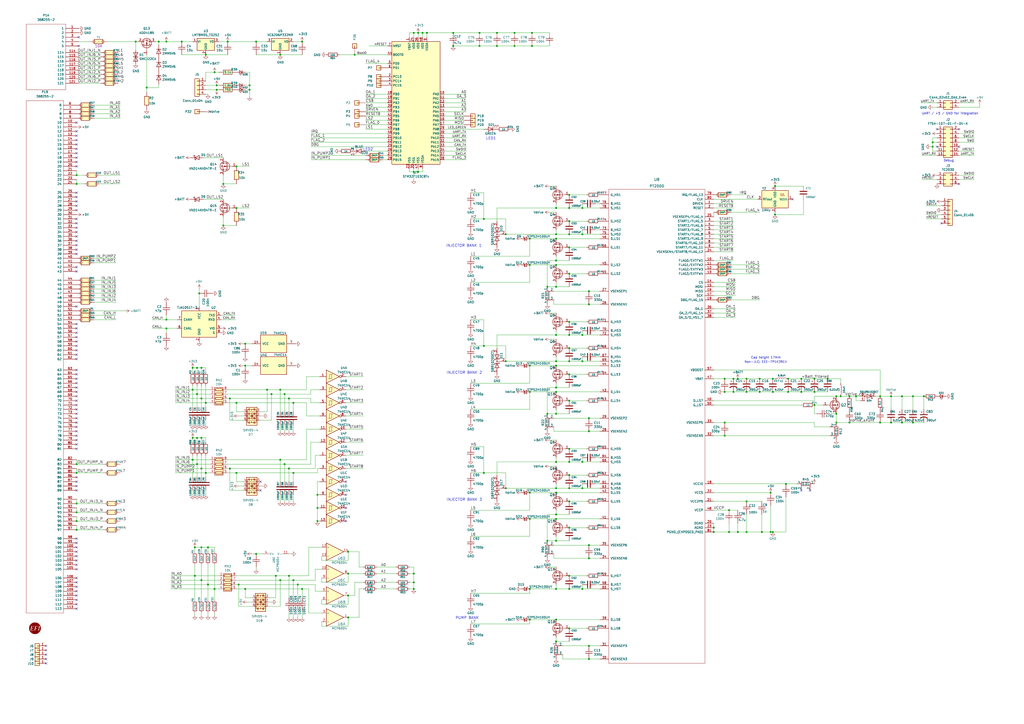
<source format=kicad_sch>
(kicad_sch (version 20211123) (generator eeschema)
  (paper "A2")
  (title_block (title "GDI 4ch") (date "2022-06-03") (rev "rev. b") (company "rusEFI.com"))
  (junction (at 330.2 341.63))
  (junction (at 472.44 234.95))
  (junction (at 322.58 313.69))
  (junction (at 341.63 242.57))
  (junction (at 337.82 283.21))
  (junction (at 137.16 96.52))
  (junction (at 457.2 227.33))
  (junction (at 433.07 290.83))
  (junction (at 307.34 285.75))
  (junction (at 341.63 168.91))
  (junction (at 242.57 99.695))
  (junction (at 330.2 113.03))
  (junction (at 119.38 31.75))
  (junction (at 157.48 228.6))
  (junction (at 433.07 219.71))
  (junction (at 92.075 24.13))
  (junction (at 119.38 274.32))
  (junction (at 44.45 269.24))
  (junction (at 322.58 224.79))
  (junction (at 422.91 295.91))
  (junction (at 330.2 306.07))
  (junction (at 420.37 245.11))
  (junction (at 330.2 260.35))
  (junction (at 44.45 302.26))
  (junction (at 516.89 229.87))
  (junction (at 455.93 280.67))
  (junction (at 119.38 233.68))
  (junction (at 137.16 120.65))
  (junction (at 322.58 153.67))
  (junction (at 427.99 219.71))
  (junction (at 337.82 135.89))
  (junction (at 307.34 138.43))
  (junction (at 113.03 334.01))
  (junction (at 144.78 52.07))
  (junction (at 341.63 323.85))
  (junction (at 288.29 19.05))
  (junction (at 162.56 226.06))
  (junction (at 330.2 217.17))
  (junction (at 425.45 219.71))
  (junction (at 138.43 339.09))
  (junction (at 293.37 283.21))
  (junction (at 330.2 334.01))
  (junction (at 96.52 190.5))
  (junction (at 322.58 166.37))
  (junction (at 307.34 341.63))
  (junction (at 330.2 290.83))
  (junction (at 114.3 213.36))
  (junction (at 447.04 285.75))
  (junction (at 322.58 267.97))
  (junction (at 472.44 227.33))
  (junction (at 322.58 285.75))
  (junction (at 341.63 374.65))
  (junction (at 414.02 308.61))
  (junction (at 148.59 24.13))
  (junction (at 105.41 24.13))
  (junction (at 322.58 135.89))
  (junction (at 162.56 31.75))
  (junction (at 124.46 341.63))
  (junction (at 464.82 227.33))
  (junction (at 201.93 332.74))
  (junction (at 160.02 334.01))
  (junction (at 170.18 233.68))
  (junction (at 78.74 24.13))
  (junction (at 496.57 229.87))
  (junction (at 125.73 49.53))
  (junction (at 485.14 245.11))
  (junction (at 322.58 120.65))
  (junction (at 172.72 339.09))
  (junction (at 201.93 358.14))
  (junction (at 420.37 227.33))
  (junction (at 137.16 233.68))
  (junction (at 167.64 271.78))
  (junction (at 330.2 364.49))
  (junction (at 142.24 212.09))
  (junction (at 162.56 336.55))
  (junction (at 322.58 138.43))
  (junction (at 330.2 143.51))
  (junction (at 341.63 382.27))
  (junction (at 307.34 359.41))
  (junction (at 322.58 227.33))
  (junction (at 322.58 212.09))
  (junction (at 523.24 229.87))
  (junction (at 337.82 267.97))
  (junction (at 307.34 227.33))
  (junction (at 449.58 107.95))
  (junction (at 262.89 26.67))
  (junction (at 441.96 308.61))
  (junction (at 330.2 158.75))
  (junction (at 307.34 153.67))
  (junction (at 420.37 252.73))
  (junction (at 523.24 245.11))
  (junction (at 330.2 209.55))
  (junction (at 422.91 308.61))
  (junction (at 341.63 176.53))
  (junction (at 240.03 99.695))
  (junction (at 322.58 283.21))
  (junction (at 480.06 219.71))
  (junction (at 330.2 283.21))
  (junction (at 322.58 298.45))
  (junction (at 137.16 274.32))
  (junction (at 337.82 209.55))
  (junction (at 170.18 336.55))
  (junction (at 44.45 101.6))
  (junction (at 184.15 302.26))
  (junction (at 280.67 274.32))
  (junction (at 448.31 219.71))
  (junction (at 330.2 232.41))
  (junction (at 330.2 275.59))
  (junction (at 541.02 85.09))
  (junction (at 330.2 120.65))
  (junction (at 298.45 26.67))
  (junction (at 96.52 185.42))
  (junction (at 487.68 229.87))
  (junction (at 124.46 41.91))
  (junction (at 433.07 227.33))
  (junction (at 293.37 209.55))
  (junction (at 492.76 229.87))
  (junction (at 120.65 339.09))
  (junction (at 85.09 50.8))
  (junction (at 111.76 213.36))
  (junction (at 142.24 341.63))
  (junction (at 201.93 345.44))
  (junction (at 457.2 219.71))
  (junction (at 448.31 308.61))
  (junction (at 165.1 269.24))
  (junction (at 280.67 200.66))
  (junction (at 535.94 229.87))
  (junction (at 129.54 106.68))
  (junction (at 330.2 186.69))
  (junction (at 510.54 229.87))
  (junction (at 485.14 229.87))
  (junction (at 167.64 231.14))
  (junction (at 433.07 308.61))
  (junction (at 529.59 229.87))
  (junction (at 162.56 266.7))
  (junction (at 516.89 245.11))
  (junction (at 165.1 228.6))
  (junction (at 245.11 19.05))
  (junction (at 142.24 199.39))
  (junction (at 278.13 19.05))
  (junction (at 116.84 271.78))
  (junction (at 322.58 240.03))
  (junction (at 420.37 219.71))
  (junction (at 288.29 26.67))
  (junction (at 242.57 19.05))
  (junction (at 337.82 341.63))
  (junction (at 322.58 151.13))
  (junction (at 205.74 31.75))
  (junction (at 293.37 135.89))
  (junction (at 541.02 82.55))
  (junction (at 120.65 317.5))
  (junction (at 529.59 245.11))
  (junction (at 308.61 19.05))
  (junction (at 240.03 341.63))
  (junction (at 125.73 52.07))
  (junction (at 240.03 332.74))
  (junction (at 240.03 19.05))
  (junction (at 175.26 341.63))
  (junction (at 492.76 245.11))
  (junction (at 322.58 341.63))
  (junction (at 111.76 266.7))
  (junction (at 298.45 19.05))
  (junction (at 317.5 240.03))
  (junction (at 449.58 124.46))
  (junction (at 116.84 231.14))
  (junction (at 262.89 19.05))
  (junction (at 341.63 316.23))
  (junction (at 427.99 308.61))
  (junction (at 167.64 334.01))
  (junction (at 170.18 274.32))
  (junction (at 96.52 24.13))
  (junction (at 322.58 194.31))
  (junction (at 175.26 24.13))
  (junction (at 440.69 227.33))
  (junction (at 114.3 269.24))
  (junction (at 113.03 317.5))
  (junction (at 510.54 245.11))
  (junction (at 307.34 212.09))
  (junction (at 111.76 254))
  (junction (at 148.59 321.31))
  (junction (at 132.08 24.13))
  (junction (at 129.54 130.81))
  (junction (at 330.2 201.93))
  (junction (at 448.31 227.33))
  (junction (at 116.84 336.55))
  (junction (at 440.69 219.71))
  (junction (at 247.65 19.05))
  (junction (at 115.57 170.18))
  (junction (at 184.15 294.64))
  (junction (at 341.63 250.19))
  (junction (at 317.5 166.37))
  (junction (at 280.67 127))
  (junction (at 337.82 194.31))
  (junction (at 330.2 194.31))
  (junction (at 330.2 135.89))
  (junction (at 184.15 287.02))
  (junction (at 337.82 120.65))
  (junction (at 44.45 274.32))
  (junction (at 44.45 106.68))
  (junction (at 114.3 228.6))
  (junction (at 116.84 213.36))
  (junction (at 322.58 209.55))
  (junction (at 472.44 219.71))
  (junction (at 317.5 313.69))
  (junction (at 307.34 300.99))
  (junction (at 111.76 226.06))
  (junction (at 322.58 359.41))
  (junction (at 464.82 219.71))
  (junction (at 44.45 292.1))
  (junction (at 308.61 26.67))
  (junction (at 201.93 320.04))
  (junction (at 133.35 231.14))
  (junction (at 116.84 254))
  (junction (at 322.58 372.11))
  (junction (at 278.13 26.67))
  (junction (at 133.35 271.78))
  (junction (at 44.45 307.34))
  (junction (at 330.2 128.27))
  (junction (at 447.04 308.61))
  (junction (at 114.3 254))
  (junction (at 322.58 300.99))
  (junction (at 330.2 267.97))
  (junction (at 44.45 297.18))
  (junction (at 425.45 227.33))
  (junction (at 144.78 49.53))
  (junction (at 116.84 317.5))
  (junction (at 485.14 240.03))
  (junction (at 414.02 306.07))
  (junction (at 154.94 226.06))
  (junction (at 240.03 337.82))
  (no_connect (at 26.67 374.65))
  (no_connect (at 44.45 177.8))
  (no_connect (at 543.56 85.09))
  (no_connect (at 44.45 157.48))
  (no_connect (at 200.66 279.4))
  (no_connect (at 200.66 294.64))
  (no_connect (at 200.66 287.02))
  (no_connect (at 200.66 302.26))
  (no_connect (at 543.56 74.93))
  (no_connect (at 44.45 284.48))
  (no_connect (at 556.26 74.93))
  (no_connect (at 151.13 284.48))
  (no_connect (at 151.13 279.4))
  (no_connect (at 26.67 377.19))
  (no_connect (at 26.67 384.81))
  (no_connect (at 26.67 379.73))
  (no_connect (at 556.26 85.09))
  (no_connect (at 44.45 190.5))
  (no_connect (at 44.45 193.04))
  (no_connect (at 44.45 195.58))
  (no_connect (at 44.45 198.12))
  (no_connect (at 44.45 200.66))
  (no_connect (at 44.45 203.2))
  (no_connect (at 44.45 205.74))
  (no_connect (at 44.45 208.28))
  (no_connect (at 44.45 214.63))
  (no_connect (at 44.45 217.17))
  (no_connect (at 44.45 219.71))
  (no_connect (at 44.45 222.25))
  (no_connect (at 44.45 224.79))
  (no_connect (at 44.45 227.33))
  (no_connect (at 44.45 229.87))
  (no_connect (at 44.45 232.41))
  (no_connect (at 44.45 234.95))
  (no_connect (at 44.45 237.49))
  (no_connect (at 44.45 240.03))
  (no_connect (at 44.45 242.57))
  (no_connect (at 44.45 245.11))
  (no_connect (at 44.45 247.65))
  (no_connect (at 44.45 250.19))
  (no_connect (at 44.45 252.73))
  (no_connect (at 44.45 255.27))
  (no_connect (at 44.45 257.81))
  (no_connect (at 44.45 260.35))
  (no_connect (at 44.45 276.86))
  (no_connect (at 44.45 279.4))
  (no_connect (at 44.45 281.94))
  (no_connect (at 44.45 187.96))
  (no_connect (at 469.9 284.48))
  (no_connect (at 464.82 284.48))
  (no_connect (at 459.74 115.57))
  (no_connect (at 546.1 129.54))
  (no_connect (at 556.26 106.68))
  (no_connect (at 26.67 382.27))
  (no_connect (at 44.45 314.96))
  (no_connect (at 44.45 317.5))
  (no_connect (at 44.45 320.04))
  (no_connect (at 44.45 322.58))
  (no_connect (at 44.45 325.12))
  (no_connect (at 44.45 327.66))
  (no_connect (at 44.45 330.2))
  (no_connect (at 44.45 335.28))
  (no_connect (at 44.45 337.82))
  (no_connect (at 44.45 340.36))
  (no_connect (at 44.45 342.9))
  (no_connect (at 44.45 345.44))
  (no_connect (at 44.45 347.98))
  (no_connect (at 44.45 350.52))
  (no_connect (at 44.45 353.06))
  (no_connect (at 44.45 312.42))
  (no_connect (at 44.45 71.12))
  (no_connect (at 44.45 114.3))
  (no_connect (at 44.45 116.84))
  (no_connect (at 44.45 119.38))
  (no_connect (at 44.45 121.92))
  (no_connect (at 44.45 127))
  (no_connect (at 44.45 129.54))
  (no_connect (at 44.45 132.08))
  (no_connect (at 44.45 134.62))
  (no_connect (at 44.45 137.16))
  (no_connect (at 44.45 139.7))
  (no_connect (at 44.45 142.24))
  (no_connect (at 44.45 144.78))
  (no_connect (at 44.45 147.32))
  (no_connect (at 44.45 76.2))
  (no_connect (at 44.45 78.74))
  (no_connect (at 44.45 81.28))
  (no_connect (at 44.45 83.82))
  (no_connect (at 44.45 86.36))
  (no_connect (at 44.45 88.9))
  (no_connect (at 44.45 91.44))
  (no_connect (at 44.45 93.98))
  (no_connect (at 44.45 96.52))
  (no_connect (at 44.45 111.76))
  (no_connect (at 44.45 154.94))
  (no_connect (at 45.72 21.59))
  (no_connect (at 45.72 26.67))
  (wire (pts (xy 111.76 226.06) (xy 111.76 236.22)))
  (wire (pts (xy 160.02 334.01) (xy 167.64 334.01)))
  (wire (pts (xy 119.38 264.16) (xy 119.38 274.32)))
  (wire (pts (xy 170.18 274.32) (xy 184.15 274.32)))
  (wire (pts (xy 466.09 124.46) (xy 466.09 115.57)))
  (wire (pts (xy 322.58 267.97) (xy 322.58 265.43)))
  (wire (pts (xy 205.74 31.75) (xy 224.79 31.75)))
  (wire (pts (xy 425.45 227.33) (xy 433.07 227.33)))
  (wire (pts (xy 257.81 64.77) (xy 270.51 64.77)))
  (wire (pts (xy 345.44 133.35) (xy 347.98 133.35)))
  (wire (pts (xy 133.35 284.48) (xy 133.35 271.78)))
  (wire (pts (xy 455.93 280.67) (xy 462.28 280.67)))
  (wire (pts (xy 422.91 308.61) (xy 427.99 308.61)))
  (wire (pts (xy 179.07 341.63) (xy 179.07 355.6)))
  (wire (pts (xy 321.31 321.31) (xy 321.31 323.85)))
  (wire (pts (xy 307.34 359.41) (xy 307.34 361.95)))
  (wire (pts (xy 322.58 194.31) (xy 322.58 191.77)))
  (wire (pts (xy 322.58 339.09) (xy 322.58 341.63)))
  (wire (pts (xy 101.6 228.6) (xy 114.3 228.6)))
  (wire (pts (xy 317.5 240.03) (xy 322.58 240.03)))
  (wire (pts (xy 307.34 285.75) (xy 322.58 285.75)))
  (wire (pts (xy 101.6 274.32) (xy 119.38 274.32)))
  (wire (pts (xy 162.56 336.55) (xy 170.18 336.55)))
  (wire (pts (xy 426.72 168.91) (xy 414.02 168.91)))
  (wire (pts (xy 170.18 246.38) (xy 170.18 250.19)))
  (wire (pts (xy 92.075 50.8) (xy 85.09 50.8)))
  (wire (pts (xy 487.68 219.71) (xy 487.68 222.25)))
  (wire (pts (xy 322.58 359.41) (xy 347.98 359.41)))
  (wire (pts (xy 516.89 245.11) (xy 523.24 245.11)))
  (wire (pts (xy 321.31 247.65) (xy 321.31 250.19)))
  (wire (pts (xy 146.05 351.79) (xy 138.43 351.79)))
  (wire (pts (xy 224.79 74.93) (xy 212.09 74.93)))
  (wire (pts (xy 247.65 19.05) (xy 262.89 19.05)))
  (wire (pts (xy 137.16 274.32) (xy 170.18 274.32)))
  (wire (pts (xy 144.78 41.91) (xy 144.78 49.53)))
  (wire (pts (xy 487.68 229.87) (xy 492.76 229.87)))
  (wire (pts (xy 224.79 69.85) (xy 212.09 69.85)))
  (wire (pts (xy 175.26 341.63) (xy 179.07 341.63)))
  (wire (pts (xy 426.72 166.37) (xy 414.02 166.37)))
  (wire (pts (xy 210.82 256.54) (xy 200.66 256.54)))
  (wire (pts (xy 347.98 194.31) (xy 337.82 194.31)))
  (wire (pts (xy 237.49 99.695) (xy 240.03 99.695)))
  (wire (pts (xy 182.88 342.9) (xy 186.69 342.9)))
  (wire (pts (xy 218.44 341.63) (xy 229.87 341.63)))
  (wire (pts (xy 424.18 153.67) (xy 440.69 153.67)))
  (wire (pts (xy 273.05 295.91) (xy 307.34 295.91)))
  (wire (pts (xy 307.34 153.67) (xy 322.58 153.67)))
  (wire (pts (xy 184.15 287.02) (xy 185.42 287.02)))
  (wire (pts (xy 425.45 219.71) (xy 427.99 219.71)))
  (wire (pts (xy 337.82 280.67) (xy 337.82 283.21)))
  (wire (pts (xy 426.72 179.07) (xy 414.02 179.07)))
  (wire (pts (xy 180.34 269.24) (xy 180.34 256.54)))
  (wire (pts (xy 341.63 242.57) (xy 347.98 242.57)))
  (wire (pts (xy 111.76 254) (xy 114.3 254)))
  (wire (pts (xy 245.11 99.695) (xy 242.57 99.695)))
  (wire (pts (xy 111.76 213.36) (xy 114.3 213.36)))
  (wire (pts (xy 322.58 163.83) (xy 322.58 166.37)))
  (wire (pts (xy 345.44 191.77) (xy 347.98 191.77)))
  (wire (pts (xy 54.61 167.64) (xy 67.31 167.64)))
  (wire (pts (xy 132.08 271.78) (xy 133.35 271.78)))
  (wire (pts (xy 565.15 80.01) (xy 556.26 80.01)))
  (wire (pts (xy 114.3 269.24) (xy 114.3 276.86)))
  (wire (pts (xy 186.69 317.5) (xy 179.07 317.5)))
  (wire (pts (xy 247.65 21.59) (xy 247.65 19.05)))
  (wire (pts (xy 280.67 185.42) (xy 280.67 200.66)))
  (wire (pts (xy 242.57 97.79) (xy 242.57 99.695)))
  (wire (pts (xy 44.45 99.06) (xy 44.45 101.6)))
  (wire (pts (xy 111.76 287.02) (xy 111.76 284.48)))
  (wire (pts (xy 184.15 271.78) (xy 185.42 271.78)))
  (wire (pts (xy 414.02 252.73) (xy 420.37 252.73)))
  (wire (pts (xy 414.02 151.13) (xy 425.45 151.13)))
  (wire (pts (xy 212.09 67.31) (xy 224.79 67.31)))
  (wire (pts (xy 337.82 207.01) (xy 337.82 209.55)))
  (wire (pts (xy 185.42 233.68) (xy 180.34 233.68)))
  (wire (pts (xy 186.69 325.12) (xy 186.69 322.58)))
  (wire (pts (xy 414.02 308.61) (xy 422.91 308.61)))
  (wire (pts (xy 138.43 351.79) (xy 138.43 339.09)))
  (wire (pts (xy 162.56 226.06) (xy 162.56 238.76)))
  (wire (pts (xy 424.18 173.99) (xy 440.69 173.99)))
  (wire (pts (xy 317.5 166.37) (xy 317.5 151.13)))
  (wire (pts (xy 307.34 148.59) (xy 273.05 148.59)))
  (wire (pts (xy 119.38 274.32) (xy 121.92 274.32)))
  (wire (pts (xy 101.6 231.14) (xy 116.84 231.14)))
  (wire (pts (xy 85.09 31.75) (xy 85.09 50.8)))
  (wire (pts (xy 182.88 264.16) (xy 185.42 264.16)))
  (wire (pts (xy 322.58 135.89) (xy 330.2 135.89)))
  (wire (pts (xy 556.26 62.23) (xy 568.325 62.23)))
  (wire (pts (xy 565.15 87.63) (xy 556.26 87.63)))
  (wire (pts (xy 165.1 279.4) (xy 165.1 269.24)))
  (wire (pts (xy 257.81 80.01) (xy 270.51 80.01)))
  (wire (pts (xy 212.09 87.63) (xy 224.79 87.63)))
  (wire (pts (xy 322.58 166.37) (xy 330.2 166.37)))
  (wire (pts (xy 120.65 339.09) (xy 127 339.09)))
  (wire (pts (xy 318.77 123.19) (xy 322.58 123.19)))
  (wire (pts (xy 317.5 151.13) (xy 322.58 151.13)))
  (wire (pts (xy 414.02 295.91) (xy 422.91 295.91)))
  (wire (pts (xy 129.54 106.68) (xy 129.54 101.6)))
  (wire (pts (xy 425.45 130.81) (xy 414.02 130.81)))
  (wire (pts (xy 114.3 287.02) (xy 114.3 284.48)))
  (wire (pts (xy 160.02 346.71) (xy 160.02 334.01)))
  (wire (pts (xy 116.84 355.6) (xy 116.84 356.87)))
  (wire (pts (xy 96.52 185.42) (xy 102.87 185.42)))
  (wire (pts (xy 556.26 101.6) (xy 565.15 101.6)))
  (polyline (pts (xy 115.57 339.09) (xy 115.57 339.09)))
  (wire (pts (xy 425.45 128.27) (xy 414.02 128.27)))
  (wire (pts (xy 62.23 24.13) (xy 78.74 24.13)))
  (wire (pts (xy 270.51 57.15) (xy 257.81 57.15)))
  (wire (pts (xy 180.34 228.6) (xy 165.1 228.6)))
  (wire (pts (xy 321.31 176.53) (xy 341.63 176.53)))
  (wire (pts (xy 185.42 241.3) (xy 177.8 241.3)))
  (wire (pts (xy 425.45 133.35) (xy 414.02 133.35)))
  (wire (pts (xy 142.24 199.39) (xy 146.05 199.39)))
  (wire (pts (xy 129.54 130.81) (xy 137.16 130.81)))
  (wire (pts (xy 201.93 350.52) (xy 201.93 345.44)))
  (wire (pts (xy 424.18 123.19) (xy 440.69 123.19)))
  (wire (pts (xy 298.45 26.67) (xy 308.61 26.67)))
  (wire (pts (xy 45.72 24.13) (xy 52.07 24.13)))
  (wire (pts (xy 92.075 48.895) (xy 92.075 50.8)))
  (wire (pts (xy 170.18 287.02) (xy 170.18 290.83)))
  (wire (pts (xy 321.31 168.91) (xy 341.63 168.91)))
  (wire (pts (xy 472.44 234.95) (xy 472.44 240.03)))
  (wire (pts (xy 237.49 337.82) (xy 240.03 337.82)))
  (wire (pts (xy 54.61 66.04) (xy 69.85 66.04)))
  (wire (pts (xy 210.82 271.78) (xy 200.66 271.78)))
  (wire (pts (xy 326.39 374.65) (xy 341.63 374.65)))
  (wire (pts (xy 433.07 298.45) (xy 433.07 308.61)))
  (wire (pts (xy 114.3 213.36) (xy 114.3 215.9)))
  (wire (pts (xy 330.2 120.65) (xy 337.82 120.65)))
  (wire (pts (xy 165.1 269.24) (xy 180.34 269.24)))
  (wire (pts (xy 322.58 295.91) (xy 322.58 298.45)))
  (wire (pts (xy 322.58 224.79) (xy 330.2 224.79)))
  (wire (pts (xy 293.37 283.21) (xy 322.58 283.21)))
  (wire (pts (xy 330.2 217.17) (xy 340.36 217.17)))
  (wire (pts (xy 242.57 19.05) (xy 245.11 19.05)))
  (wire (pts (xy 317.5 240.03) (xy 317.5 224.79)))
  (wire (pts (xy 293.37 135.89) (xy 322.58 135.89)))
  (wire (pts (xy 210.82 218.44) (xy 200.66 218.44)))
  (wire (pts (xy 44.45 304.8) (xy 44.45 307.34)))
  (wire (pts (xy 114.3 213.36) (xy 116.84 213.36)))
  (wire (pts (xy 269.24 69.85) (xy 257.81 69.85)))
  (wire (pts (xy 322.58 298.45) (xy 330.2 298.45)))
  (wire (pts (xy 116.84 231.14) (xy 116.84 236.22)))
  (wire (pts (xy 137.16 120.65) (xy 144.78 120.65)))
  (wire (pts (xy 330.2 240.03) (xy 322.58 240.03)))
  (wire (pts (xy 167.64 238.76) (xy 167.64 231.14)))
  (wire (pts (xy 307.34 138.43) (xy 307.34 148.59)))
  (wire (pts (xy 496.57 232.41) (xy 496.57 229.87)))
  (wire (pts (xy 257.81 85.09) (xy 270.51 85.09)))
  (wire (pts (xy 124.46 327.66) (xy 124.46 341.63)))
  (wire (pts (xy 132.08 269.24) (xy 165.1 269.24)))
  (wire (pts (xy 322.58 194.31) (xy 330.2 194.31)))
  (wire (pts (xy 523.24 229.87) (xy 523.24 237.49)))
  (wire (pts (xy 337.82 341.63) (xy 347.98 341.63)))
  (wire (pts (xy 180.34 233.68) (xy 180.34 231.14)))
  (wire (pts (xy 54.61 172.72) (xy 67.31 172.72)))
  (wire (pts (xy 179.07 355.6) (xy 186.69 355.6)))
  (wire (pts (xy 116.84 271.78) (xy 116.84 276.86)))
  (wire (pts (xy 212.09 54.61) (xy 224.79 54.61)))
  (wire (pts (xy 308.61 26.67) (xy 318.77 26.67)))
  (wire (pts (xy 170.18 238.76) (xy 170.18 233.68)))
  (wire (pts (xy 137.16 334.01) (xy 160.02 334.01)))
  (wire (pts (xy 184.15 279.4) (xy 184.15 287.02)))
  (wire (pts (xy 414.02 306.07) (xy 414.02 308.61)))
  (wire (pts (xy 321.31 242.57) (xy 341.63 242.57)))
  (wire (pts (xy 541.02 87.63) (xy 541.02 85.09)))
  (wire (pts (xy 177.8 226.06) (xy 177.8 218.44)))
  (wire (pts (xy 212.09 72.39) (xy 224.79 72.39)))
  (wire (pts (xy 293.37 209.55) (xy 322.58 209.55)))
  (wire (pts (xy 543.56 90.17) (xy 534.67 90.17)))
  (wire (pts (xy 523.24 229.87) (xy 529.59 229.87)))
  (wire (pts (xy 170.18 279.4) (xy 170.18 274.32)))
  (wire (pts (xy 172.72 354.33) (xy 172.72 358.14)))
  (wire (pts (xy 426.72 181.61) (xy 414.02 181.61)))
  (wire (pts (xy 341.63 176.53) (xy 347.98 176.53)))
  (wire (pts (xy 138.43 339.09) (xy 172.72 339.09)))
  (wire (pts (xy 44.45 266.7) (xy 44.45 269.24)))
  (wire (pts (xy 280.67 127) (xy 280.67 111.76)))
  (wire (pts (xy 156.21 351.79) (xy 162.56 351.79)))
  (wire (pts (xy 293.37 283.21) (xy 293.37 274.32)))
  (wire (pts (xy 180.34 226.06) (xy 180.34 228.6)))
  (wire (pts (xy 133.35 231.14) (xy 167.64 231.14)))
  (wire (pts (xy 322.58 212.09) (xy 347.98 212.09)))
  (wire (pts (xy 113.03 317.5) (xy 116.84 317.5)))
  (wire (pts (xy 414.02 232.41) (xy 472.44 232.41)))
  (wire (pts (xy 414.02 115.57) (xy 439.42 115.57)))
  (polyline (pts (xy 115.57 336.55) (xy 115.57 336.55)))
  (wire (pts (xy 425.45 120.65) (xy 414.02 120.65)))
  (wire (pts (xy 90.17 24.13) (xy 92.075 24.13)))
  (wire (pts (xy 322.58 285.75) (xy 347.98 285.75)))
  (wire (pts (xy 119.38 213.36) (xy 119.38 215.9)))
  (wire (pts (xy 317.5 166.37) (xy 322.58 166.37)))
  (wire (pts (xy 80.01 24.13) (xy 78.74 24.13)))
  (wire (pts (xy 54.61 60.96) (xy 69.85 60.96)))
  (wire (pts (xy 208.28 328.93) (xy 210.82 328.93)))
  (wire (pts (xy 330.2 275.59) (xy 340.36 275.59)))
  (wire (pts (xy 210.82 241.3) (xy 200.66 241.3)))
  (wire (pts (xy 69.85 101.6) (xy 58.42 101.6)))
  (wire (pts (xy 111.76 254) (xy 111.76 256.54)))
  (wire (pts (xy 45.72 45.72) (xy 58.42 45.72)))
  (wire (pts (xy 448.31 219.71) (xy 449.58 219.71)))
  (wire (pts (xy 148.59 328.93) (xy 148.59 330.2)))
  (wire (pts (xy 119.38 233.68) (xy 121.92 233.68)))
  (wire (pts (xy 481.33 240.03) (xy 485.14 240.03)))
  (wire (pts (xy 146.05 321.31) (xy 148.59 321.31)))
  (wire (pts (xy 92.075 24.13) (xy 96.52 24.13)))
  (wire (pts (xy 307.34 285.75) (xy 307.34 295.91)))
  (wire (pts (xy 182.88 330.2) (xy 182.88 336.55)))
  (wire (pts (xy 44.45 299.72) (xy 44.45 302.26)))
  (wire (pts (xy 318.77 181.61) (xy 322.58 181.61)))
  (wire (pts (xy 414.02 214.63) (xy 510.54 214.63)))
  (wire (pts (xy 245.11 97.79) (xy 245.11 99.695)))
  (wire (pts (xy 447.04 293.37) (xy 447.04 308.61)))
  (wire (pts (xy 137.16 336.55) (xy 162.56 336.55)))
  (wire (pts (xy 113.03 327.66) (xy 113.03 334.01)))
  (wire (pts (xy 345.44 207.01) (xy 347.98 207.01)))
  (wire (pts (xy 257.81 74.93) (xy 280.67 74.93)))
  (wire (pts (xy 288.29 120.65) (xy 322.58 120.65)))
  (wire (pts (xy 45.72 38.1) (xy 58.42 38.1)))
  (wire (pts (xy 427.99 308.61) (xy 433.07 308.61)))
  (wire (pts (xy 472.44 240.03) (xy 473.71 240.03)))
  (wire (pts (xy 114.3 223.52) (xy 114.3 228.6)))
  (wire (pts (xy 322.58 133.35) (xy 322.58 135.89)))
  (wire (pts (xy 101.6 266.7) (xy 111.76 266.7)))
  (wire (pts (xy 321.31 173.99) (xy 321.31 176.53)))
  (wire (pts (xy 167.64 246.38) (xy 167.64 250.19)))
  (wire (pts (xy 427.99 303.53) (xy 427.99 308.61)))
  (wire (pts (xy 201.93 332.74) (xy 210.82 332.74)))
  (wire (pts (xy 208.28 320.04) (xy 208.28 328.93)))
  (wire (pts (xy 288.29 26.67) (xy 298.45 26.67)))
  (wire (pts (xy 516.89 229.87) (xy 523.24 229.87)))
  (wire (pts (xy 120.65 355.6) (xy 120.65 356.87)))
  (wire (pts (xy 119.38 233.68) (xy 119.38 236.22)))
  (wire (pts (xy 422.91 295.91) (xy 427.99 295.91)))
  (wire (pts (xy 492.76 245.11) (xy 510.54 245.11)))
  (wire (pts (xy 138.43 281.94) (xy 140.97 281.94)))
  (wire (pts (xy 269.24 72.39) (xy 257.81 72.39)))
  (wire (pts (xy 54.61 175.26) (xy 67.31 175.26)))
  (wire (pts (xy 337.82 339.09) (xy 337.82 341.63)))
  (wire (pts (xy 119.38 41.91) (xy 119.38 46.99)))
  (wire (pts (xy 44.45 307.34) (xy 59.69 307.34)))
  (wire (pts (xy 222.25 90.17) (xy 224.79 90.17)))
  (wire (pts (xy 480.06 219.71) (xy 487.68 219.71)))
  (wire (pts (xy 440.69 227.33) (xy 448.31 227.33)))
  (wire (pts (xy 541.02 82.55) (xy 541.02 80.01)))
  (wire (pts (xy 113.03 355.6) (xy 113.03 356.87)))
  (wire (pts (xy 151.13 281.94) (xy 152.4 281.94)))
  (wire (pts (xy 137.16 96.52) (xy 144.78 96.52)))
  (wire (pts (xy 157.48 228.6) (xy 165.1 228.6)))
  (wire (pts (xy 154.94 226.06) (xy 162.56 226.06)))
  (wire (pts (xy 240.03 341.63) (xy 237.49 341.63)))
  (wire (pts (xy 322.58 369.57) (xy 322.58 372.11)))
  (wire (pts (xy 119.38 54.61) (xy 120.65 54.61)))
  (wire (pts (xy 257.81 87.63) (xy 270.51 87.63)))
  (wire (pts (xy 330.2 232.41) (xy 340.36 232.41)))
  (wire (pts (xy 212.09 64.77) (xy 224.79 64.77)))
  (wire (pts (xy 345.44 339.09) (xy 347.98 339.09)))
  (wire (pts (xy 322.58 138.43) (xy 347.98 138.43)))
  (wire (pts (xy 157.48 243.84) (xy 157.48 228.6)))
  (wire (pts (xy 116.84 213.36) (xy 119.38 213.36)))
  (wire (pts (xy 101.6 269.24) (xy 114.3 269.24)))
  (wire (pts (xy 537.21 124.46) (xy 546.1 124.46)))
  (wire (pts (xy 222.25 92.71) (xy 224.79 92.71)))
  (wire (pts (xy 114.3 264.16) (xy 114.3 269.24)))
  (wire (pts (xy 322.58 372.11) (xy 330.2 372.11)))
  (wire (pts (xy 44.5042 63.5) (xy 44.45 63.5)))
  (wire (pts (xy 142.24 341.63) (xy 175.26 341.63)))
  (wire (pts (xy 420.37 252.73) (xy 481.33 252.73)))
  (wire (pts (xy 115.57 167.64) (xy 115.57 170.18)))
  (wire (pts (xy 78.74 24.13) (xy 78.74 29.21)))
  (wire (pts (xy 307.34 227.33) (xy 307.34 237.49)))
  (wire (pts (xy 177.8 241.3) (xy 177.8 233.68)))
  (wire (pts (xy 54.61 165.1) (xy 67.31 165.1)))
  (wire (pts (xy 144.78 52.07) (xy 144.78 55.88)))
  (wire (pts (xy 119.38 223.52) (xy 119.38 233.68)))
  (wire (pts (xy 288.29 128.27) (xy 288.29 120.65)))
  (wire (pts (xy 142.24 212.09) (xy 146.05 212.09)))
  (wire (pts (xy 116.84 336.55) (xy 116.84 347.98)))
  (wire (pts (xy 556.26 77.47) (xy 565.15 77.47)))
  (wire (pts (xy 218.44 332.74) (xy 229.87 332.74)))
  (wire (pts (xy 414.02 285.75) (xy 447.04 285.75)))
  (wire (pts (xy 88.265 190.5) (xy 96.52 190.5)))
  (wire (pts (xy 151.13 241.3) (xy 152.4 241.3)))
  (wire (pts (xy 321.31 323.85) (xy 341.63 323.85)))
  (wire (pts (xy 116.84 254) (xy 119.38 254)))
  (wire (pts (xy 142.24 41.91) (xy 144.78 41.91)))
  (wire (pts (xy 455.93 308.61) (xy 448.31 308.61)))
  (wire (pts (xy 499.11 232.41) (xy 496.57 232.41)))
  (wire (pts (xy 337.82 118.11) (xy 337.82 120.65)))
  (wire (pts (xy 99.06 336.55) (xy 116.84 336.55)))
  (wire (pts (xy 449.58 123.19) (xy 449.58 124.46)))
  (wire (pts (xy 44.45 302.26) (xy 59.69 302.26)))
  (wire (pts (xy 44.45 292.1) (xy 59.69 292.1)))
  (wire (pts (xy 114.3 228.6) (xy 114.3 236.22)))
  (wire (pts (xy 101.6 226.06) (xy 111.76 226.06)))
  (wire (pts (xy 247.65 19.05) (xy 245.11 19.05)))
  (wire (pts (xy 118.11 115.57) (xy 129.54 115.57)))
  (wire (pts (xy 45.72 48.26) (xy 58.42 48.26)))
  (wire (pts (xy 180.34 90.17) (xy 212.09 90.17)))
  (wire (pts (xy 96.52 182.88) (xy 96.52 185.42)))
  (wire (pts (xy 143.51 349.25) (xy 146.05 349.25)))
  (wire (pts (xy 162.56 266.7) (xy 162.56 279.4)))
  (wire (pts (xy 565.15 104.14) (xy 556.26 104.14)))
  (wire (pts (xy 142.24 346.71) (xy 142.24 341.63)))
  (wire (pts (xy 273.05 222.25) (xy 307.34 222.25)))
  (wire (pts (xy 116.84 231.14) (xy 121.92 231.14)))
  (wire (pts (xy 455.93 308.61) (xy 455.93 288.29)))
  (wire (pts (xy 137.16 341.63) (xy 142.24 341.63)))
  (wire (pts (xy 237.49 19.05) (xy 240.03 19.05)))
  (wire (pts (xy 508 229.87) (xy 510.54 229.87)))
  (wire (pts (xy 132.08 274.32) (xy 137.16 274.32)))
  (wire (pts (xy 322.58 227.33) (xy 347.98 227.33)))
  (wire (pts (xy 280.67 259.08) (xy 280.67 274.32)))
  (wire (pts (xy 237.49 332.74) (xy 240.03 332.74)))
  (wire (pts (xy 278.13 19.05) (xy 288.29 19.05)))
  (wire (pts (xy 72.39 180.34) (xy 54.61 180.34)))
  (wire (pts (xy 101.6 271.78) (xy 116.84 271.78)))
  (wire (pts (xy 184.15 274.32) (xy 184.15 271.78)))
  (wire (pts (xy 425.45 138.43) (xy 414.02 138.43)))
  (wire (pts (xy 337.82 265.43) (xy 337.82 267.97)))
  (wire (pts (xy 205.74 345.44) (xy 205.74 337.82)))
  (wire (pts (xy 113.03 347.98) (xy 113.03 334.01)))
  (wire (pts (xy 119.38 254) (xy 119.38 256.54)))
  (wire (pts (xy 186.69 330.2) (xy 182.88 330.2)))
  (wire (pts (xy 148.59 321.31) (xy 152.4 321.31)))
  (wire (pts (xy 45.72 43.18) (xy 58.42 43.18)))
  (wire (pts (xy 151.13 238.76) (xy 154.94 238.76)))
  (wire (pts (xy 523.24 245.11) (xy 529.59 245.11)))
  (wire (pts (xy 257.81 82.55) (xy 270.51 82.55)))
  (wire (pts (xy 132.08 226.06) (xy 154.94 226.06)))
  (wire (pts (xy 568.325 62.23) (xy 568.325 60.325)))
  (wire (pts (xy 54.61 170.18) (xy 67.31 170.18)))
  (wire (pts (xy 113.03 334.01) (xy 127 334.01)))
  (wire (pts (xy 44.45 297.18) (xy 59.69 297.18)))
  (wire (pts (xy 280.67 200.66) (xy 293.37 200.66)))
  (wire (pts (xy 341.63 250.19) (xy 347.98 250.19)))
  (wire (pts (xy 184.15 287.02) (xy 184.15 294.64)))
  (wire (pts (xy 208.28 341.63) (xy 210.82 341.63)))
  (wire (pts (xy 182.88 271.78) (xy 182.88 264.16)))
  (wire (pts (xy 326.39 382.27) (xy 341.63 382.27)))
  (wire (pts (xy 535.94 229.87) (xy 535.94 237.49)))
  (wire (pts (xy 441.96 298.45) (xy 441.96 308.61)))
  (wire (pts (xy 105.41 31.75) (xy 119.38 31.75)))
  (wire (pts (xy 273.05 259.08) (xy 280.67 259.08)))
  (wire (pts (xy 270.51 77.47) (xy 257.81 77.47)))
  (wire (pts (xy 257.81 54.61) (xy 270.51 54.61)))
  (wire (pts (xy 132.08 228.6) (xy 157.48 228.6)))
  (wire (pts (xy 180.34 80.01) (xy 224.79 80.01)))
  (wire (pts (xy 510.54 214.63) (xy 510.54 229.87)))
  (wire (pts (xy 330.2 135.89) (xy 337.82 135.89)))
  (wire (pts (xy 425.45 118.11) (xy 414.02 118.11)))
  (wire (pts (xy 537.21 119.38) (xy 546.1 119.38)))
  (wire (pts (xy 347.98 267.97) (xy 337.82 267.97)))
  (wire (pts (xy 345.44 118.11) (xy 347.98 118.11)))
  (wire (pts (xy 114.3 254) (xy 114.3 256.54)))
  (wire (pts (xy 116.84 254) (xy 116.84 256.54)))
  (wire (pts (xy 425.45 135.89) (xy 414.02 135.89)))
  (wire (pts (xy 116.84 271.78) (xy 121.92 271.78)))
  (wire (pts (xy 167.64 271.78) (xy 182.88 271.78)))
  (wire (pts (xy 307.34 153.67) (xy 307.34 163.83)))
  (wire (pts (xy 330.2 341.63) (xy 337.82 341.63)))
  (wire (pts (xy 318.77 196.85) (xy 322.58 196.85)))
  (polyline (pts (xy 134.62 336.55) (xy 134.62 336.55)))
  (wire (pts (xy 140.97 243.84) (xy 133.35 243.84)))
  (wire (pts (xy 140.97 212.09) (xy 142.24 212.09)))
  (wire (pts (xy 240.03 332.74) (xy 240.03 337.82)))
  (wire (pts (xy 307.34 300.99) (xy 307.34 311.15)))
  (wire (pts (xy 425.45 146.05) (xy 414.02 146.05)))
  (wire (pts (xy 541.02 85.09) (xy 541.02 82.55)))
  (wire (pts (xy 144.78 49.53) (xy 144.78 52.07)))
  (wire (pts (xy 322.58 194.31) (xy 288.29 194.31)))
  (wire (pts (xy 245.11 21.59) (xy 245.11 19.05)))
  (wire (pts (xy 96.52 190.5) (xy 102.87 190.5)))
  (wire (pts (xy 341.63 382.27) (xy 347.98 382.27)))
  (wire (pts (xy 129.54 106.68) (xy 137.16 106.68)))
  (wire (pts (xy 119.38 49.53) (xy 125.73 49.53)))
  (wire (pts (xy 341.63 323.85) (xy 347.98 323.85)))
  (wire (pts (xy 119.38 41.91) (xy 124.46 41.91)))
  (wire (pts (xy 186.69 350.52) (xy 201.93 350.52)))
  (wire (pts (xy 172.72 346.71) (xy 172.72 339.09)))
  (wire (pts (xy 307.34 300.99) (xy 322.58 300.99)))
  (wire (pts (xy 96.52 24.13) (xy 105.41 24.13)))
  (wire (pts (xy 426.72 163.83) (xy 414.02 163.83)))
  (wire (pts (xy 124.46 317.5) (xy 124.46 320.04)))
  (wire (pts (xy 142.24 52.07) (xy 144.78 52.07)))
  (wire (pts (xy 180.34 82.55) (xy 224.79 82.55)))
  (wire (pts (xy 330.2 283.21) (xy 337.82 283.21)))
  (wire (pts (xy 54.61 182.88) (xy 67.31 182.88)))
  (wire (pts (xy 448.31 227.33) (xy 457.2 227.33)))
  (wire (pts (xy 114.3 269.24) (xy 121.92 269.24)))
  (wire (pts (xy 449.58 107.95) (xy 466.09 107.95)))
  (wire (pts (xy 307.34 341.63) (xy 307.34 344.17)))
  (wire (pts (xy 322.58 341.63) (xy 330.2 341.63)))
  (wire (pts (xy 565.15 59.69) (xy 556.26 59.69)))
  (wire (pts (xy 288.29 267.97) (xy 288.29 275.59)))
  (wire (pts (xy 111.76 223.52) (xy 111.76 226.06)))
  (wire (pts (xy 116.84 287.02) (xy 116.84 284.48)))
  (wire (pts (xy 172.72 339.09) (xy 182.88 339.09)))
  (wire (pts (xy 111.76 226.06) (xy 121.92 226.06)))
  (wire (pts (xy 137.16 279.4) (xy 137.16 274.32)))
  (wire (pts (xy 424.18 156.21) (xy 440.69 156.21)))
  (wire (pts (xy 307.34 359.41) (xy 322.58 359.41)))
  (wire (pts (xy 414.02 290.83) (xy 433.07 290.83)))
  (wire (pts (xy 308.61 19.05) (xy 318.77 19.05)))
  (wire (pts (xy 278.13 26.67) (xy 288.29 26.67)))
  (wire (pts (xy 180.34 85.09) (xy 224.79 85.09)))
  (wire (pts (xy 44.45 289.56) (xy 44.45 292.1)))
  (wire (pts (xy 182.88 339.09) (xy 182.88 342.9)))
  (wire (pts (xy 132.08 231.14) (xy 133.35 231.14)))
  (wire (pts (xy 45.72 40.64) (xy 58.42 40.64)))
  (wire (pts (xy 529.59 245.11) (xy 535.94 245.11)))
  (wire (pts (xy 224.79 62.23) (xy 212.09 62.23)))
  (wire (pts (xy 330.2 290.83) (xy 340.36 290.83)))
  (wire (pts (xy 280.67 127) (xy 293.37 127)))
  (polyline (pts (xy 129.54 228.6) (xy 129.54 228.6)))
  (wire (pts (xy 119.38 274.32) (xy 119.38 276.86)))
  (wire (pts (xy 177.8 233.68) (xy 170.18 233.68)))
  (wire (pts (xy 317.5 313.69) (xy 322.58 313.69)))
  (wire (pts (xy 543.56 62.23) (xy 541.02 62.23)))
  (wire (pts (xy 472.44 232.41) (xy 472.44 229.87)))
  (wire (pts (xy 133.35 243.84) (xy 133.35 231.14)))
  (wire (pts (xy 162.56 246.38) (xy 162.56 250.19)))
  (wire (pts (xy 116.84 327.66) (xy 116.84 336.55)))
  (polyline (pts (xy 121.92 336.55) (xy 121.92 336.55)))
  (wire (pts (xy 116.84 213.36) (xy 116.84 215.9)))
  (wire (pts (xy 433.07 113.03) (xy 424.18 113.03)))
  (wire (pts (xy 54.61 152.4) (xy 67.31 152.4)))
  (wire (pts (xy 237.49 97.79) (xy 237.49 99.695)))
  (wire (pts (xy 330.2 194.31) (xy 337.82 194.31)))
  (wire (pts (xy 330.2 143.51) (xy 340.36 143.51)))
  (wire (pts (xy 317.5 313.69) (xy 317.5 298.45)))
  (wire (pts (xy 186.69 325.12) (xy 201.93 325.12)))
  (wire (pts (xy 317.5 224.79) (xy 322.58 224.79)))
  (wire (pts (xy 273.05 361.95) (xy 307.34 361.95)))
  (wire (pts (xy 318.77 255.27) (xy 322.58 255.27)))
  (wire (pts (xy 54.61 185.42) (xy 67.31 185.42)))
  (wire (pts (xy 201.93 320.04) (xy 208.28 320.04)))
  (wire (pts (xy 565.15 90.17) (xy 556.26 90.17)))
  (wire (pts (xy 529.59 229.87) (xy 529.59 237.49)))
  (wire (pts (xy 426.72 171.45) (xy 414.02 171.45)))
  (wire (pts (xy 124.46 41.91) (xy 127 41.91)))
  (wire (pts (xy 330.2 267.97) (xy 337.82 267.97)))
  (wire (pts (xy 464.82 219.71) (xy 472.44 219.71)))
  (wire (pts (xy 116.84 264.16) (xy 116.84 271.78)))
  (wire (pts (xy 165.1 246.38) (xy 165.1 250.19)))
  (wire (pts (xy 288.29 194.31) (xy 288.29 201.93)))
  (wire (pts (xy 543.56 82.55) (xy 541.02 82.55)))
  (wire (pts (xy 180.34 77.47) (xy 224.79 77.47)))
  (wire (pts (xy 240.03 21.59) (xy 240.03 19.05)))
  (wire (pts (xy 162.56 287.02) (xy 162.56 290.83)))
  (wire (pts (xy 414.02 219.71) (xy 420.37 219.71)))
  (wire (pts (xy 186.69 337.82) (xy 201.93 337.82)))
  (wire (pts (xy 307.34 163.83) (xy 273.05 163.83)))
  (wire (pts (xy 142.24 49.53) (xy 144.78 49.53)))
  (wire (pts (xy 132.08 233.68) (xy 137.16 233.68)))
  (wire (pts (xy 85.09 50.8) (xy 85.09 53.34)))
  (wire (pts (xy 99.06 341.63) (xy 124.46 341.63)))
  (wire (pts (xy 330.2 128.27) (xy 340.36 128.27)))
  (wire (pts (xy 148.59 24.13) (xy 154.94 24.13)))
  (wire (pts (xy 129.54 130.81) (xy 129.54 125.73)))
  (wire (pts (xy 240.03 99.695) (xy 240.03 97.79)))
  (wire (pts (xy 120.65 339.09) (xy 120.65 327.66)))
  (wire (pts (xy 330.2 364.49) (xy 340.36 364.49)))
  (wire (pts (xy 414.02 245.11) (xy 420.37 245.11)))
  (wire (pts (xy 118.11 91.44) (xy 129.54 91.44)))
  (wire (pts (xy 124.46 355.6) (xy 124.46 356.87)))
  (wire (pts (xy 116.84 246.38) (xy 116.84 243.84)))
  (wire (pts (xy 449.58 124.46) (xy 466.09 124.46)))
  (wire (pts (xy 208.28 358.14) (xy 208.28 341.63)))
  (wire (pts (xy 185.42 226.06) (xy 180.34 226.06)))
  (wire (pts (xy 170.18 336.55) (xy 182.88 336.55)))
  (wire (pts (xy 322.58 267.97) (xy 330.2 267.97)))
  (wire (pts (xy 422.91 303.53) (xy 422.91 308.61)))
  (wire (pts (xy 167.64 334.01) (xy 179.07 334.01)))
  (wire (pts (xy 543.56 87.63) (xy 541.02 87.63)))
  (wire (pts (xy 99.06 334.01) (xy 113.03 334.01)))
  (wire (pts (xy 257.81 90.17) (xy 270.51 90.17)))
  (wire (pts (xy 307.34 212.09) (xy 307.34 222.25)))
  (wire (pts (xy 414.02 303.53) (xy 414.02 306.07)))
  (wire (pts (xy 293.37 209.55) (xy 293.37 200.66)))
  (wire (pts (xy 111.76 266.7) (xy 111.76 276.86)))
  (wire (pts (xy 167.64 334.01) (xy 167.64 346.71)))
  (wire (pts (xy 330.2 186.69) (xy 340.36 186.69)))
  (wire (pts (xy 472.44 234.95) (xy 477.52 234.95)))
  (wire (pts (xy 240.03 104.14) (xy 240.03 99.695)))
  (wire (pts (xy 54.6642 63.5) (xy 69.85 63.5)))
  (wire (pts (xy 318.77 107.95) (xy 322.58 107.95)))
  (wire (pts (xy 273.05 274.32) (xy 280.67 274.32)))
  (wire (pts (xy 184.15 279.4) (xy 185.42 279.4)))
  (wire (pts (xy 237.49 328.93) (xy 240.03 328.93)))
  (wire (pts (xy 140.97 284.48) (xy 133.35 284.48)))
  (wire (pts (xy 140.97 279.4) (xy 137.16 279.4)))
  (wire (pts (xy 337.82 120.65) (xy 347.98 120.65)))
  (wire (pts (xy 441.96 308.61) (xy 447.04 308.61)))
  (wire (pts (xy 201.93 337.82) (xy 201.93 332.74)))
  (wire (pts (xy 433.07 308.61) (xy 441.96 308.61)))
  (wire (pts (xy 510.54 229.87) (xy 516.89 229.87)))
  (wire (pts (xy 137.16 339.09) (xy 138.43 339.09)))
  (wire (pts (xy 170.18 354.33) (xy 170.18 358.14)))
  (wire (pts (xy 242.57 99.695) (xy 240.03 99.695)))
  (wire (pts (xy 481.33 247.65) (xy 472.44 247.65)))
  (wire (pts (xy 322.58 151.13) (xy 322.58 148.59)))
  (polyline (pts (xy 121.92 339.09) (xy 121.92 339.09)))
  (wire (pts (xy 240.03 328.93) (xy 240.03 332.74)))
  (wire (pts (xy 420.37 219.71) (xy 425.45 219.71)))
  (wire (pts (xy 180.34 256.54) (xy 185.42 256.54)))
  (wire (pts (xy 113.03 317.5) (xy 113.03 320.04)))
  (wire (pts (xy 125.73 52.07) (xy 127 52.07)))
  (wire (pts (xy 485.14 229.87) (xy 487.68 229.87)))
  (wire (pts (xy 177.8 248.92) (xy 185.42 248.92)))
  (wire (pts (xy 162.56 266.7) (xy 177.8 266.7)))
  (wire (pts (xy 45.72 30.48) (xy 58.42 30.48)))
  (wire (pts (xy 116.84 317.5) (xy 120.65 317.5)))
  (wire (pts (xy 165.1 238.76) (xy 165.1 228.6)))
  (wire (pts (xy 205.74 337.82) (xy 210.82 337.82)))
  (wire (pts (xy 322.58 222.25) (xy 322.58 224.79)))
  (wire (pts (xy 556.26 82.55) (xy 565.15 82.55)))
  (wire (pts (xy 162.56 226.06) (xy 177.8 226.06)))
  (wire (pts (xy 330.2 201.93) (xy 340.36 201.93)))
  (wire (pts (xy 322.58 209.55) (xy 330.2 209.55)))
  (wire (pts (xy 307.34 341.63) (xy 322.58 341.63)))
  (wire (pts (xy 280.67 111.76) (xy 273.05 111.76)))
  (wire (pts (xy 280.67 274.32) (xy 293.37 274.32)))
  (wire (pts (xy 321.31 316.23) (xy 341.63 316.23)))
  (wire (pts (xy 298.45 19.05) (xy 308.61 19.05)))
  (wire (pts (xy 414.02 234.95) (xy 464.82 234.95)))
  (wire (pts (xy 54.61 162.56) (xy 67.31 162.56)))
  (wire (pts (xy 186.69 363.22) (xy 186.69 360.68)))
  (wire (pts (xy 116.84 317.5) (xy 116.84 320.04)))
  (wire (pts (xy 184.15 294.64) (xy 185.42 294.64)))
  (wire (pts (xy 132.08 266.7) (xy 162.56 266.7)))
  (wire (pts (xy 307.34 344.17) (xy 273.05 344.17)))
  (wire (pts (xy 240.03 19.05) (xy 242.57 19.05)))
  (wire (pts (xy 201.93 325.12) (xy 201.93 320.04)))
  (wire (pts (xy 293.37 135.89) (xy 293.37 127)))
  (wire (pts (xy 534.035 59.69) (xy 543.56 59.69)))
  (wire (pts (xy 341.63 168.91) (xy 347.98 168.91)))
  (wire (pts (xy 240.03 337.82) (xy 240.03 341.63)))
  (wire (pts (xy 464.82 227.33) (xy 472.44 227.33)))
  (wire (pts (xy 44.45 101.6) (xy 48.26 101.6)))
  (wire (pts (xy 307.34 227.33) (xy 322.58 227.33)))
  (wire (pts (xy 345.44 280.67) (xy 347.98 280.67)))
  (wire (pts (xy 420.37 227.33) (xy 425.45 227.33)))
  (wire (pts (xy 330.2 313.69) (xy 322.58 313.69)))
  (wire (pts (xy 496.57 229.87) (xy 499.11 229.87)))
  (wire (pts (xy 510.54 245.11) (xy 516.89 245.11)))
  (wire (pts (xy 218.44 328.93) (xy 229.87 328.93)))
  (wire (pts (xy 167.64 287.02) (xy 167.64 290.83)))
  (wire (pts (xy 54.61 68.58) (xy 69.85 68.58)))
  (wire (pts (xy 167.64 279.4) (xy 167.64 271.78)))
  (wire (pts (xy 186.69 335.28) (xy 186.69 337.82)))
  (wire (pts (xy 414.02 123.19) (xy 414.02 125.73)))
  (wire (pts (xy 273.05 237.49) (xy 307.34 237.49)))
  (wire (pts (xy 148.59 31.75) (xy 162.56 31.75)))
  (wire (pts (xy 165.1 287.02) (xy 165.1 290.83)))
  (wire (pts (xy 175.26 346.71) (xy 175.26 341.63)))
  (wire (pts (xy 341.63 374.65) (xy 347.98 374.65)))
  (wire (pts (xy 101.6 233.68) (xy 119.38 233.68)))
  (wire (pts (xy 44.45 104.14) (xy 44.45 106.68)))
  (wire (pts (xy 341.63 316.23) (xy 347.98 316.23)))
  (wire (pts (xy 180.34 231.14) (xy 167.64 231.14)))
  (wire (pts (xy 539.75 85.09) (xy 541.02 85.09)))
  (wire (pts (xy 44.45 106.68) (xy 48.26 106.68)))
  (wire (pts (xy 322.58 151.13) (xy 330.2 151.13)))
  (wire (pts (xy 133.35 271.78) (xy 167.64 271.78)))
  (wire (pts (xy 138.43 241.3) (xy 140.97 241.3)))
  (wire (pts (xy 337.82 209.55) (xy 347.98 209.55)))
  (wire (pts (xy 162.56 351.79) (xy 162.56 336.55)))
  (wire (pts (xy 120.65 317.5) (xy 124.46 317.5)))
  (wire (pts (xy 273.05 185.42) (xy 280.67 185.42)))
  (wire (pts (xy 257.81 62.23) (xy 270.51 62.23)))
  (wire (pts (xy 529.59 229.87) (xy 535.94 229.87)))
  (wire (pts (xy 114.3 254) (xy 116.84 254)))
  (wire (pts (xy 179.07 317.5) (xy 179.07 334.01)))
  (wire (pts (xy 186.69 363.22) (xy 201.93 363.22)))
  (wire (pts (xy 201.93 358.14) (xy 208.28 358.14)))
  (wire (pts (xy 237.49 21.59) (xy 237.49 19.05)))
  (wire (pts (xy 196.85 31.75) (xy 205.74 31.75)))
  (wire (pts (xy 472.44 245.11) (xy 420.37 245.11)))
  (wire (pts (xy 201.93 363.22) (xy 201.93 358.14)))
  (wire (pts (xy 45.72 33.02) (xy 58.42 33.02)))
  (wire (pts (xy 472.44 229.87) (xy 485.14 229.87)))
  (wire (pts (xy 212.09 59.69) (xy 224.79 59.69)))
  (wire (pts (xy 322.58 153.67) (xy 347.98 153.67)))
  (wire (pts (xy 167.64 321.31) (xy 168.91 321.31)))
  (wire (pts (xy 322.58 300.99) (xy 347.98 300.99)))
  (wire (pts (xy 116.84 336.55) (xy 127 336.55)))
  (wire (pts (xy 119.38 287.02) (xy 119.38 284.48)))
  (wire (pts (xy 154.94 238.76) (xy 154.94 226.06)))
  (wire (pts (xy 318.77 328.93) (xy 322.58 328.93)))
  (wire (pts (xy 427.99 219.71) (xy 433.07 219.71)))
  (wire (pts (xy 317.5 298.45) (xy 322.58 298.45)))
  (wire (pts (xy 472.44 219.71) (xy 480.06 219.71)))
  (wire (pts (xy 175.26 354.33) (xy 175.26 358.14)))
  (wire (pts (xy 88.265 185.42) (xy 96.52 185.42)))
  (wire (pts (xy 111.76 246.38) (xy 111.76 243.84)))
  (wire (pts (xy 177.8 266.7) (xy 177.8 248.92)))
  (wire (pts (xy 273.05 127) (xy 280.67 127)))
  (wire (pts (xy 128.27 185.42) (xy 136.525 185.42)))
  (wire (pts (xy 212.09 57.15) (xy 224.79 57.15)))
  (wire (pts (xy 210.82 248.92) (xy 200.66 248.92)))
  (wire (pts (xy 180.34 92.71) (xy 212.09 92.71)))
  (wire (pts (xy 516.89 229.87) (xy 516.89 237.49)))
  (wire (pts (xy 424.18 158.75) (xy 440.69 158.75)))
  (wire (pts (xy 426.72 184.15) (xy 414.02 184.15)))
  (wire (pts (xy 270.51 92.71) (xy 257.81 92.71)))
  (wire (pts (xy 321.31 250.19) (xy 341.63 250.19)))
  (wire (pts (xy 105.41 24.13) (xy 111.76 24.13)))
  (wire (pts (xy 114.3 228.6) (xy 121.92 228.6)))
  (wire (pts (xy 273.05 200.66) (xy 280.67 200.66)))
  (wire (pts (xy 111.76 264.16) (xy 111.76 266.7)))
  (wire (pts (xy 184.15 302.26) (xy 185.42 302.26)))
  (wire (pts (xy 137.16 233.68) (xy 170.18 233.68)))
  (wire (pts (xy 273.05 311.15) (xy 307.34 311.15)))
  (wire (pts (xy 140.97 238.76) (xy 137.16 238.76)))
  (wire (pts (xy 262.89 19.05) (xy 278.13 19.05)))
  (wire (pts (xy 224.79 26.67) (xy 213.995 26.67)))
  (wire (pts (xy 137.16 238.76) (xy 137.16 233.68)))
  (wire (pts (xy 337.82 191.77) (xy 337.82 194.31)))
  (wire (pts (xy 433.07 227.33) (xy 440.69 227.33)))
  (wire (pts (xy 44.45 271.78) (xy 44.45 274.32)))
  (wire (pts (xy 156.21 346.71) (xy 160.02 346.71)))
  (wire (pts (xy 120.65 347.98) (xy 120.65 339.09)))
  (wire (pts (xy 322.58 118.11) (xy 322.58 120.65)))
  (wire (pts (xy 419.1 227.33) (xy 420.37 227.33)))
  (wire (pts (xy 184.15 294.64) (xy 184.15 302.26)))
  (wire (pts (xy 288.29 19.05) (xy 298.45 19.05)))
  (wire (pts (xy 537.21 127) (xy 546.1 127)))
  (wire (pts (xy 322.58 240.03) (xy 322.58 237.49)))
  (wire (pts (xy 447.04 308.61) (xy 448.31 308.61)))
  (wire (pts (xy 99.06 339.09) (xy 120.65 339.09)))
  (wire (pts (xy 322.58 267.97) (xy 288.29 267.97)))
  (wire (pts (xy 345.44 265.43) (xy 347.98 265.43)))
  (wire (pts (xy 330.2 260.35) (xy 340.36 260.35)))
  (wire (pts (xy 457.2 227.33) (xy 464.82 227.33)))
  (wire (pts (xy 119.38 246.38) (xy 119.38 243.84)))
  (wire (pts (xy 210.82 233.68) (xy 200.66 233.68)))
  (wire (pts (xy 534.67 104.14) (xy 543.56 104.14)))
  (wire (pts (xy 119.38 52.07) (xy 125.73 52.07)))
  (wire (pts (xy 116.84 223.52) (xy 116.84 231.14)))
  (wire (pts (xy 269.24 67.31) (xy 257.81 67.31)))
  (wire (pts (xy 140.97 199.39) (xy 142.24 199.39)))
  (wire (pts (xy 96.52 190.5) (xy 96.52 193.04)))
  (wire (pts (xy 127 24.13) (xy 132.08 24.13)))
  (wire (pts (xy 322.58 283.21) (xy 330.2 283.21)))
  (wire (pts (xy 45.72 35.56) (xy 58.42 35.56)))
  (wire (pts (xy 485.14 245.11) (xy 492.76 245.11)))
  (wire (pts (xy 124.46 341.63) (xy 127 341.63)))
  (wire (pts (xy 167.64 354.33) (xy 167.64 358.14)))
  (wire (pts (xy 242.57 19.05) (xy 242.57 21.59)))
  (wire (pts (xy 318.77 270.51) (xy 322.58 270.51)))
  (wire (pts (xy 170.18 24.13) (xy 175.26 24.13)))
  (wire (pts (xy 201.93 345.44) (xy 205.74 345.44)))
  (wire (pts (xy 337.82 283.21) (xy 347.98 283.21)))
  (wire (pts (xy 440.69 219.71) (xy 448.31 219.71)))
  (wire (pts (xy 307.34 212.09) (xy 322.58 212.09)))
  (wire (pts (xy 330.2 209.55) (xy 337.82 209.55)))
  (wire (pts (xy 337.82 133.35) (xy 337.82 135.89)))
  (wire (pts (xy 115.57 170.18) (xy 115.57 177.8)))
  (wire (pts (xy 44.45 274.32) (xy 59.69 274.32)))
  (wire (pts (xy 330.2 334.01) (xy 340.36 334.01)))
  (wire (pts (xy 262.89 26.67) (xy 278.13 26.67)))
  (wire (pts (xy 69.85 106.68) (xy 58.42 106.68)))
  (wire (pts (xy 307.34 138.43) (xy 322.58 138.43)))
  (wire (pts (xy 156.21 349.25) (xy 157.48 349.25)))
  (wire (pts (xy 257.81 59.69) (xy 270.51 59.69)))
  (wire (pts (xy 92.075 26.035) (xy 92.075 24.13)))
  (wire (pts (xy 114.3 246.38) (xy 114.3 243.84)))
  (wire (pts (xy 322.58 207.01) (xy 322.58 209.55)))
  (wire (pts (xy 210.82 226.06) (xy 200.66 226.06)))
  (wire (pts (xy 111.76 213.36) (xy 111.76 215.9)))
  (wire (pts (xy 186.69 350.52) (xy 186.69 347.98)))
  (wire (pts (xy 132.08 24.13) (xy 148.59 24.13)))
  (wire (pts (xy 433.07 219.71) (xy 440.69 219.71)))
  (wire (pts (xy 541.02 80.01) (xy 543.56 80.01)))
  (wire (pts (xy 457.2 219.71) (xy 464.82 219.71)))
  (wire (pts (xy 322.58 313.69) (xy 322.58 311.15)))
  (wire (pts (xy 472.44 247.65) (xy 472.44 245.11)))
  (wire (pts (xy 177.8 218.44) (xy 185.42 218.44)))
  (wire (pts (xy 425.45 140.97) (xy 414.02 140.97)))
  (wire (pts (xy 322.58 280.67) (xy 322.58 283.21)))
  (wire (pts (xy 218.44 337.82) (xy 229.87 337.82)))
  (wire (pts (xy 322.58 120.65) (xy 330.2 120.65)))
  (wire (pts (xy 330.2 158.75) (xy 340.36 158.75)))
  (wire (pts (xy 330.2 306.07) (xy 340.36 306.07)))
  (wire (pts (xy 124.46 347.98) (xy 124.46 341.63)))
  (wire (pts (xy 125.73 49.53) (xy 127 49.53)))
  (wire (pts (xy 212.09 36.83) (xy 224.79 36.83)))
  (wire (pts (xy 120.65 317.5) (xy 120.65 320.04)))
  (wire (pts (xy 326.39 379.73) (xy 326.39 382.27)))
  (wire (pts (xy 414.02 280.67) (xy 455.93 280.67)))
  (wire (pts (xy 330.2 113.03) (xy 340.36 113.03)))
  (wire (pts (xy 472.44 227.33) (xy 480.06 227.33)))
  (wire (pts (xy 119.38 31.75) (xy 132.08 31.75)))
  (wire (pts (xy 44.45 269.24) (xy 59.69 269.24)))
  (wire (pts (xy 54.61 149.86) (xy 67.31 149.86)))
  (wire (pts (xy 337.82 135.89) (xy 347.98 135.89)))
  (wire (pts (xy 146.05 346.71) (xy 142.24 346.71)))
  (wire (pts (xy 485.14 240.03) (xy 485.14 245.11)))
  (wire (pts (xy 433.07 290.83) (xy 441.96 290.83)))
  (wire (pts (xy 151.13 243.84) (xy 157.48 243.84)))
  (wire (pts (xy 425.45 143.51) (xy 414.02 143.51)))
  (wire (pts (xy 136.525 182.88) (xy 128.27 182.88)))
  (wire (pts (xy 170.18 346.71) (xy 170.18 336.55)))
  (wire (pts (xy 111.76 266.7) (xy 121.92 266.7)))
  (wire (pts (xy 162.56 31.75) (xy 175.26 31.75)))
  (wire (pts (xy 44.45 294.64) (xy 44.45 297.18)))
  (wire (pts (xy 210.82 264.16) (xy 200.66 264.16)))
  (wire (pts (xy 492.76 229.87) (xy 496.57 229.87)))
  (text "INJECTOR BANK 1\n" (at 279.4 143.51 180) (effects (font (size 1.524 1.524)) (justify right bottom)))
  (text "LED2" (at 210.64 87.5424 0) (effects (font (size 1.524 1.524)) (justify left bottom)))
  (text "Non-JLC: EEE-TP1K391V" (at 431.8 210.82 0) (effects (font (size 1.27 1.27)) (justify left bottom)))
  (text "Cap height 17mm" (at 435.61 208.28 0) (effects (font (size 1.27 1.27)) (justify left bottom)))
  (text "PUMP BANK" (at 264.16 359.41 0) (effects (font (size 1.524 1.524)) (justify left bottom)))
  (text "INJECTOR BANK 3\n" (at 259.08 290.83 0) (effects (font (size 1.524 1.524)) (justify left bottom)))
  (text "Debug" (at 547.37 93.98 0) (effects (font (size 1.27 1.27)) (justify left bottom)))
  (text "LED1" (at 281.94 81.28 0) (effects (font (size 1.524 1.524)) (justify left bottom)))
  (text "INJECTOR BANK 2\n" (at 259.08 217.17 0) (effects (font (size 1.524 1.524)) (justify left bottom)))
  (text "UART / +5 / GND for integration" (at 534.67 66.675 0) (effects (font (size 1.27 1.27)) (justify left bottom)))
  (label "L3" (at 69.85 292.1 0) (effects (font (size 1.524 1.524))))
  (label "IN_INJ3" (at 67.31 167.64 180) (effects (font (size 1.524 1.524))))
  (label "MISO" (at 426.72 168.91 180) (effects (font (size 1.524 1.524))))
  (label "IN_PUMP2" (at 67.31 149.86 180) (effects (font (size 1.524 1.524))))
  (label "OUT_LS2" (at 69.85 106.68 180) (effects (font (size 1.524 1.524))))
  (label "A0" (at 220.98 328.93 0) (effects (font (size 1.524 1.524))))
  (label "SWCLK" (at 270.51 90.17 180))
  (label "CAN_H" (at 67.31 182.88 180) (effects (font (size 1.524 1.524))))
  (label "UART_TX" (at 565.15 90.17 180))
  (label "FLAG_0" (at 425.45 151.13 180) (effects (font (size 1.524 1.524))))
  (label "OUT_INJ2_N" (at 58.42 43.18 180) (effects (font (size 1.524 1.524))))
  (label "L6" (at 68.58 33.02 0) (effects (font (size 1.524 1.524))))
  (label "START1" (at 210.82 218.44 180) (effects (font (size 1.524 1.524))))
  (label "H1" (at 68.58 40.64 0) (effects (font (size 1.524 1.524))))
  (label "IRQ" (at 180.34 77.47 0) (effects (font (size 1.524 1.524))))
  (label "A2" (at 270.51 62.23 180) (effects (font (size 1.524 1.524))))
  (label "START4" (at 425.45 135.89 180) (effects (font (size 1.524 1.524))))
  (label "START8" (at 210.82 271.78 180) (effects (font (size 1.524 1.524))))
  (label "SWDIO" (at 537.21 124.46 0))
  (label "OUT_INJ3_P" (at 59.69 302.26 180) (effects (font (size 1.524 1.524))))
  (label "CAN_RX" (at 136.525 185.42 180))
  (label "FLAG_0" (at 212.09 72.39 0) (effects (font (size 1.524 1.524))))
  (label "L4" (at 69.85 297.18 0) (effects (font (size 1.524 1.524))))
  (label "IN_PUMP2" (at 101.6 271.78 0) (effects (font (size 1.524 1.524))))
  (label "IN_A3" (at 69.85 68.58 180) (effects (font (size 1.524 1.524))))
  (label "L2" (at 273.05 163.83 0) (effects (font (size 1.524 1.524))))
  (label "L3" (at 273.05 222.25 0) (effects (font (size 1.524 1.524))))
  (label "OUT_INJ4_P" (at 59.69 307.34 180) (effects (font (size 1.524 1.524))))
  (label "DBG" (at 180.34 85.09 0) (effects (font (size 1.524 1.524))))
  (label "H1" (at 273.05 111.76 0) (effects (font (size 1.524 1.524))))
  (label "H3" (at 69.85 302.26 0) (effects (font (size 1.524 1.524))))
  (label "IN_A3" (at 99.06 341.63 0) (effects (font (size 1.524 1.524))))
  (label "A3" (at 220.98 341.63 0) (effects (font (size 1.524 1.524))))
  (label "START5" (at 425.45 138.43 180) (effects (font (size 1.524 1.524))))
  (label "nRESET" (at 217.17 26.67 0))
  (label "Boot0" (at 207.01 31.75 0))
  (label "H6" (at 68.58 45.72 0) (effects (font (size 1.524 1.524))))
  (label "OUT_INJ1_N" (at 58.42 30.48 180) (effects (font (size 1.524 1.524))))
  (label "UART_RX" (at 270.51 80.01 180))
  (label "L7" (at 273.05 361.95 0) (effects (font (size 1.524 1.524))))
  (label "H6" (at 273.05 274.32 0) (effects (font (size 1.524 1.524))))
  (label "OUT_PUMP_N" (at 59.69 269.24 180) (effects (font (size 1.524 1.524))))
  (label "H2" (at 273.05 127 0) (effects (font (size 1.524 1.524))))
  (label "IN_PUMP1" (at 180.34 92.71 0) (effects (font (size 1.524 1.524))))
  (label "OUT_INJ4_N" (at 59.69 297.18 180) (effects (font (size 1.524 1.524))))
  (label "IN_INJ4" (at 67.31 175.26 180) (effects (font (size 1.524 1.524))))
  (label "DRVEN" (at 212.09 64.77 0) (effects (font (size 1.524 1.524))))
  (label "FLAG_3" (at 440.69 158.75 180) (effects (font (size 1.524 1.524))))
  (label "FLAG_1" (at 440.69 153.67 180) (effects (font (size 1.524 1.524))))
  (label "SWCLK" (at 565.15 104.14 180))
  (label "Vdrive_coil" (at 490.22 229.87 0) (effects (font (size 1.524 1.524))))
  (label "IN_INJ2" (at 67.31 172.72 180) (effects (font (size 1.524 1.524))))
  (label "IRQ" (at 433.07 113.03 180) (effects (font (size 1.524 1.524))))
  (label "UART_TX" (at 534.035 59.69 0))
  (label "VCCP" (at 414.02 295.91 0) (effects (font (size 1.524 1.524))))
  (label "H7" (at 69.85 269.24 0) (effects (font (size 1.524 1.524))))
  (label "START2" (at 425.45 130.81 180) (effects (font (size 1.524 1.524))))
  (label "SCLK" (at 269.24 67.31 180) (effects (font (size 1.524 1.524))))
  (label "OUT_INJ5_N" (at 58.42 38.1 180) (effects (font (size 1.524 1.524))))
  (label "IN_A2" (at 69.85 66.04 180) (effects (font (size 1.524 1.524))))
  (label "LED_GREEN" (at 270.51 74.93 180))
  (label "L6" (at 273.05 311.15 0) (effects (font (size 1.524 1.524))))
  (label "IN_INJ1" (at 101.6 226.06 0) (effects (font (size 1.524 1.524))))
  (label "RESETB" (at 425.45 120.65 180) (effects (font (size 1.524 1.524))))
  (label "H3" (at 273.05 185.42 0) (effects (font (size 1.524 1.524))))
  (label "H5" (at 68.58 35.56 0) (effects (font (size 1.524 1.524))))
  (label "A0" (at 270.51 54.61 180) (effects (font (size 1.524 1.524))))
  (label "IN_INJ2" (at 101.6 228.6 0) (effects (font (size 1.524 1.524))))
  (label "LS1" (at 144.78 96.52 180) (effects (font (size 1.524 1.524))))
  (label "CSB" (at 212.09 59.69 0) (effects (font (size 1.524 1.524))))
  (label "L1" (at 273.05 148.59 0) (effects (font (size 1.524 1.524))))
  (label "SWDIO" (at 270.51 87.63 180))
  (label "MISO" (at 269.24 69.85 180) (effects (font (size 1.524 1.524))))
  (label "L2" (at 68.58 43.18 0) (effects (font (size 1.524 1.524))))
  (label "L5" (at 68.58 38.1 0) (effects (font (size 1.524 1.524))))
  (label "+Batt_filtered" (at 464.82 219.71 0) (effects (font (size 1.524 1.524))))
  (label "START4" (at 210.82 241.3 180) (effects (font (size 1.524 1.524))))
  (label "START3" (at 210.82 233.68 180) (effects (font (size 1.524 1.524))))
  (label "H4" (at 69.85 307.34 0) (effects (font (size 1.524 1.524))))
  (label "FLAG_4" (at 440.69 123.19 180) (effects (font (size 1.524 1.524))))
  (label "OUT_LS1" (at 129.54 91.44 180) (effects (font (size 1.524 1.524))))
  (label "START6" (at 425.45 140.97 180) (effects (font (size 1.524 1.524))))
  (label "UART_RX" (at 534.67 90.17 0))
  (label "UART_TX" (at 270.51 77.47 180))
  (label "L5" (at 273.05 295.91 0) (effects (font (size 1.524 1.524))))
  (label "nRESET" (at 534.67 104.14 0))
  (label "CAN_TX" (at 270.51 85.09 180))
  (label "FLAG_3" (at 270.51 92.71 180) (effects (font (size 1.524 1.524))))
  (label "CAN_H" (at 88.265 185.42 0))
  (label "OA_1" (at 426.72 179.07 180) (effects (font (size 1.524 1.524))))
  (label "FLAG_2" (at 180.34 82.55 0) (effects (font (size 1.524 1.524))))
  (label "L7" (at 69.85 274.32 0) (effects (font (size 1.524 1.524))))
  (label "OUT_INJ6_P" (at 58.42 45.72 180) (effects (font (size 1.524 1.524))))
  (label "START5" (at 210.82 248.92 180) (effects (font (size 1.524 1.524))))
  (label "RESETB" (at 212.09 67.31 0) (effects (font (size 1.524 1.524))))
  (label "OUT_INJ2_P" (at 58.42 48.26 180) (effects (font (size 1.524 1.524))))
  (label "START6" (at 210.82 256.54 180) (effects (font (size 1.524 1.524))))
  (label "DRVEN" (at 425.45 118.11 180) (effects (font (size 1.524 1.524))))
  (label "CAN_RX" (at 270.51 82.55 180))
  (label "SWO" (at 212.09 62.23 0))
  (label "L4" (at 273.05 237.49 0) (effects (font (size 1.524 1.524))))
  (label "IN_INJ5" (at 101.6 266.7 0) (effects (font (size 1.524 1.524))))
  (label "OA_3" (at 426.72 184.15 180) (effects (font (size 1.524 1.524))))
  (label "OUT_INJ1_P" (at 58.42 40.64 180) (effects (font (size 1.524 1.524))))
  (label "OUT_LS1" (at 69.85 101.6 180) (effects (font (size 1.524 1.524))))
  (label "nRESET" (at 565.15 87.63 180))
  (label "A2" (at 220.98 337.82 0) (effects (font (size 1.524 1.524))))
  (label "OUT_INJ6_N" (at 58.42 33.02 180) (effects (font (size 1.524 1.524))))
  (label "START7" (at 210.82 264.16 180) (effects (font (size 1.524 1.524))))
  (label "LS2" (at 212.09 69.85 0) (effects (font (size 1.524 1.524))))
  (label "A3" (at 270.51 64.77 180) (effects (font (size 1.524 1.524))))
  (label "IN_A1" (at 99.06 336.55 0) (effects (font (size 1.524 1.524))))
  (label "H4" (at 273.05 200.66 0) (effects (font (size 1.524 1.524))))
  (label "START3" (at 425.45 133.35 180) (effects (font (size 1.524 1.524))))
  (label "OA_2" (at 212.09 57.15 0) (effects (font (size 1.524 1.524))))
  (label "IN_A0" (at 99.06 334.01 0) (effects (font (size 1.524 1.524))))
  (label "SWDIO" (at 565.15 77.47 180))
  (label "LS1" (at 212.09 74.93 0) (effects (font (size 1.524 1.524))))
  (label "OA_3" (at 270.51 57.15 180) (effects (font (size 1.524 1.524))))
  (label "IN_PUMP1" (at 101.6 274.32 0) (effects (font (size 1.524 1.524))))
  (label "IN_A1" (at 69.85 63.5 180) (effects (font (size 1.524 1.524))))
  (label "SWO" (at 565.15 82.55 180))
  (label "nRESET" (at 537.21 127 0))
  (label "SWCLK" (at 565.15 80.01 180))
  (label "LS2" (at 144.78 120.65 180) (effects (font (size 1.524 1.524))))
  (label "FLAG_4" (at 212.09 36.83 0) (effects (font (size 1.524 1.524))))
  (label "FLAG_1" (at 180.34 80.01 0) (effects (font (size 1.524 1.524))))
  (label "SCLK" (at 426.72 171.45 180) (effects (font (size 1.524 1.524))))
  (label "START7" (at 425.45 143.51 180) (effects (font (size 1.524 1.524))))
  (label "OUT_INJ5_P" (at 58.42 35.56 180) (effects (font (size 1.524 1.524))))
  (label "OUT_INJ3_N" (at 59.69 292.1 180) (effects (font (size 1.524 1.524))))
  (label "H5" (at 273.05 259.08 0) (effects (font (size 1.524 1.524))))
  (label "SWDIO" (at 565.15 101.6 180))
  (label "OUT_PUMP_P" (at 59.69 274.32 180) (effects (font (size 1.524 1.524))))
  (label "IN_INJ1" (at 67.31 162.56 180) (effects (font (size 1.524 1.524))))
  (label "DBG" (at 440.69 173.99 180) (effects (font (size 1.524 1.524))))
  (label "MOSI" (at 426.72 166.37 180) (effects (font (size 1.524 1.524))))
  (label "IN_INJ4" (at 101.6 233.68 0) (effects (font (size 1.524 1.524))))
  (label "A1" (at 220.98 332.74 0) (effects (font (size 1.524 1.524))))
  (label "START2" (at 210.82 226.06 180) (effects (font (size 1.524 1.524))))
  (label "FLAG_2" (at 440.69 156.21 180) (effects (font (size 1.524 1.524))))
  (label "START1" (at 425.45 128.27 180) (effects (font (size 1.524 1.524))))
  (label "OA_2" (at 426.72 181.61 180) (effects (font (size 1.524 1.524))))
  (label "H2" (at 68.58 48.26 0) (effects (font (size 1.524 1.524))))
  (label "START8" (at 425.45 146.05 180) (effects (font (size 1.524 1.524))))
  (label "MOSI" (at 269.24 72.39 180) (effects (font (size 1.524 1.524))))
  (label "IN_INJ3" (at 101.6 231.14 0) (effects (font (size 1.524 1.524))))
  (label "IN_INJ5" (at 67.31 165.1 180) (effects (font (size 1.524 1.524))))
  (label "IN_PUMP1" (at 67.31 152.4 180) (effects (font (size 1.524 1.524))))
  (label "IN_INJ6" (at 101.6 269.24 0) (effects (font (size 1.524 1.524))))
  (label "OUT_LS2" (at 129.54 115.57 180) (effects (font (size 1.524 1.524))))
  (label "IN_A0" (at 69.85 60.96 180) (effects (font (size 1.524 1.524))))
  (label "A1" (at 270.51 59.69 180) (effects (font (size 1.524 1.524))))
  (label "CAN_L" (at 88.265 190.5 0))
  (label "IN_A2" (at 99.06 339.09 0) (effects (font (size 1.524 1.524))))
  (label "CLK" (at 437.515 115.57 180) (effects (font (size 1.524 1.524))))
  (label "CAN_TX" (at 136.525 182.88 180))
  (label "H7" (at 273.05 344.17 0) (effects (font (size 1.524 1.524))))
  (label "IN_INJ6" (at 67.31 170.18 180) (effects (font (size 1.524 1.524))))
  (label "UART_RX" (at 565.15 59.69 180))
  (label "CAN_L" (at 67.31 185.42 180) (effects (font (size 1.524 1.524))))
  (label "SWCLK" (at 537.21 119.38 0))
  (label "Vdrive_shunt" (at 492.76 245.11 0) (effects (font (size 1.524 1.524))))
  (label "IN_PUMP2" (at 180.34 90.17 0) (effects (font (size 1.524 1.524))))
  (label "CSB" (at 426.72 163.83 180) (effects (font (size 1.524 1.524))))
  (label "OA_1" (at 212.09 54.61 0) (effects (font (size 1.524 1.524))))
  (label "L1" (at 68.58 30.48 0) (effects (font (size 1.524 1.524))))
  (symbol (lib_id "Device:Q_NMOS_GDS") (at 325.12 201.93 0) (mirror y) (unit 1)
    (property "Reference" "Q6" (at 318.77 198.12 0) (effects (font (size 1.524 1.524)) (justify right)))
    (property "Value" "BUK9230-100B" (effects hide))
    (property "Footprint" "Package_TO_SOT_SMD:TO-252-2" (effects hide))
    (property "MFG,MFG#" "Nexperia,BUK9230-100B" (effects hide))
    (property "VEND1,VEND1#" "DIGI,1727-4708-1-ND" (effects hide))
    (property "VEND2,VEND2#" "," (effects hide))
    (property "LCSC" "C89735" (effects hide))
  )
  (symbol (lib_id "Device:Q_NMOS_GDS") (at 325.12 186.69 0) (mirror y) (unit 1)
    (property "Reference" "Q5" (at 318.77 182.88 0) (effects (font (size 1.524 1.524)) (justify right)))
    (property "Value" "BUK9230-100B" (effects hide))
    (property "Footprint" "Package_TO_SOT_SMD:TO-252-2" (effects hide))
    (property "MFG,MFG#" "Nexperia,BUK9230-100B" (effects hide))
    (property "VEND1,VEND1#" "DIGI,1727-4708-1-ND" (effects hide))
    (property "VEND2,VEND2#" "," (effects hide))
    (property "LCSC" "C89735" (effects hide))
  )
  (symbol (lib_id "Device:Q_NMOS_GDS") (at 325.12 217.17 0) (mirror y) (unit 1)
    (property "Reference" "Q9" (at 318.77 213.36 0) (effects (font (size 1.524 1.524)) (justify right)))
    (property "Value" "BUK9230-100B" (effects hide))
    (property "Footprint" "Package_TO_SOT_SMD:TO-252-2" (effects hide))
    (property "MFG,MFG#" "Nexperia,BUK9230-100B" (effects hide))
    (property "VEND1,VEND1#" "DIGI,1727-4708-1-ND" (effects hide))
    (property "VEND2,VEND2#" "," (effects hide))
    (property "LCSC" "C89735" (effects hide))
  )
  (symbol (lib_id "Device:Q_NMOS_GDS") (at 325.12 232.41 0) (mirror y) (unit 1)
    (property "Reference" "Q10" (at 317.5 228.6 0) (effects (font (size 1.524 1.524)) (justify right)))
    (property "Value" "BUK9230-100B" (effects hide))
    (property "Footprint" "Package_TO_SOT_SMD:TO-252-2" (effects hide))
    (property "MFG,MFG#" "Nexperia,BUK9230-100B" (effects hide))
    (property "VEND1,VEND1#" "DIGI,1727-4708-1-ND" (effects hide))
    (property "VEND2,VEND2#" "," (effects hide))
    (property "LCSC" "C89735" (effects hide))
  )
  (symbol (lib_id "Device:L") (at 487.68 226.06 0) (unit 1)
    (property "Reference" "L2" (at 486.41 226.06 90) (effects (font (size 1.016 1.016))))
    (property "Value" "10uH" (at 489.585 226.06 90) (effects (font (size 1.016 1.016))))
    (property "Footprint" "Inductor_SMD:L_Vishay_IHLP-6767" (effects hide))
    (property "LCSC" "C237980" (effects hide))
  )
  (symbol (lib_id "Device:Q_NMOS_GDS") (at 325.12 334.01 0) (mirror y) (unit 1)
    (property "Reference" "Q11" (at 317.5 330.2 0) (effects (font (size 1.524 1.524)) (justify right)))
    (property "Value" "BUK9230-100B" (effects hide))
    (property "Footprint" "Package_TO_SOT_SMD:TO-252-2" (effects hide))
    (property "MFG,MFG#" "Nexperia,BUK9230-100B" (effects hide))
    (property "VEND1,VEND1#" "DIGI,1727-4708-1-ND" (effects hide))
    (property "VEND2,VEND2#" "," (effects hide))
    (property "LCSC" "C89735" (effects hide))
  )
  (symbol (lib_id "Device:Q_NMOS_GDS") (at 482.6 234.95 0) (unit 1)
    (property "Reference" "Q2" (at 487.68 234.95 0) (effects (font (size 1.524 1.524)) (justify left)))
    (property "Value" "BUK9230-100B" (effects hide))
    (property "Footprint" "Package_TO_SOT_SMD:TO-252-2" (effects hide))
    (property "MFG,MFG#" "Nexperia,BUK9230-100B" (effects hide))
    (property "VEND1,VEND1#" "DIGI,1727-4708-1-ND" (effects hide))
    (property "VEND2,VEND2#" "," (effects hide))
    (property "LCSC" "C89735" (effects hide))
  )
  (symbol (lib_id "Device:L") (at 453.39 219.71 90) (unit 1)
    (property "Reference" "L1" (at 453.39 220.98 90) (effects (font (size 1.016 1.016))))
    (property "Value" "6.8uH" (at 453.39 217.805 90) (effects (font (size 1.016 1.016))))
    (property "Footprint" "Inductor_SMD:L_Wuerth_HCI-1350" (effects hide))
    (property "LCSC" "C380073" (effects hide))
  )
  (symbol (lib_id "Device:Q_NMOS_GDS") (at 325.12 364.49 0) (mirror y) (unit 1)
    (property "Reference" "Q12" (at 317.5 360.68 0) (effects (font (size 1.524 1.524)) (justify right)))
    (property "Value" "BUK9230-100B" (effects hide))
    (property "Footprint" "Package_TO_SOT_SMD:TO-252-2" (effects hide))
    (property "MFG,MFG#" "Nexperia,BUK9230-100B" (effects hide))
    (property "VEND1,VEND1#" "DIGI,1727-4708-1-ND" (effects hide))
    (property "VEND2,VEND2#" "," (effects hide))
    (property "LCSC" "C89735" (effects hide))
  )
  (symbol (lib_id "Device:Q_NMOS_GDS") (at 325.12 128.27 0) (mirror y) (unit 1)
    (property "Reference" "Q4" (at 318.77 124.46 0) (effects (font (size 1.524 1.524)) (justify right)))
    (property "Value" "BUK9230-100B" (effects hide))
    (property "Footprint" "Package_TO_SOT_SMD:TO-252-2" (effects hide))
    (property "MFG,MFG#" "Nexperia,BUK9230-100B" (effects hide))
    (property "VEND1,VEND1#" "DIGI,1727-4708-1-ND" (effects hide))
    (property "VEND2,VEND2#" "," (effects hide))
    (property "LCSC" "C89735" (effects hide))
  )
  (symbol (lib_id "Device:Q_NMOS_GDS") (at 325.12 113.03 0) (mirror y) (unit 1)
    (property "Reference" "Q3" (at 318.77 109.22 0) (effects (font (size 1.524 1.524)) (justify right)))
    (property "Value" "BUK9230-100B" (effects hide))
    (property "Footprint" "Package_TO_SOT_SMD:TO-252-2" (effects hide))
    (property "MFG,MFG#" "Nexperia,BUK9230-100B" (effects hide))
    (property "VEND1,VEND1#" "DIGI,1727-4708-1-ND" (effects hide))
    (property "VEND2,VEND2#" "," (effects hide))
    (property "LCSC" "C89735" (effects hide))
  )
  (symbol (lib_id "Device:Q_NMOS_GDS") (at 325.12 143.51 0) (mirror y) (unit 1)
    (property "Reference" "Q8" (at 318.77 139.7 0) (effects (font (size 1.524 1.524)) (justify right)))
    (property "Value" "BUK9230-100B" (effects hide))
    (property "Footprint" "Package_TO_SOT_SMD:TO-252-2" (effects hide))
    (property "MFG,MFG#" "Nexperia,BUK9230-100B" (effects hide))
    (property "VEND1,VEND1#" "DIGI,1727-4708-1-ND" (effects hide))
    (property "VEND2,VEND2#" "," (effects hide))
    (property "LCSC" "C89735" (effects hide))
  )
  (symbol (lib_id "Device:Q_NMOS_GDS") (at 325.12 158.75 0) (mirror y) (unit 1)
    (property "Reference" "Q7" (at 318.77 154.94 0) (effects (font (size 1.524 1.524)) (justify right)))
    (property "Value" "BUK9230-100B" (effects hide))
    (property "Footprint" "Package_TO_SOT_SMD:TO-252-2" (effects hide))
    (property "MFG,MFG#" "Nexperia,BUK9230-100B" (effects hide))
    (property "VEND1,VEND1#" "DIGI,1727-4708-1-ND" (effects hide))
    (property "VEND2,VEND2#" "," (effects hide))
    (property "LCSC" "C89735" (effects hide))
  )
  (symbol (lib_id "Device:C") (at 341.63 118.11 270) (mirror x) (unit 1)
    (property "Reference" "C39" (at 336.55 116.84 90) (effects (font (size 1.016 1.016)) (justify left)))
    (property "Value" "0.33uF" (at 342.9 116.84 90) (effects (font (size 1.016 1.016)) (justify left)))
    (property "Footprint" "Capacitor_SMD:C_0603_1608Metric" (effects hide))
    (property "LCSC" "C1615" (effects hide))
  )
  (symbol (lib_id "Device:D_Schottky_AKA") (at 504.19 229.87 180) (unit 1)
    (property "Reference" "D34" (at 504.19 232.41 0) (effects (font (size 1.016 1.016))))
    (property "Value" "SDURB1020CT" (at 504.19 227.33 0) (effects (font (size 1.016 1.016))))
    (property "Footprint" "Package_TO_SOT_SMD:TO-263-2" (effects hide))
    (property "LCSC" "C260365" (effects hide))
  )
  (symbol (lib_id "Device:LED_Small") (at 139.7 49.53 180) (unit 1)
    (property "Reference" "D32" (at 142.24 50.8 0) (effects (font (size 1.016 1.016))))
    (property "Value" "LED_Small" (effects hide))
    (property "Footprint" "LED_SMD:LED_0805_2012Metric" (effects hide))
    (property "LCSC" "C2296" (effects hide))
  )
  (symbol (lib_id "Device:LED_Small") (at 139.7 41.91 180) (unit 1)
    (property "Reference" "D28" (at 142.24 43.18 0) (effects (font (size 1.016 1.016))))
    (property "Value" "LED_Small" (effects hide))
    (property "Footprint" "LED_SMD:LED_0805_2012Metric" (effects hide))
    (property "LCSC" "C2296" (effects hide))
  )
  (symbol (lib_id "power:GND") (at 144.78 55.88 0) (unit 1)
    (property "Reference" "#PWR034" (effects hide))
    (property "Value" "GND" (effects hide))
  )
  (symbol (lib_id "Device:LED_Small") (at 139.7 52.07 180) (unit 1)
    (property "Reference" "D33" (at 142.24 53.34 0) (effects (font (size 1.016 1.016))))
    (property "Value" "LED_Small" (effects hide))
    (property "Footprint" "LED_SMD:LED_0805_2012Metric" (effects hide))
    (property "LCSC" "C2296" (effects hide))
  )
  (symbol (lib_id "Oscillator:ABLNO") (at 449.58 115.57 0) (mirror y) (unit 1)
    (property "Reference" "Y2" (at 443.23 109.22 0))
    (property "Value" "1MHz" (at 444.5 121.92 0))
    (property "Footprint" "Oscillator:Oscillator_SMD_Diodes_FN-4Pin_7.0x5.0mm" (effects hide))
    (property "LCSC" "C70608" (effects hide))
  )
  (symbol (lib_id "Device:LED_Small") (at 546.1 229.87 180) (unit 1)
    (property "Reference" "D31" (at 546.1 227.965 0) (effects (font (size 1.016 1.016))))
    (property "Value" "LED_Small" (effects hide))
    (property "Footprint" "LED_SMD:LED_0805_2012Metric" (effects hide))
    (property "LCSC" "C2296" (effects hide))
  )
  (symbol (lib_id "Device:R") (at 344.17 260.35 270) (unit 1)
    (property "Reference" "R91" (at 347.98 259.08 90) (effects (font (size 1.016 1.016))))
    (property "Value" "10" (at 344.1954 260.5278 90) (effects (font (size 1.016 1.016))))
    (property "Footprint" "Resistor_SMD:R_0603_1608Metric" (effects hide))
    (property "LCSC" "C22859" (effects hide))
  )
  (symbol (lib_id "Device:Q_NMOS_GDS") (at 325.12 260.35 0) (mirror y) (unit 1)
    (property "Reference" "Q1" (at 318.77 256.54 0) (effects (font (size 1.524 1.524)) (justify right)))
    (property "Value" "BUK9230-100B" (effects hide))
    (property "Footprint" "Package_TO_SOT_SMD:TO-252-2" (effects hide))
    (property "MFG,MFG#" "Nexperia,BUK9230-100B" (effects hide))
    (property "VEND1,VEND1#" "DIGI,1727-4708-1-ND" (effects hide))
    (property "VEND2,VEND2#" "," (effects hide))
    (property "LCSC" "C89735" (effects hide))
  )
  (symbol (lib_id "hellen-one-common:Cap") (at 273.05 189.23 90) (unit 1)
    (property "Reference" "C47" (at 274.32 186.69 90) (effects (justify right)))
    (property "Value" "4700p" (at 274.32 191.77 90) (effects (justify right)))
    (property "Footprint" "hellen-one-common:C0603" (effects hide))
    (property "LCSC" "C342899" (effects hide))
  )
  (symbol (lib_id "power:GND") (at 129.54 106.68 0) (unit 1)
    (property "Reference" "#PWR032" (effects hide))
    (property "Value" "GND" (at 129.5908 110.6234 0))
  )
  (symbol (lib_id "hellen-one-common:Jumper-Pad-Pad") (at 49.5842 63.5 0) (unit 1)
    (property "Reference" "R67" (at 53.3942 62.23 0) (effects (font (size 1.016 1.016))))
    (property "Value" "Jumper-Pad-Pad" (effects hide))
    (property "Footprint" "hellen-one-common:PAD-0805-PAD" (effects hide))
    (property "LCSC" "C17477" (effects hide))
  )
  (symbol (lib_id "power:+3.3V") (at 543.56 101.6 90) (unit 1)
    (property "Reference" "#PWR0136" (effects hide))
    (property "Value" "+3.3V" (at 537.21 101.6 90))
  )
  (symbol (lib_id "Device:C") (at 330.2 205.74 0) (mirror x) (unit 1)
    (property "Reference" "C57" (at 331.47 203.2 0) (effects (font (size 1.016 1.016)) (justify left)))
    (property "Value" "1000pF" (at 331.47 208.28 0) (effects (font (size 1.016 1.016)) (justify left)))
    (property "Footprint" "Capacitor_SMD:C_0603_1608Metric" (effects hide))
    (property "LCSC" "C106247" (effects hide))
  )
  (symbol (lib_id "power:GND") (at 170.18 250.19 0) (unit 1)
    (property "Reference" "#PWR050" (effects hide))
    (property "Value" "GND" (effects hide))
  )
  (symbol (lib_id "hellen-one-common:Pad") (at 207.01 72.39 180) (unit 1)
    (property "Reference" "P5" (at 201.93 72.39 0))
    (property "Value" "Pad" (effects hide))
    (property "Footprint" "hellen-one-common:PAD-TH" (effects hide))
  )
  (symbol (lib_id "power:+3.3V") (at 111.76 254 0) (unit 1)
    (property "Reference" "#PWR0150" (effects hide))
    (property "Value" "+3.3V" (at 111.76 250.19 0))
  )
  (symbol (lib_id "Connector_Generic:Conn_01x06") (at 551.18 121.92 0) (unit 1)
    (property "Reference" "J4" (at 553.2121 122.4291 0) (effects (justify left)))
    (property "Value" "Conn_01x06" (at 553.2121 124.7278 0) (effects (justify left)))
    (property "Footprint" "Connector_PinHeader_2.54mm:PinHeader_1x06_P2.54mm_Vertical" (effects hide))
  )
  (symbol (lib_id "Amplifier_Operational:MCP6004") (at 160.02 323.85 90) (mirror x) (unit 5)
    (property "Reference" "U6" (at 158.8516 322.7832 0) (effects (justify left)))
    (property "Value" "MCP6004" (at 161.163 322.7832 0) (effects (justify left)))
    (property "Footprint" "Package_SO:TSSOP-14_4.4x5mm_P0.65mm" (effects hide))
    (property "Datasheet" "http://ww1.microchip.com/downloads/en/DeviceDoc/21733j.pdf" (effects hide))
    (property "Part #" "MCP6004T-I/ST" (effects hide))
    (property "VEND#" "MCP6004T-I/STCT-ND" (effects hide))
    (property "VEND" "DIGI" (effects hide))
    (property "Manufacturer" "MicroChip" (effects hide))
    (property "LCSC" "C248577" (effects hide))
  )
  (symbol (lib_id "hellen-one-common:Cap") (at 447.04 289.56 90) (unit 1)
    (property "Reference" "C34" (at 449.8341 288.4106 90) (effects (justify right)))
    (property "Value" "100n" (at 449.8341 290.7093 90) (effects (justify right)))
    (property "Footprint" "hellen-one-common:C0603" (effects hide))
    (property "LCSC" "C14663" (effects hide))
  )
  (symbol (lib_id "power:GND") (at 114.3 246.38 0) (unit 1)
    (property "Reference" "#PWR013" (effects hide))
    (property "Value" "GND" (effects hide))
  )
  (symbol (lib_id "power:+BATT") (at 110.49 91.44 90) (unit 1)
    (property "Reference" "#PWR09" (effects hide))
    (property "Value" "+BATT" (at 104.14 91.44 90))
  )
  (symbol (lib_id "hellen-one-common:Cap") (at 273.05 204.47 90) (unit 1)
    (property "Reference" "C48" (at 274.32 201.93 90) (effects (justify right)))
    (property "Value" "4700p" (at 274.32 207.01 90) (effects (justify right)))
    (property "Footprint" "hellen-one-common:C0603" (effects hide))
    (property "LCSC" "C342899" (effects hide))
  )
  (symbol (lib_id "hellen-one-common:Cap") (at 273.05 226.06 90) (unit 1)
    (property "Reference" "C49" (at 274.32 223.52 90) (effects (justify right)))
    (property "Value" "4700p" (at 274.32 228.6 90) (effects (justify right)))
    (property "Footprint" "hellen-one-common:C0603" (effects hide))
    (property "LCSC" "C342899" (effects hide))
  )
  (symbol (lib_id "power:GND") (at 170.18 290.83 0) (unit 1)
    (property "Reference" "#PWR051" (effects hide))
    (property "Value" "GND" (effects hide))
  )
  (symbol (lib_id "power:GND") (at 113.03 356.87 0) (unit 1)
    (property "Reference" "#PWR017" (effects hide))
    (property "Value" "GND" (effects hide))
  )
  (symbol (lib_id "74xx:74HC14") (at 193.04 256.54 0) (unit 6)
    (property "Reference" "U4" (at 199.39 251.46 0))
    (property "Value" "74HC14" (at 199.39 254 0))
    (property "Footprint" "Package_SO:TSSOP-14_4.4x5mm_P0.65mm" (effects hide))
    (property "Datasheet" "http://www.ti.com/lit/gpn/sn74HC14" (effects hide))
  )
  (symbol (lib_id "Device:C_Polarized_US") (at 535.94 241.3 0) (unit 1)
    (property "Reference" "C83" (at 537.21 238.76 0) (effects (justify left)))
    (property "Value" "390uF" (at 537.21 243.84 0) (effects (justify left)))
    (property "Footprint" "Capacitor_SMD:CP_Elec_16x17.5" (effects hide))
    (property "LCSC" "C487421" (effects hide))
  )
  (symbol (lib_id "hellen-one-common:Cap") (at 510.54 241.3 270) (mirror x) (unit 1)
    (property "Reference" "C73" (at 507.7459 240.1506 90) (effects (justify right)))
    (property "Value" "330p" (at 507.7459 242.4493 90) (effects (justify right)))
    (property "Footprint" "hellen-one-common:C0603" (effects hide))
    (property "LCSC" "C576850" (effects hide))
  )
  (symbol (lib_id "power:GND") (at 45.72 19.05 90) (unit 1)
    (property "Reference" "#PWR02" (effects hide))
    (property "Value" "GND" (at 50.8 19.05 90))
  )
  (symbol (lib_id "power:GND") (at 124.46 356.87 0) (unit 1)
    (property "Reference" "#PWR028" (effects hide))
    (property "Value" "GND" (effects hide))
  )
  (symbol (lib_id "power:+BATT") (at 302.26 359.41 90) (unit 1)
    (property "Reference" "#PWR0120" (effects hide))
    (property "Value" "+BATT" (at 295.91 359.41 90))
  )
  (symbol (lib_id "power:GND") (at 111.76 287.02 0) (unit 1)
    (property "Reference" "#PWR0148" (effects hide))
    (property "Value" "GND" (effects hide))
  )
  (symbol (lib_id "Device:C") (at 119.38 240.03 0) (mirror x) (unit 1)
    (property "Reference" "C19" (at 118.11 236.22 90) (effects (font (size 1.016 1.016)) (justify left)))
    (property "Value" "1000pF" (at 118.11 241.3 90) (effects (font (size 1.016 1.016)) (justify left)))
    (property "Footprint" "Capacitor_SMD:C_0603_1608Metric" (effects hide))
    (property "LCSC" "C106247" (effects hide))
  )
  (symbol (lib_id "Amplifier_Operational:MCP6004") (at 194.31 358.14 0) (unit 1)
    (property "Reference" "U6" (at 198.12 361.95 0) (effects (font (size 1.524 1.524))))
    (property "Value" "MCP6004" (at 196.85 364.49 0))
    (property "Footprint" "Package_SO:TSSOP-14_4.4x5mm_P0.65mm" (effects hide))
    (property "Part #" "MCP6004T-I/ST" (effects hide))
    (property "VEND#" "MCP6004T-I/STCT-ND" (effects hide))
    (property "VEND" "DIGI" (effects hide))
    (property "Manufacturer" "MicroChip" (effects hide))
    (property "LCSC" "C248577" (effects hide))
  )
  (symbol (lib_id "Device:R") (at 344.17 290.83 270) (unit 1)
    (property "Reference" "R93" (at 347.98 289.56 90) (effects (font (size 1.016 1.016))))
    (property "Value" "10" (at 344.1954 291.0078 90) (effects (font (size 1.016 1.016))))
    (property "Footprint" "Resistor_SMD:R_0603_1608Metric" (effects hide))
    (property "LCSC" "C22859" (effects hide))
  )
  (symbol (lib_id "power:GND") (at 111.76 246.38 0) (unit 1)
    (property "Reference" "#PWR012" (effects hide))
    (property "Value" "GND" (effects hide))
  )
  (symbol (lib_id "power:GND") (at 288.29 290.83 0) (unit 1)
    (property "Reference" "#PWR0163" (effects hide))
    (property "Value" "GND" (at 288.29 294.64 0))
  )
  (symbol (lib_id "power:+BATT") (at 427.99 219.71 0) (unit 1)
    (property "Reference" "#PWR0114" (effects hide))
    (property "Value" "+BATT" (at 427.99 215.9 0))
  )
  (symbol (lib_id "Device:D_Zener") (at 92.075 45.085 270) (unit 1)
    (property "Reference" "D4" (at 94.107 43.9166 90) (effects (justify left)))
    (property "Value" "ZMM5V6" (at 94.107 46.228 90) (effects (justify left)))
    (property "Footprint" "Diode_SMD:D_MiniMELF" (effects hide))
    (property "Datasheet" "https://datasheet.lcsc.com/szlcsc/Semtech-ZMM5V6_C8062.pdf" (effects hide))
    (property "LCSC" "C8062" (effects hide))
  )
  (symbol (lib_id "hellen-one-common:Cap") (at 298.45 22.86 270) (mirror x) (unit 1)
    (property "Reference" "C77" (at 295.6559 21.7106 90) (effects (justify right)))
    (property "Value" "100n" (at 295.6559 24.0093 90) (effects (justify right)))
    (property "Footprint" "hellen-one-common:C0603" (effects hide))
    (property "LCSC" "C14663" (effects hide))
  )
  (symbol (lib_id "Device:C") (at 170.18 283.21 0) (mirror x) (unit 1)
    (property "Reference" "C51" (at 168.91 279.4 90) (effects (font (size 1.016 1.016)) (justify left)))
    (property "Value" "1000pF" (at 168.91 284.48 90) (effects (font (size 1.016 1.016)) (justify left)))
    (property "Footprint" "Capacitor_SMD:C_0603_1608Metric" (effects hide))
    (property "LCSC" "C106247" (effects hide))
  )
  (symbol (lib_id "hellen-one-common:Jumper-Pad-Pad") (at 49.53 185.42 0) (unit 1)
    (property "Reference" "R66" (at 53.34 184.15 0) (effects (font (size 1.016 1.016))))
    (property "Value" "Jumper-Pad-Pad" (effects hide))
    (property "Footprint" "hellen-one-common:PAD-0805-PAD" (effects hide))
    (property "LCSC" "C17477" (effects hide))
  )
  (symbol (lib_id "Device:C_Polarized_US") (at 433.07 223.52 0) (unit 1)
    (property "Reference" "C15" (at 434.34 220.98 0) (effects (justify left)))
    (property "Value" "390uF" (at 434.34 226.06 0) (effects (justify left)))
    (property "Footprint" "Capacitor_SMD:CP_Elec_16x17.5" (effects hide))
    (property "LCSC" "C487421" (effects hide))
  )
  (symbol (lib_id "Device:R") (at 116.84 323.85 0) (unit 1)
    (property "Reference" "R28" (at 115.57 320.04 90) (effects (font (size 1.016 1.016))))
    (property "Value" "DNP" (at 117.0178 323.8246 90) (effects (font (size 1.016 1.016))))
    (property "Footprint" "Resistor_SMD:R_0603_1608Metric" (effects hide))
  )
  (symbol (lib_id "Regulator_Linear:XC6206PxxxMR") (at 162.56 24.13 0) (unit 1)
    (property "Reference" "U5" (at 162.56 17.9832 0))
    (property "Value" "XC6206P332MR" (at 162.56 20.2946 0))
    (property "Footprint" "Package_TO_SOT_SMD:SOT-23" (effects hide))
    (property "Datasheet" "https://www.torexsemi.com/file/xc6206/XC6206.pdf" (effects hide))
    (property "LCSC" "C5446" (effects hide))
  )
  (symbol (lib_id "Device:C") (at 466.09 111.76 0) (mirror x) (unit 1)
    (property "Reference" "C71" (at 467.36 109.22 0) (effects (font (size 1.016 1.016)) (justify left)))
    (property "Value" "1000pF" (at 467.36 114.3 0) (effects (font (size 1.016 1.016)) (justify left)))
    (property "Footprint" "Capacitor_SMD:C_0603_1608Metric" (effects hide))
    (property "LCSC" "C106247" (effects hide))
  )
  (symbol (lib_id "Device:Q_NMOS_GDS") (at 325.12 306.07 0) (mirror y) (unit 1)
    (property "Reference" "Q18" (at 317.5 302.26 0) (effects (font (size 1.524 1.524)) (justify right)))
    (property "Value" "BUK9230-100B" (effects hide))
    (property "Footprint" "Package_TO_SOT_SMD:TO-252-2" (effects hide))
    (property "MFG,MFG#" "Nexperia,BUK9230-100B" (effects hide))
    (property "VEND1,VEND1#" "DIGI,1727-4708-1-ND" (effects hide))
    (property "VEND2,VEND2#" "," (effects hide))
    (property "LCSC" "C89735" (effects hide))
  )
  (symbol (lib_id "Device:R_Shunt") (at 317.5 171.45 0) (unit 1)
    (property "Reference" "R21" (at 314.96 171.45 90))
    (property "Value" "0.01" (at 317.5 171.45 90))
    (property "Footprint" "kicad6-libraries:Shunt_1206" (effects hide))
    (property "LCSC" "C309628" (effects hide))
  )
  (symbol (lib_id "hellen-one-common:Jumper-Pad-Pad") (at 49.53 162.56 0) (unit 1)
    (property "Reference" "R61" (at 53.34 161.29 0) (effects (font (size 1.016 1.016))))
    (property "Value" "Jumper-Pad-Pad" (effects hide))
    (property "Footprint" "hellen-one-common:PAD-0805-PAD" (effects hide))
    (property "LCSC" "C17477" (effects hide))
  )
  (symbol (lib_id "power:GND") (at 273.05 208.28 0) (unit 1)
    (property "Reference" "#PWR0106" (effects hide))
    (property "Value" "GND" (at 273.05 212.09 0))
  )
  (symbol (lib_id "power:GND") (at 322.58 382.27 0) (unit 1)
    (property "Reference" "#PWR0119" (effects hide))
    (property "Value" "GND" (at 322.58 386.08 0))
  )
  (symbol (lib_id "power:GND") (at 123.19 170.18 90) (mirror x) (unit 1)
    (property "Reference" "#PWR026" (effects hide))
    (property "Value" "GND" (at 127.5842 170.307 0))
  )
  (symbol (lib_id "hellen-one-common:Jumper-Pad-Pad") (at 419.1 153.67 0) (unit 1)
    (property "Reference" "R81" (at 422.91 152.4 0) (effects (font (size 1.016 1.016))))
    (property "Value" "DNP" (at 419.1 153.67 0) (effects (font (size 1.016 1.016))))
    (property "Footprint" "hellen-one-common:PAD-0805-PAD" (effects hide))
  )
  (symbol (lib_id "hellen-one-common:Jumper-Pad-Pad") (at 53.34 101.6 0) (unit 1)
    (property "Reference" "R68" (at 57.15 100.33 0) (effects (font (size 1.016 1.016))))
    (property "Value" "Jumper-Pad-Pad" (effects hide))
    (property "Footprint" "hellen-one-common:PAD-0805-PAD" (effects hide))
    (property "LCSC" "C17477" (effects hide))
  )
  (symbol (lib_id "power:GND") (at 302.26 341.63 270) (unit 1)
    (property "Reference" "#PWR0121" (effects hide))
    (property "Value" "GND" (at 297.18 341.63 90))
  )
  (symbol (lib_id "Connector_Generic:Conn_01x01") (at 21.59 379.73 0) (mirror y) (unit 1)
    (property "Reference" "J8" (at 19.558 379.8316 0) (effects (justify left)))
    (property "Value" "Conn_01x01" (effects hide))
    (property "Footprint" "MountingHole:MountingHole_5.5mm" (effects hide))
  )
  (symbol (lib_id "semiconductors:VND14NV04TR-E") (at 132.08 120.65 0) (mirror y) (unit 1)
    (property "Reference" "Q15" (at 125.73 119.3799 0) (effects (justify left)))
    (property "Value" "VND14NV04TR-E" (at 125.73 121.9199 0) (effects (justify left)))
    (property "Footprint" "Package_TO_SOT_SMD:TO-252-2" (effects hide))
    (property "LCSC" "C2649436" (effects hide))
  )
  (symbol (lib_id "power:+3.3V") (at 140.97 212.09 90) (unit 1)
    (property "Reference" "#PWR037" (effects hide))
    (property "Value" "+3.3V" (at 134.62 212.09 90))
  )
  (symbol (lib_id "hellen-one-common:Pad") (at 274.32 72.39 0) (unit 1)
    (property "Reference" "P20" (at 276.86 72.3899 0) (effects (justify left)))
    (property "Value" "Pad" (effects hide))
    (property "Footprint" "hellen-one-common:PAD-TH" (effects hide))
  )
  (symbol (lib_id "power:GND") (at 419.1 227.33 270) (unit 1)
    (property "Reference" "#PWR0115" (effects hide))
    (property "Value" "GND" (at 414.02 227.33 90))
  )
  (symbol (lib_id "Connector_Generic:Conn_01x01") (at 21.59 377.19 0) (mirror y) (unit 1)
    (property "Reference" "J7" (at 19.558 377.2916 0) (effects (justify left)))
    (property "Value" "Conn_01x01" (effects hide))
    (property "Footprint" "MountingHole:MountingHole_3.5mm" (effects hide))
  )
  (symbol (lib_id "hellen-one-common:Cap") (at 492.76 241.3 90) (unit 1)
    (property "Reference" "C60" (at 495.5541 240.1506 90) (effects (justify right)))
    (property "Value" "330p" (at 495.5541 242.4493 90) (effects (justify right)))
    (property "Footprint" "hellen-one-common:C0603" (effects hide))
    (property "LCSC" "C576850" (effects hide))
  )
  (symbol (lib_id "hellen-one-common:Jumper-Pad-Pad") (at 63.5 38.1 0) (unit 1)
    (property "Reference" "R86" (at 67.31 36.83 0) (effects (font (size 1.016 1.016))))
    (property "Value" "Jumper-Pad-Pad" (effects hide))
    (property "Footprint" "hellen-one-common:PAD-0805-PAD" (effects hide))
    (property "LCSC" "C17477" (effects hide))
  )
  (symbol (lib_id "hellen-one-common:Jumper-Pad-Pad") (at 49.53 180.34 0) (unit 1)
    (property "Reference" "R1" (at 53.34 179.07 0) (effects (font (size 1.016 1.016))))
    (property "Value" "DNP" (at 49.53 180.34 0) (effects (font (size 1.016 1.016))))
    (property "Footprint" "hellen-one-common:PAD-0805-PAD" (effects hide))
  )
  (symbol (lib_id "hellen-one-common:Res") (at 137.16 130.81 270) (mirror x) (unit 1)
    (property "Reference" "R35" (at 139.8918 124.218 90))
    (property "Value" "10k" (at 140.3966 127.2571 90))
    (property "Footprint" "hellen-one-common:R0603" (effects hide))
    (property "LCSC" "C25804" (effects hide))
  )
  (symbol (lib_id "Device:R") (at 124.46 323.85 0) (unit 1)
    (property "Reference" "R32" (at 123.19 320.04 90) (effects (font (size 1.016 1.016))))
    (property "Value" "DNP" (at 124.6378 323.8246 90) (effects (font (size 1.016 1.016))))
    (property "Footprint" "Resistor_SMD:R_0603_1608Metric" (effects hide))
  )
  (symbol (lib_id "TE_368255-2:368255-2") (at 25.4 212.09 0) (mirror y) (unit 2)
    (property "Reference" "P1" (at 26.035 53.34 0))
    (property "Value" "368255-2" (at 26.035 55.88 0))
    (property "Footprint" "kicad6-libraries:TE_368255-2" (effects hide))
  )
  (symbol (lib_id "Device:Q_NMOS_GDS") (at 325.12 290.83 0) (mirror y) (unit 1)
    (property "Reference" "Q17" (at 318.77 287.02 0) (effects (font (size 1.524 1.524)) (justify right)))
    (property "Value" "BUK9230-100B" (effects hide))
    (property "Footprint" "Package_TO_SOT_SMD:TO-252-2" (effects hide))
    (property "MFG,MFG#" "Nexperia,BUK9230-100B" (effects hide))
    (property "VEND1,VEND1#" "DIGI,1727-4708-1-ND" (effects hide))
    (property "VEND2,VEND2#" "," (effects hide))
    (property "LCSC" "C89735" (effects hide))
  )
  (symbol (lib_id "power:GND") (at 128.27 193.04 90) (mirror x) (unit 1)
    (property "Reference" "#PWR030" (effects hide))
    (property "Value" "GND" (at 131.5212 193.167 90) (effects (justify right)))
  )
  (symbol (lib_id "hellen-one-common:Cap") (at 96.52 196.85 270) (mirror x) (unit 1)
    (property "Reference" "C3" (at 93.7259 195.7006 90) (effects (justify right)))
    (property "Value" "47p" (at 93.7259 197.9993 90) (effects (justify right)))
    (property "Footprint" "hellen-one-common:C0603" (effects hide))
    (property "LCSC" "C1671" (effects hide))
  )
  (symbol (lib_id "hellen-one-common:Jumper-Pad-Pad") (at 419.1 123.19 0) (unit 1)
    (property "Reference" "R95" (at 422.91 121.92 0) (effects (font (size 1.016 1.016))))
    (property "Value" "DNP" (at 419.1 123.19 0) (effects (font (size 1.016 1.016))))
    (property "Footprint" "hellen-one-common:PAD-0805-PAD" (effects hide))
  )
  (symbol (lib_id "power:Vdrive") (at 302.26 138.43 90) (unit 1)
    (property "Reference" "#PWR0131" (effects hide))
    (property "Value" "Vdrive" (at 295.91 138.43 90))
  )
  (symbol (lib_id "rusefi_logo:RUSEFI_LOGO") (at 20.32 364.49 0) (unit 1)
    (property "Reference" "G1" (effects hide))
    (property "Value" "RUSEFI_LOGO" (effects hide))
    (property "Footprint" "kicad6-libraries:rusefi_logo" (effects hide))
  )
  (symbol (lib_id "power:GND") (at 240.03 104.14 0) (unit 1)
    (property "Reference" "#PWR063" (effects hide))
    (property "Value" "GND" (effects hide))
  )
  (symbol (lib_id "Power_Protection:NUP4202") (at 146.05 241.3 90) (unit 1)
    (property "Reference" "D7" (at 145.415 252.095 90))
    (property "Value" "SRV05-4" (at 145.415 249.555 90))
    (property "Footprint" "Package_TO_SOT_SMD:SOT-23-6" (effects hide))
    (property "LCSC" "C85364" (effects hide))
  )
  (symbol (lib_id "Device:R") (at 116.84 219.71 0) (unit 1)
    (property "Reference" "R7" (at 115.57 215.9 90) (effects (font (size 1.016 1.016))))
    (property "Value" "1K" (at 117.0178 219.6846 90) (effects (font (size 1.016 1.016))))
    (property "Footprint" "Resistor_SMD:R_0603_1608Metric" (effects hide))
    (property "LCSC" "C21190" (effects hide))
  )
  (symbol (lib_id "hellen-one-common:Cap") (at 341.63 378.46 90) (unit 1)
    (property "Reference" "C13" (at 344.4241 377.3106 90) (effects (justify right)))
    (property "Value" "330p" (at 344.4241 379.6093 90) (effects (justify right)))
    (property "Footprint" "hellen-one-common:C0603" (effects hide))
    (property "LCSC" "C576850" (effects hide))
  )
  (symbol (lib_id "74xx:74HC14") (at 193.04 226.06 0) (unit 2)
    (property "Reference" "U4" (at 199.39 220.98 0))
    (property "Value" "74HC14" (at 199.39 223.52 0))
    (property "Footprint" "Package_SO:TSSOP-14_4.4x5mm_P0.65mm" (effects hide))
    (property "Datasheet" "http://www.ti.com/lit/gpn/sn74HC14" (effects hide))
  )
  (symbol (lib_id "power:GND") (at 168.91 321.31 90) (mirror x) (unit 1)
    (property "Reference" "#PWR054" (effects hide))
    (property "Value" "GND" (effects hide))
  )
  (symbol (lib_id "power:GND") (at 184.15 302.26 0) (unit 1)
    (property "Reference" "#PWR0158" (effects hide))
    (property "Value" "GND" (effects hide))
  )
  (symbol (lib_id "power:GND") (at 288.29 217.17 0) (unit 1)
    (property "Reference" "#PWR0109" (effects hide))
    (property "Value" "GND" (at 288.29 220.98 0))
  )
  (symbol (lib_id "hellen-one-common:Jumper-Pad-Pad") (at 49.53 68.58 0) (unit 1)
    (property "Reference" "R59" (at 53.34 67.31 0) (effects (font (size 1.016 1.016))))
    (property "Value" "Jumper-Pad-Pad" (effects hide))
    (property "Footprint" "hellen-one-common:PAD-0805-PAD" (effects hide))
    (property "LCSC" "C17477" (effects hide))
  )
  (symbol (lib_id "hellen-one-common:Jumper-Pad-Pad") (at 49.53 152.4 0) (unit 1)
    (property "Reference" "R56" (at 53.34 151.13 0) (effects (font (size 1.016 1.016))))
    (property "Value" "Jumper-Pad-Pad" (effects hide))
    (property "Footprint" "hellen-one-common:PAD-0805-PAD" (effects hide))
    (property "LCSC" "C17477" (effects hide))
  )
  (symbol (lib_id "power:GND") (at 295.91 74.93 90) (unit 1)
    (property "Reference" "#PWR066" (effects hide))
    (property "Value" "GND" (at 300.3042 74.803 0))
  )
  (symbol (lib_id "hellen-one-common:Cap") (at 142.24 203.2 270) (mirror x) (unit 1)
    (property "Reference" "C86" (at 139.4459 202.0506 90) (effects (justify right)))
    (property "Value" "100n" (at 139.4459 204.3493 90) (effects (justify right)))
    (property "Footprint" "hellen-one-common:C0603" (effects hide))
    (property "LCSC" "C14663" (effects hide))
  )
  (symbol (lib_id "power:GND") (at 142.24 219.71 0) (unit 1)
    (property "Reference" "#PWR038" (effects hide))
    (property "Value" "GND" (effects hide))
  )
  (symbol (lib_id "power:GND") (at 273.05 303.53 0) (unit 1)
    (property "Reference" "#PWR0156" (effects hide))
    (property "Value" "GND" (at 273.05 307.34 0))
  )
  (symbol (lib_id "hellen-one-common:Jumper-Pad-Pad") (at 63.5 48.26 0) (unit 1)
    (property "Reference" "R73" (at 67.31 46.99 0) (effects (font (size 1.016 1.016))))
    (property "Value" "Jumper-Pad-Pad" (effects hide))
    (property "Footprint" "hellen-one-common:PAD-0805-PAD" (effects hide))
    (property "LCSC" "C17477" (effects hide))
  )
  (symbol (lib_id "power:GND") (at 148.59 330.2 0) (mirror y) (unit 1)
    (property "Reference" "#PWR041" (effects hide))
    (property "Value" "GND" (effects hide))
  )
  (symbol (lib_id "Device:C") (at 165.1 242.57 0) (mirror x) (unit 1)
    (property "Reference" "C35" (at 163.83 238.76 90) (effects (font (size 1.016 1.016)) (justify left)))
    (property "Value" "1000pF" (at 163.83 243.84 90) (effects (font (size 1.016 1.016)) (justify left)))
    (property "Footprint" "Capacitor_SMD:C_0603_1608Metric" (effects hide))
    (property "LCSC" "C106247" (effects hide))
  )
  (symbol (lib_id "hellen-one-common:Cap") (at 455.93 284.48 90) (unit 1)
    (property "Reference" "C59" (at 458.7241 283.3306 90) (effects (justify right)))
    (property "Value" "100n" (at 458.7241 285.6293 90) (effects (justify right)))
    (property "Footprint" "hellen-one-common:C0603" (effects hide))
    (property "LCSC" "C14663" (effects hide))
  )
  (symbol (lib_id "power:GND") (at 152.4 241.3 90) (unit 1)
    (property "Reference" "#PWR042" (effects hide))
    (property "Value" "GND" (effects hide))
  )
  (symbol (lib_id "hellen-one-common:Jumper-Pad-Pad") (at 63.5 43.18 0) (unit 1)
    (property "Reference" "R72" (at 67.31 41.91 0) (effects (font (size 1.016 1.016))))
    (property "Value" "Jumper-Pad-Pad" (effects hide))
    (property "Footprint" "hellen-one-common:PAD-0805-PAD" (effects hide))
    (property "LCSC" "C17477" (effects hide))
  )
  (symbol (lib_id "hellen-one-common:Jumper-Pad-Pad") (at 63.5 33.02 0) (unit 1)
    (property "Reference" "R84" (at 67.31 31.75 0) (effects (font (size 1.016 1.016))))
    (property "Value" "Jumper-Pad-Pad" (effects hide))
    (property "Footprint" "hellen-one-common:PAD-0805-PAD" (effects hide))
    (property "LCSC" "C17477" (effects hide))
  )
  (symbol (lib_id "power:+5V") (at 115.57 167.64 0) (mirror y) (unit 1)
    (property "Reference" "#PWR014" (effects hide))
    (property "Value" "+5V" (at 115.189 163.2458 0))
  )
  (symbol (lib_id "Device:D_Schottky_Small") (at 304.8 359.41 0) (unit 1)
    (property "Reference" "D16" (at 300.99 358.14 0))
    (property "Value" "STPS2H100UY" (at 312.42 358.14 0))
    (property "Footprint" "Diode_SMD:D_SMB" (effects hide))
    (property "LCSC" "C163541" (effects hide))
  )
  (symbol (lib_id "hellen-one-common:Cap") (at 420.37 248.92 270) (mirror x) (unit 1)
    (property "Reference" "C24" (at 417.5759 247.7706 90) (effects (justify right)))
    (property "Value" "330p" (at 417.5759 250.0693 90) (effects (justify right)))
    (property "Footprint" "hellen-one-common:C0603" (effects hide))
    (property "LCSC" "C576850" (effects hide))
  )
  (symbol (lib_id "Connector_Generic:Conn_01x01") (at 21.59 374.65 0) (mirror y) (unit 1)
    (property "Reference" "J6" (at 19.558 374.7516 0) (effects (justify left)))
    (property "Value" "Conn_01x01" (effects hide))
    (property "Footprint" "MountingHole:MountingHole_3.5mm" (effects hide))
  )
  (symbol (lib_id "power:Vdrive") (at 516.89 229.87 0) (unit 1)
    (property "Reference" "#PWR0126" (effects hide))
    (property "Value" "Vdrive" (at 516.89 226.06 0))
  )
  (symbol (lib_id "power:GND") (at 171.45 212.09 90) (unit 1)
    (property "Reference" "#PWR053" (effects hide))
    (property "Value" "GND" (effects hide))
  )
  (symbol (lib_id "Device:R") (at 111.76 260.35 0) (unit 1)
    (property "Reference" "R88" (at 110.49 256.54 90) (effects (font (size 1.016 1.016))))
    (property "Value" "1K" (at 111.9378 260.3246 90) (effects (font (size 1.016 1.016))))
    (property "Footprint" "Resistor_SMD:R_0603_1608Metric" (effects hide))
    (property "LCSC" "C21190" (effects hide))
  )
  (symbol (lib_id "hellen-one-common:Pad") (at 207.01 59.69 180) (unit 1)
    (property "Reference" "P2" (at 201.93 59.69 0))
    (property "Value" "Pad" (effects hide))
    (property "Footprint" "hellen-one-common:PAD-TH" (effects hide))
  )
  (symbol (lib_id "Device:R") (at 344.17 275.59 270) (unit 1)
    (property "Reference" "R92" (at 347.98 274.32 90) (effects (font (size 1.016 1.016))))
    (property "Value" "10" (at 344.1954 275.7678 90) (effects (font (size 1.016 1.016))))
    (property "Footprint" "Resistor_SMD:R_0603_1608Metric" (effects hide))
    (property "LCSC" "C22859" (effects hide))
  )
  (symbol (lib_id "power:GND") (at 449.58 124.46 0) (unit 1)
    (property "Reference" "#PWR0118" (effects hide))
    (property "Value" "GND" (at 449.58 128.27 0))
  )
  (symbol (lib_id "power:GND") (at 170.18 358.14 0) (unit 1)
    (property "Reference" "#PWR056" (effects hide))
    (property "Value" "GND" (effects hide))
  )
  (symbol (lib_id "74xx:74HC14") (at 193.04 294.64 0) (unit 5)
    (property "Reference" "U1" (at 199.39 289.56 0))
    (property "Value" "74HC14" (at 199.39 292.1 0))
    (property "Footprint" "Package_SO:TSSOP-14_4.4x5mm_P0.65mm" (effects hide))
    (property "Datasheet" "http://www.ti.com/lit/gpn/sn74HC14" (effects hide))
  )
  (symbol (lib_id "hellen-one-common:Pad") (at 219.71 44.45 180) (unit 1)
    (property "Reference" "P8" (at 214.63 44.45 0))
    (property "Value" "Pad" (effects hide))
    (property "Footprint" "hellen-one-common:PAD-TH" (effects hide))
  )
  (symbol (lib_id "Device:C") (at 330.2 294.64 0) (mirror x) (unit 1)
    (property "Reference" "C95" (at 331.47 292.1 0) (effects (font (size 1.016 1.016)) (justify left)))
    (property "Value" "1000pF" (at 331.47 297.18 0) (effects (font (size 1.016 1.016)) (justify left)))
    (property "Footprint" "Capacitor_SMD:C_0603_1608Metric" (effects hide))
    (property "LCSC" "C106247" (effects hide))
  )
  (symbol (lib_id "power:GND") (at 273.05 245.11 0) (unit 1)
    (property "Reference" "#PWR0113" (effects hide))
    (property "Value" "GND" (at 273.05 248.92 0))
  )
  (symbol (lib_id "hellen-one-common:Pad") (at 207.01 67.31 180) (unit 1)
    (property "Reference" "P4" (at 201.93 67.31 0))
    (property "Value" "Pad" (effects hide))
    (property "Footprint" "hellen-one-common:PAD-TH" (effects hide))
  )
  (symbol (lib_id "hellen-one-common:Cap") (at 273.05 152.4 90) (unit 1)
    (property "Reference" "C45" (at 274.32 149.86 90) (effects (justify right)))
    (property "Value" "4700p" (at 274.32 154.94 90) (effects (justify right)))
    (property "Footprint" "hellen-one-common:C0603" (effects hide))
    (property "LCSC" "C342899" (effects hide))
  )
  (symbol (lib_id "hellen-one-common:Pad") (at 219.71 46.99 180) (unit 1)
    (property "Reference" "P9" (at 214.63 46.99 0))
    (property "Value" "Pad" (effects hide))
    (property "Footprint" "hellen-one-common:PAD-TH" (effects hide))
  )
  (symbol (lib_id "power:GND") (at 167.64 250.19 0) (unit 1)
    (property "Reference" "#PWR048" (effects hide))
    (property "Value" "GND" (effects hide))
  )
  (symbol (lib_id "hellen-one-common:Pad") (at 219.71 39.37 180) (unit 1)
    (property "Reference" "P7" (at 214.63 39.37 0))
    (property "Value" "Pad" (effects hide))
    (property "Footprint" "hellen-one-common:PAD-TH" (effects hide))
  )
  (symbol (lib_id "hellen-one-common:Jumper-Pad-Pad") (at 49.53 60.96 0) (unit 1)
    (property "Reference" "R57" (at 53.34 59.69 0) (effects (font (size 1.016 1.016))))
    (property "Value" "Jumper-Pad-Pad" (effects hide))
    (property "Footprint" "hellen-one-common:PAD-0805-PAD" (effects hide))
    (property "LCSC" "C17477" (effects hide))
  )
  (symbol (lib_id "hellen-one-common:Cap") (at 273.05 241.3 90) (unit 1)
    (property "Reference" "C50" (at 274.32 238.76 90) (effects (justify right)))
    (property "Value" "4700p" (at 274.32 243.84 90) (effects (justify right)))
    (property "Footprint" "hellen-one-common:C0603" (effects hide))
    (property "LCSC" "C342899" (effects hide))
  )
  (symbol (lib_id "power:+3.3V") (at 449.58 107.95 0) (unit 1)
    (property "Reference" "#PWR0143" (effects hide))
    (property "Value" "+3.3V" (at 449.58 104.14 0))
  )
  (symbol (lib_id "hellen-one-common:Jumper-Pad-Pad") (at 64.77 292.1 0) (unit 1)
    (property "Reference" "R76" (at 68.58 290.83 0) (effects (font (size 1.016 1.016))))
    (property "Value" "Jumper-Pad-Pad" (effects hide))
    (property "Footprint" "hellen-one-common:PAD-0805-PAD" (effects hide))
    (property "LCSC" "C17477" (effects hide))
  )
  (symbol (lib_id "power:+3.3V") (at 472.44 280.67 0) (unit 1)
    (property "Reference" "#PWR067" (effects hide))
    (property "Value" "+3.3V" (at 472.821 276.2758 0))
  )
  (symbol (lib_id "hellen-one-common:Cap") (at 142.24 215.9 270) (mirror x) (unit 1)
    (property "Reference" "C1" (at 139.4459 214.7506 90) (effects (justify right)))
    (property "Value" "100n" (at 139.4459 217.0493 90) (effects (justify right)))
    (property "Footprint" "hellen-one-common:C0603" (effects hide))
    (property "LCSC" "C14663" (effects hide))
  )
  (symbol (lib_id "power:GND") (at 273.05 229.87 0) (unit 1)
    (property "Reference" "#PWR0112" (effects hide))
    (property "Value" "GND" (at 273.05 233.68 0))
  )
  (symbol (lib_id "74xx:74HC14") (at 158.75 199.39 90) (unit 7)
    (property "Reference" "U1" (at 154.8566 193.0652 90) (effects (justify left)))
    (property "Value" "74HC14" (at 166.1574 193.2682 90) (effects (justify left)))
    (property "Footprint" "Package_SO:TSSOP-14_4.4x5mm_P0.65mm" (effects hide))
    (property "Datasheet" "http://www.ti.com/lit/gpn/sn74HC14" (effects hide))
  )
  (symbol (lib_id "Device:C") (at 114.3 280.67 0) (mirror x) (unit 1)
    (property "Reference" "C85" (at 113.03 276.86 90) (effects (font (size 1.016 1.016)) (justify left)))
    (property "Value" "1000pF" (at 113.03 281.94 90) (effects (font (size 1.016 1.016)) (justify left)))
    (property "Footprint" "Capacitor_SMD:C_0603_1608Metric" (effects hide))
    (property "LCSC" "C106247" (effects hide))
  )
  (symbol (lib_id "Device:C") (at 341.63 280.67 270) (mirror x) (unit 1)
    (property "Reference" "C98" (at 336.55 279.4 90) (effects (font (size 1.016 1.016)) (justify left)))
    (property "Value" "0.33uF" (at 342.9 279.4 90) (effects (font (size 1.016 1.016)) (justify left)))
    (property "Footprint" "Capacitor_SMD:C_0603_1608Metric" (effects hide))
    (property "LCSC" "C1615" (effects hide))
  )
  (symbol (lib_id "power:+5V") (at 146.05 321.31 90) (mirror x) (unit 1)
    (property "Reference" "#PWR040" (effects hide))
    (property "Value" "+5V" (at 142.24 321.31 0))
  )
  (symbol (lib_id "hellen-one-common:Cap") (at 262.89 22.86 90) (unit 1)
    (property "Reference" "C12" (at 263.3192 21.1253 90) (effects (justify right)))
    (property "Value" "4.7u" (at 263.1965 24.7431 90) (effects (justify right)))
    (property "Footprint" "hellen-one-common:C0603" (effects hide))
    (property "LCSC" "C19666" (effects hide))
  )
  (symbol (lib_id "TE_368255-2:368255-2") (at 26.67 29.21 0) (mirror y) (unit 1)
    (property "Reference" "P1" (at 26.67 8.89 0))
    (property "Value" "368255-2" (at 26.67 11.43 0))
    (property "Footprint" "kicad6-libraries:TE_368255-2" (effects hide))
  )
  (symbol (lib_id "Device:D_Schottky_Small") (at 304.8 212.09 0) (unit 1)
    (property "Reference" "D13" (at 300.99 210.82 0))
    (property "Value" "STPS2H100UY" (at 312.42 210.82 0))
    (property "Footprint" "Diode_SMD:D_SMB" (effects hide))
    (property "LCSC" "C163541" (effects hide))
  )
  (symbol (lib_id "power:Vdrive") (at 302.26 300.99 90) (unit 1)
    (property "Reference" "#PWR0164" (effects hide))
    (property "Value" "Vdrive" (at 295.91 300.99 90))
  )
  (symbol (lib_id "power:+5V") (at 568.325 60.325 0) (unit 1)
    (property "Reference" "#PWR075" (effects hide))
    (property "Value" "+5V" (at 568.325 56.515 0))
  )
  (symbol (lib_id "hellen-one-common:Cap") (at 148.59 27.94 90) (unit 1)
    (property "Reference" "C33" (at 151.3841 26.7906 90) (effects (justify right)))
    (property "Value" "10u" (at 151.3841 29.0893 90) (effects (justify right)))
    (property "Footprint" "Capacitor_SMD:C_0805_2012Metric" (effects hide))
    (property "LCSC" "C15850" (effects hide))
  )
  (symbol (lib_id "Connector_Generic:Conn_02x03_Odd_Even") (at 548.64 104.14 0) (unit 1) (in_bom no)
    (property "Reference" "J3" (at 549.91 96.1198 0))
    (property "Value" "TC2030" (at 549.91 98.4185 0))
    (property "Footprint" "Connector:Tag-Connect_TC2030-IDC-NL_2x03_P1.27mm_Vertical" (effects hide))
  )
  (symbol (lib_id "hellen-one-common:Cap") (at 273.05 167.64 90) (unit 1)
    (property "Reference" "C46" (at 274.32 165.1 90) (effects (justify right)))
    (property "Value" "4700p" (at 274.32 170.18 90) (effects (justify right)))
    (property "Footprint" "hellen-one-common:C0603" (effects hide))
    (property "LCSC" "C342899" (effects hide))
  )
  (symbol (lib_id "hellen-one-common:Cap") (at 273.05 314.96 90) (unit 1)
    (property "Reference" "C92" (at 274.32 312.42 90) (effects (justify right)))
    (property "Value" "4700p" (at 274.32 317.5 90) (effects (justify right)))
    (property "Footprint" "hellen-one-common:C0603" (effects hide))
    (property "LCSC" "C342899" (effects hide))
  )
  (symbol (lib_id "power:GND") (at 273.05 351.79 0) (unit 1)
    (property "Reference" "#PWR0125" (effects hide))
    (property "Value" "GND" (at 273.05 355.6 0))
  )
  (symbol (lib_id "power:+3.3V") (at 138.43 241.3 90) (unit 1)
    (property "Reference" "#PWR035" (effects hide))
    (property "Value" "+3.3V" (at 134.62 241.3 0))
  )
  (symbol (lib_id "power:GND") (at 162.56 31.75 0) (unit 1)
    (property "Reference" "#PWR044" (effects hide))
    (property "Value" "GND" (at 162.687 36.1442 0))
  )
  (symbol (lib_id "hellen-one-common:Res") (at 137.16 49.53 180) (unit 1)
    (property "Reference" "R39" (at 135.89 48.26 0))
    (property "Value" "1.6k" (at 132.08 49.53 0))
    (property "Footprint" "hellen-one-common:R0603" (effects hide))
    (property "LCSC" "C22847" (effects hide))
  )
  (symbol (lib_id "Device:R_Pack04") (at 127 271.78 270) (unit 1)
    (property "Reference" "RN2" (at 127 261.1882 90))
    (property "Value" "10k" (at 127 263.4996 90))
    (property "Footprint" "Resistor_SMD:R_Array_Convex_4x0603" (effects hide))
    (property "Part #" "YC164-JR-0710KL" (effects hide))
    (property "VEND#" "YC164J-10KCT-ND" (effects hide))
    (property "VEND" "DIGI" (effects hide))
    (property "Manufacturer" "Yageo" (effects hide))
    (property "LCSC" "C29718" (effects hide))
  )
  (symbol (lib_id "hellen-one-common:Cap") (at 441.96 294.64 90) (unit 1)
    (property "Reference" "C9" (at 442.3892 292.9053 90) (effects (justify right)))
    (property "Value" "1u" (at 442.2665 296.5231 90) (effects (justify right)))
    (property "Footprint" "hellen-one-common:C0603" (effects hide))
    (property "LCSC" "C15849" (effects hide))
  )
  (symbol (lib_id "power:GND") (at 119.38 287.02 0) (unit 1)
    (property "Reference" "#PWR023" (effects hide))
    (property "Value" "GND" (effects hide))
  )
  (symbol (lib_id "74xx:74HC14") (at 193.04 271.78 0) (unit 2)
    (property "Reference" "U1" (at 199.39 266.7 0))
    (property "Value" "74HC14" (at 199.39 269.24 0))
    (property "Footprint" "Package_SO:TSSOP-14_4.4x5mm_P0.65mm" (effects hide))
    (property "Datasheet" "http://www.ti.com/lit/gpn/sn74HC14" (effects hide))
  )
  (symbol (lib_id "hellen-one-common:Cap") (at 175.26 27.94 270) (mirror x) (unit 1)
    (property "Reference" "C68" (at 172.4659 26.7906 90) (effects (justify right)))
    (property "Value" "10u" (at 172.4659 29.0893 90) (effects (justify right)))
    (property "Footprint" "Capacitor_SMD:C_0805_2012Metric" (effects hide))
    (property "LCSC" "C15850" (effects hide))
  )
  (symbol (lib_id "hellen-one-common:Pad") (at 114.3 64.77 180) (unit 1)
    (property "Reference" "P32" (at 109.22 64.77 0))
    (property "Value" "Pad" (effects hide))
    (property "Footprint" "hellen-one-common:PAD-TH" (effects hide))
  )
  (symbol (lib_id "power:GND") (at 273.05 318.77 0) (unit 1)
    (property "Reference" "#PWR0157" (effects hide))
    (property "Value" "GND" (at 273.05 322.58 0))
  )
  (symbol (lib_id "Connector_Generic:Conn_01x04") (at 114.3 49.53 0) (mirror y) (unit 1)
    (property "Reference" "J5" (at 114.3 43.18 0))
    (property "Value" "Conn_01x04" (at 111.76 58.42 0))
    (property "Footprint" "Connector_PinHeader_2.54mm:PinHeader_1x04_P2.54mm_Vertical" (effects hide))
  )
  (symbol (lib_id "Device:R") (at 344.17 158.75 270) (unit 1)
    (property "Reference" "R14" (at 347.98 157.48 90) (effects (font (size 1.016 1.016))))
    (property "Value" "10" (at 344.1954 158.9278 90) (effects (font (size 1.016 1.016))))
    (property "Footprint" "Resistor_SMD:R_0603_1608Metric" (effects hide))
    (property "LCSC" "C22859" (effects hide))
  )
  (symbol (lib_id "Connector_Generic:Conn_02x07_Odd_Even") (at 548.64 82.55 0) (unit 1)
    (property "Reference" "J2" (at 549.91 69.4182 0))
    (property "Value" "FTSH-107-01-F-DV-K" (at 549.91 71.7296 0))
    (property "Footprint" "Connector_PinHeader_1.27mm:PinHeader_2x07_P1.27mm_Vertical_SMD" (effects hide))
  )
  (symbol (lib_id "Device:C") (at 116.84 240.03 0) (mirror x) (unit 1)
    (property "Reference" "C7" (at 115.57 236.22 90) (effects (font (size 1.016 1.016)) (justify left)))
    (property "Value" "1000pF" (at 115.57 241.3 90) (effects (font (size 1.016 1.016)) (justify left)))
    (property "Footprint" "Capacitor_SMD:C_0603_1608Metric" (effects hide))
    (property "LCSC" "C106247" (effects hide))
  )
  (symbol (lib_id "Device:C") (at 480.06 223.52 0) (mirror y) (unit 1)
    (property "Reference" "C80" (at 482.6 220.98 0) (effects (font (size 1.016 1.016)) (justify left)))
    (property "Value" "0.22uF" (at 486.41 226.06 0) (effects (font (size 1.016 1.016)) (justify left)))
    (property "Footprint" "Capacitor_SMD:C_0805_2012Metric" (effects hide))
    (property "LCSC" "C342873" (effects hide))
  )
  (symbol (lib_id "hellen-one-common:Cap") (at 273.05 115.57 90) (unit 1)
    (property "Reference" "C43" (at 274.32 113.03 90) (effects (justify right)))
    (property "Value" "4700p" (at 274.32 118.11 90) (effects (justify right)))
    (property "Footprint" "hellen-one-common:C0603" (effects hide))
    (property "LCSC" "C342899" (effects hide))
  )
  (symbol (lib_id "power:GND") (at 152.4 281.94 90) (unit 1)
    (property "Reference" "#PWR043" (effects hide))
    (property "Value" "GND" (effects hide))
  )
  (symbol (lib_id "hellen-one-common:Res") (at 85.09 63.5 270) (mirror x) (unit 1)
    (property "Reference" "R2" (at 87.8218 56.908 90))
    (property "Value" "10k" (at 88.3266 59.9471 90))
    (property "Footprint" "hellen-one-common:R0603" (effects hide))
    (property "LCSC" "C25804" (effects hide))
  )
  (symbol (lib_id "Device:C") (at 330.2 147.32 0) (mirror x) (unit 1)
    (property "Reference" "C54" (at 331.47 144.78 0) (effects (font (size 1.016 1.016)) (justify left)))
    (property "Value" "1000pF" (at 331.47 149.86 0) (effects (font (size 1.016 1.016)) (justify left)))
    (property "Footprint" "Capacitor_SMD:C_0603_1608Metric" (effects hide))
    (property "LCSC" "C106247" (effects hide))
  )
  (symbol (lib_id "power:GND") (at 162.56 290.83 0) (unit 1)
    (property "Reference" "#PWR0146" (effects hide))
    (property "Value" "GND" (effects hide))
  )
  (symbol (lib_id "Device:R") (at 344.17 128.27 270) (unit 1)
    (property "Reference" "R11" (at 347.98 127 90) (effects (font (size 1.016 1.016))))
    (property "Value" "10" (at 344.1954 128.4478 90) (effects (font (size 1.016 1.016))))
    (property "Footprint" "Resistor_SMD:R_0603_1608Metric" (effects hide))
    (property "LCSC" "C22859" (effects hide))
  )
  (symbol (lib_id "power:GND") (at 273.05 281.94 0) (unit 1)
    (property "Reference" "#PWR0155" (effects hide))
    (property "Value" "GND" (at 273.05 285.75 0))
  )
  (symbol (lib_id "Device:C") (at 330.2 279.4 0) (mirror x) (unit 1)
    (property "Reference" "C94" (at 331.47 276.86 0) (effects (font (size 1.016 1.016)) (justify left)))
    (property "Value" "1000pF" (at 331.47 281.94 0) (effects (font (size 1.016 1.016)) (justify left)))
    (property "Footprint" "Capacitor_SMD:C_0603_1608Metric" (effects hide))
    (property "LCSC" "C106247" (effects hide))
  )
  (symbol (lib_id "power:GND") (at 116.84 287.02 0) (unit 1)
    (property "Reference" "#PWR021" (effects hide))
    (property "Value" "GND" (effects hide))
  )
  (symbol (lib_id "hellen-one-common:Jumper-Pad-Pad") (at 217.17 90.17 0) (unit 1)
    (property "Reference" "R44" (at 220.98 88.9 0) (effects (font (size 1.016 1.016))))
    (property "Value" "DNP" (at 217.17 90.17 0) (effects (font (size 1.016 1.016))))
    (property "Footprint" "hellen-one-common:PAD-0805-PAD" (effects hide))
  )
  (symbol (lib_id "hellen-one-common:Jumper-Pad-Pad") (at 49.53 66.04 0) (unit 1)
    (property "Reference" "R58" (at 53.34 64.77 0) (effects (font (size 1.016 1.016))))
    (property "Value" "Jumper-Pad-Pad" (effects hide))
    (property "Footprint" "hellen-one-common:PAD-0805-PAD" (effects hide))
    (property "LCSC" "C17477" (effects hide))
  )
  (symbol (lib_id "power:Vdrive") (at 302.26 212.09 90) (unit 1)
    (property "Reference" "#PWR0107" (effects hide))
    (property "Value" "Vdrive" (at 295.91 212.09 90))
  )
  (symbol (lib_id "hellen-one-common:Cap") (at 96.52 179.07 270) (mirror x) (unit 1)
    (property "Reference" "C2" (at 93.7259 177.9206 90) (effects (justify right)))
    (property "Value" "47p" (at 93.7259 180.2193 90) (effects (justify right)))
    (property "Footprint" "hellen-one-common:C0603" (effects hide))
    (property "LCSC" "C1671" (effects hide))
  )
  (symbol (lib_id "power:+5V") (at 447.04 285.75 0) (unit 1)
    (property "Reference" "#PWR0116" (effects hide))
    (property "Value" "+5V" (at 447.04 281.94 0))
  )
  (symbol (lib_id "power:GND") (at 485.14 255.27 0) (unit 1)
    (property "Reference" "#PWR0127" (effects hide))
    (property "Value" "GND" (at 485.14 259.08 0))
  )
  (symbol (lib_id "power:GND") (at 262.89 26.67 0) (unit 1)
    (property "Reference" "#PWR065" (effects hide))
    (property "Value" "GND" (effects hide))
  )
  (symbol (lib_id "hellen-one-common:Jumper-Pad-Pad") (at 419.1 113.03 0) (unit 1)
    (property "Reference" "R80" (at 422.91 111.76 0) (effects (font (size 1.016 1.016))))
    (property "Value" "DNP" (at 419.1 113.03 0) (effects (font (size 1.016 1.016))))
    (property "Footprint" "hellen-one-common:PAD-0805-PAD" (effects hide))
  )
  (symbol (lib_id "power:Vdrive") (at 302.26 153.67 90) (unit 1)
    (property "Reference" "#PWR0102" (effects hide))
    (property "Value" "Vdrive" (at 295.91 153.67 90))
  )
  (symbol (lib_id "power:+BATT") (at 318.77 107.95 90) (unit 1)
    (property "Reference" "#PWR0128" (effects hide))
    (property "Value" "+BATT" (at 312.42 107.95 90))
  )
  (symbol (lib_id "hellen-one-common:Cap") (at 427.99 299.72 90) (unit 1)
    (property "Reference" "C26" (at 428.4192 297.9853 90) (effects (justify right)))
    (property "Value" "4.7u" (at 428.2965 301.6031 90) (effects (justify right)))
    (property "Footprint" "hellen-one-common:C0603" (effects hide))
    (property "LCSC" "C19666" (effects hide))
  )
  (symbol (lib_id "Device:R_Pack04") (at 127 231.14 270) (unit 1)
    (property "Reference" "RN1" (at 127 220.5482 90))
    (property "Value" "10k" (at 127 222.8596 90))
    (property "Footprint" "Resistor_SMD:R_Array_Convex_4x0603" (effects hide))
    (property "Part #" "YC164-JR-0710KL" (effects hide))
    (property "VEND#" "YC164J-10KCT-ND" (effects hide))
    (property "VEND" "DIGI" (effects hide))
    (property "Manufacturer" "Yageo" (effects hide))
    (property "LCSC" "C29718" (effects hide))
  )
  (symbol (lib_id "Device:R") (at 344.17 113.03 270) (unit 1)
    (property "Reference" "R10" (at 347.98 111.76 90) (effects (font (size 1.016 1.016))))
    (property "Value" "10" (at 344.1954 113.2078 90) (effects (font (size 1.016 1.016))))
    (property "Footprint" "Resistor_SMD:R_0603_1608Metric" (effects hide))
    (property "LCSC" "C22859" (effects hide))
  )
  (symbol (lib_id "power:Vdrive") (at 318.77 196.85 90) (unit 1)
    (property "Reference" "#PWR0105" (effects hide))
    (property "Value" "Vdrive" (at 312.42 196.85 90))
  )
  (symbol (lib_id "hellen-one-common:Jumper-Pad-Pad") (at 63.5 35.56 0) (unit 1)
    (property "Reference" "R85" (at 67.31 34.29 0) (effects (font (size 1.016 1.016))))
    (property "Value" "Jumper-Pad-Pad" (effects hide))
    (property "Footprint" "hellen-one-common:PAD-0805-PAD" (effects hide))
    (property "LCSC" "C17477" (effects hide))
  )
  (symbol (lib_id "Device:LED") (at 208.28 87.63 0) (unit 1)
    (property "Reference" "D20" (at 213.5487 88.7028 0) (effects (justify right)))
    (property "Value" "BLUE" (at 210.82 85.09 0) (effects (justify right)))
    (property "Footprint" "LED_SMD:LED_0603_1608Metric" (effects hide))
    (property "LCSC" "C72041" (effects hide))
  )
  (symbol (lib_id "Device:C") (at 330.2 309.88 0) (mirror x) (unit 1)
    (property "Reference" "C96" (at 331.47 307.34 0) (effects (font (size 1.016 1.016)) (justify left)))
    (property "Value" "1000pF" (at 331.47 312.42 0) (effects (font (size 1.016 1.016)) (justify left)))
    (property "Footprint" "Capacitor_SMD:C_0603_1608Metric" (effects hide))
    (property "LCSC" "C106247" (effects hide))
  )
  (symbol (lib_id "power:+5V") (at 132.08 24.13 0) (unit 1)
    (property "Reference" "#PWR031" (effects hide))
    (property "Value" "+5V" (at 132.08 20.32 0))
  )
  (symbol (lib_id "Device:R_Shunt") (at 485.14 250.19 0) (mirror y) (unit 1)
    (property "Reference" "R12" (at 487.68 250.19 90))
    (property "Value" "0.01" (at 485.14 250.19 90))
    (property "Footprint" "kicad6-libraries:Shunt_1206" (effects hide))
    (property "LCSC" "C309628" (effects hide))
  )
  (symbol (lib_id "hellen-one-common:Cap") (at 119.38 170.18 0) (mirror y) (unit 1)
    (property "Reference" "C20" (at 118.2306 172.9741 90) (effects (justify right)))
    (property "Value" "100n" (at 120.5293 172.9741 90) (effects (justify right)))
    (property "Footprint" "hellen-one-common:C0603" (effects hide))
    (property "LCSC" "C14663" (effects hide))
  )
  (symbol (lib_id "hellen-one-common:Cap") (at 273.05 347.98 90) (unit 1)
    (property "Reference" "C65" (at 274.32 345.44 90) (effects (justify right)))
    (property "Value" "4700p" (at 274.32 350.52 90) (effects (justify right)))
    (property "Footprint" "hellen-one-common:C0603" (effects hide))
    (property "LCSC" "C342899" (effects hide))
  )
  (symbol (lib_id "Device:C") (at 330.2 116.84 0) (mirror x) (unit 1)
    (property "Reference" "C52" (at 331.47 114.3 0) (effects (font (size 1.016 1.016)) (justify left)))
    (property "Value" "1000pF" (at 331.47 119.38 0) (effects (font (size 1.016 1.016)) (justify left)))
    (property "Footprint" "Capacitor_SMD:C_0603_1608Metric" (effects hide))
    (property "LCSC" "C106247" (effects hide))
  )
  (symbol (lib_id "power:+3.3V") (at 543.56 77.47 90) (unit 1)
    (property "Reference" "#PWR070" (effects hide))
    (property "Value" "+3.3V" (at 537.21 77.47 90))
  )
  (symbol (lib_id "Device:C") (at 341.63 339.09 270) (mirror x) (unit 1)
    (property "Reference" "C64" (at 336.55 337.82 90) (effects (font (size 1.016 1.016)) (justify left)))
    (property "Value" "0.33uF" (at 342.9 337.82 90) (effects (font (size 1.016 1.016)) (justify left)))
    (property "Footprint" "Capacitor_SMD:C_0603_1608Metric" (effects hide))
    (property "LCSC" "C1615" (effects hide))
  )
  (symbol (lib_id "power:GND") (at 317.5 323.85 0) (unit 1)
    (property "Reference" "#PWR0161" (effects hide))
    (property "Value" "GND" (at 317.5 327.66 0))
  )
  (symbol (lib_id "hellen-one-common:Fuse-Pad-Pad") (at 57.15 24.13 0) (unit 1)
    (property "Reference" "F1" (at 57.15 21.59 0) (effects (font (size 1.016 1.016))))
    (property "Value" "Fuse-Pad-Pad" (effects hide))
    (property "Footprint" "hellen-one-common:PAD-1206-PAD" (effects hide))
    (property "LCSC" "C310989" (effects hide))
    (property "MyComment" "10A" (at 57.15 26.67 0) (effects (font (size 1.524 1.524))))
  )
  (symbol (lib_id "Device:R") (at 116.84 351.79 0) (unit 1)
    (property "Reference" "R29" (at 115.57 347.98 90) (effects (font (size 1.016 1.016))))
    (property "Value" "470K" (at 117.0178 351.7646 90) (effects (font (size 1.016 1.016))))
    (property "Footprint" "Resistor_SMD:R_0603_1608Metric" (effects hide))
    (property "LCSC" "C23178" (effects hide))
  )
  (symbol (lib_id "74xx:74HC14") (at 193.04 233.68 0) (unit 3)
    (property "Reference" "U4" (at 199.39 228.6 0))
    (property "Value" "74HC14" (at 199.39 231.14 0))
    (property "Footprint" "Package_SO:TSSOP-14_4.4x5mm_P0.65mm" (effects hide))
    (property "Datasheet" "http://www.ti.com/lit/gpn/sn74HC14" (effects hide))
  )
  (symbol (lib_id "hellen-one-common:Pad") (at 274.32 69.85 0) (unit 1)
    (property "Reference" "P19" (at 276.86 69.8499 0) (effects (justify left)))
    (property "Value" "Pad" (effects hide))
    (property "Footprint" "hellen-one-common:PAD-TH" (effects hide))
  )
  (symbol (lib_id "power:+3.3V") (at 546.1 116.84 90) (unit 1)
    (property "Reference" "#PWR0137" (effects hide))
    (property "Value" "+3.3V" (at 539.75 116.84 90))
  )
  (symbol (lib_id "Device:R") (at 116.84 260.35 0) (unit 1)
    (property "Reference" "R8" (at 115.57 256.54 90) (effects (font (size 1.016 1.016))))
    (property "Value" "1K" (at 117.0178 260.3246 90) (effects (font (size 1.016 1.016))))
    (property "Footprint" "Resistor_SMD:R_0603_1608Metric" (effects hide))
    (property "LCSC" "C21190" (effects hide))
  )
  (symbol (lib_id "Device:R") (at 292.1 74.93 270) (unit 1)
    (property "Reference" "R23" (at 295.91 73.66 90) (effects (font (size 1.016 1.016))))
    (property "Value" "1K" (at 292.1254 75.1078 90) (effects (font (size 1.016 1.016))))
    (property "Footprint" "Resistor_SMD:R_0603_1608Metric" (effects hide))
    (property "LCSC" "C21190" (effects hide))
  )
  (symbol (lib_id "hellen-one-common:Jumper-Pad-Pad") (at 49.53 170.18 0) (unit 1)
    (property "Reference" "R41" (at 53.34 168.91 0) (effects (font (size 1.016 1.016))))
    (property "Value" "Jumper-Pad-Pad" (effects hide))
    (property "Footprint" "hellen-one-common:PAD-0805-PAD" (effects hide))
    (property "LCSC" "C17477" (effects hide))
  )
  (symbol (lib_id "Device:D_Schottky_Small") (at 304.8 341.63 0) (mirror y) (unit 1)
    (property "Reference" "D15" (at 302.26 339.09 0))
    (property "Value" "STPS2H100UY" (at 313.69 340.36 0))
    (property "Footprint" "Diode_SMD:D_SMB" (effects hide))
    (property "LCSC" "C163541" (effects hide))
  )
  (symbol (lib_id "Device:R") (at 344.17 334.01 270) (unit 1)
    (property "Reference" "R19" (at 347.98 332.74 90) (effects (font (size 1.016 1.016))))
    (property "Value" "10" (at 344.1954 334.1878 90) (effects (font (size 1.016 1.016))))
    (property "Footprint" "Resistor_SMD:R_0603_1608Metric" (effects hide))
    (property "LCSC" "C22859" (effects hide))
  )
  (symbol (lib_id "hellen-one-common:Cap") (at 318.77 22.86 270) (mirror x) (unit 1)
    (property "Reference" "C79" (at 315.9759 21.7106 90) (effects (justify right)))
    (property "Value" "100n" (at 315.9759 24.0093 90) (effects (justify right)))
    (property "Footprint" "hellen-one-common:C0603" (effects hide))
    (property "LCSC" "C14663" (effects hide))
  )
  (symbol (lib_id "Device:R_Shunt") (at 467.36 280.67 270) (unit 1)
    (property "Reference" "R45" (at 467.36 278.13 90))
    (property "Value" "0.01" (at 467.36 280.67 90))
    (property "Footprint" "kicad6-libraries:Shunt_1206" (effects hide))
    (property "LCSC" "C309628" (effects hide))
  )
  (symbol (lib_id "Device:R") (at 214.63 328.93 270) (unit 1)
    (property "Reference" "R46" (at 214.63 330.962 90) (effects (font (size 1.016 1.016))))
    (property "Value" "6.8K" (at 214.6554 329.1078 90) (effects (font (size 1.016 1.016))))
    (property "Footprint" "Resistor_SMD:R_0603_1608Metric" (effects hide))
    (property "LCSC" "C23212" (effects hide))
  )
  (symbol (lib_id "hellen-one-common:Cap") (at 170.18 350.52 270) (mirror x) (unit 1)
    (property "Reference" "C69" (at 171.45 345.44 0) (effects (justify right)))
    (property "Value" "100n" (at 171.3457 351.6347 0) (effects (justify right)))
    (property "Footprint" "hellen-one-common:C0603" (effects hide))
    (property "LCSC" "C14663" (effects hide))
  )
  (symbol (lib_id "Device:Q_NMOS_GDS") (at 325.12 275.59 0) (mirror y) (unit 1)
    (property "Reference" "Q16" (at 318.77 271.78 0) (effects (font (size 1.524 1.524)) (justify right)))
    (property "Value" "BUK9230-100B" (effects hide))
    (property "Footprint" "Package_TO_SOT_SMD:TO-252-2" (effects hide))
    (property "MFG,MFG#" "Nexperia,BUK9230-100B" (effects hide))
    (property "VEND1,VEND1#" "DIGI,1727-4708-1-ND" (effects hide))
    (property "VEND2,VEND2#" "," (effects hide))
    (property "LCSC" "C89735" (effects hide))
  )
  (symbol (lib_id "Transistor_FET:QM6015D") (at 85.09 26.67 90) (unit 1)
    (property "Reference" "Q13" (at 85.09 16.51 90))
    (property "Value" "AOD4185" (at 85.09 19.05 90))
    (property "Footprint" "Package_TO_SOT_SMD:TO-252-2" (effects hide))
    (property "LCSC" "C400894" (effects hide))
  )
  (symbol (lib_id "Device:C") (at 448.31 223.52 0) (mirror y) (unit 1)
    (property "Reference" "C17" (at 452.12 220.98 0) (effects (font (size 1.016 1.016)) (justify left)))
    (property "Value" "0.22uF" (at 454.66 226.06 0) (effects (font (size 1.016 1.016)) (justify left)))
    (property "Footprint" "Capacitor_SMD:C_0805_2012Metric" (effects hide))
    (property "LCSC" "C342873" (effects hide))
  )
  (symbol (lib_id "power:Vdrive") (at 318.77 123.19 90) (unit 1)
    (property "Reference" "#PWR0130" (effects hide))
    (property "Value" "Vdrive" (at 312.42 123.19 90))
  )
  (symbol (lib_id "power:GND") (at 162.56 250.19 0) (unit 1)
    (property "Reference" "#PWR046" (effects hide))
    (property "Value" "GND" (effects hide))
  )
  (symbol (lib_id "74xx:74HC14") (at 158.75 212.09 90) (unit 7)
    (property "Reference" "U4" (at 154.9242 205.9225 90) (effects (justify left)))
    (property "Value" "74HC14" (at 166.3604 205.8548 90) (effects (justify left)))
    (property "Footprint" "Package_SO:TSSOP-14_4.4x5mm_P0.65mm" (effects hide))
    (property "Datasheet" "http://www.ti.com/lit/gpn/sn74HC14" (effects hide))
  )
  (symbol (lib_id "Device:R") (at 124.46 351.79 0) (unit 1)
    (property "Reference" "R33" (at 123.19 347.98 90) (effects (font (size 1.016 1.016))))
    (property "Value" "470K" (at 124.6378 351.7646 90) (effects (font (size 1.016 1.016))))
    (property "Footprint" "Resistor_SMD:R_0603_1608Metric" (effects hide))
    (property "LCSC" "C23178" (effects hide))
  )
  (symbol (lib_id "Device:C") (at 111.76 240.03 0) (mirror x) (unit 1)
    (property "Reference" "C5" (at 110.49 236.22 90) (effects (font (size 1.016 1.016)) (justify left)))
    (property "Value" "1000pF" (at 110.49 241.3 90) (effects (font (size 1.016 1.016)) (justify left)))
    (property "Footprint" "Capacitor_SMD:C_0603_1608Metric" (effects hide))
    (property "LCSC" "C106247" (effects hide))
  )
  (symbol (lib_id "power:GND") (at 129.54 130.81 0) (unit 1)
    (property "Reference" "#PWR033" (effects hide))
    (property "Value" "GND" (at 129.5908 134.7534 0))
  )
  (symbol (lib_id "power:GND") (at 116.84 356.87 0) (unit 1)
    (property "Reference" "#PWR025" (effects hide))
    (property "Value" "GND" (effects hide))
  )
  (symbol (lib_id "hellen-one-common:Pad") (at 219.71 49.53 180) (unit 1)
    (property "Reference" "P10" (at 214.63 49.53 0))
    (property "Value" "Pad" (effects hide))
    (property "Footprint" "hellen-one-common:PAD-TH" (effects hide))
  )
  (symbol (lib_id "Device:R_Shunt") (at 317.5 245.11 0) (unit 1)
    (property "Reference" "R22" (at 314.96 245.11 90))
    (property "Value" "0.01" (at 317.5 245.11 90))
    (property "Footprint" "kicad6-libraries:Shunt_1206" (effects hide))
    (property "LCSC" "C309628" (effects hide))
  )
  (symbol (lib_id "74xx:74HC14") (at 193.04 302.26 0) (unit 6)
    (property "Reference" "U1" (at 199.39 297.18 0))
    (property "Value" "74HC14" (at 199.39 299.72 0))
    (property "Footprint" "Package_SO:TSSOP-14_4.4x5mm_P0.65mm" (effects hide))
    (property "Datasheet" "http://www.ti.com/lit/gpn/sn74HC14" (effects hide))
  )
  (symbol (lib_id "74xx:74HC14") (at 193.04 279.4 0) (unit 3)
    (property "Reference" "U1" (at 199.39 274.32 0))
    (property "Value" "74HC14" (at 199.39 276.86 0))
    (property "Footprint" "Package_SO:TSSOP-14_4.4x5mm_P0.65mm" (effects hide))
    (property "Datasheet" "http://www.ti.com/lit/gpn/sn74HC14" (effects hide))
  )
  (symbol (lib_id "Device:R") (at 344.17 306.07 270) (unit 1)
    (property "Reference" "R94" (at 347.98 304.8 90) (effects (font (size 1.016 1.016))))
    (property "Value" "10" (at 344.1954 306.2478 90) (effects (font (size 1.016 1.016))))
    (property "Footprint" "Resistor_SMD:R_0603_1608Metric" (effects hide))
    (property "LCSC" "C22859" (effects hide))
  )
  (symbol (lib_id "hellen-one-common:Cap") (at 273.05 262.89 90) (unit 1)
    (property "Reference" "C89" (at 274.32 260.35 90) (effects (justify right)))
    (property "Value" "4700p" (at 274.32 265.43 90) (effects (justify right)))
    (property "Footprint" "hellen-one-common:C0603" (effects hide))
    (property "LCSC" "C342899" (effects hide))
  )
  (symbol (lib_id "Device:D_Schottky_Small") (at 304.8 153.67 0) (unit 1)
    (property "Reference" "D12" (at 300.99 152.4 0))
    (property "Value" "STPS2H100UY" (at 312.42 152.4 0))
    (property "Footprint" "Diode_SMD:D_SMB" (effects hide))
    (property "LCSC" "C163541" (effects hide))
  )
  (symbol (lib_id "Device:C_Polarized_US") (at 523.24 241.3 0) (unit 1)
    (property "Reference" "C27" (at 524.51 238.76 0) (effects (justify left)))
    (property "Value" "390uF" (at 524.51 243.84 0) (effects (justify left)))
    (property "Footprint" "Capacitor_SMD:CP_Elec_16x17.5" (effects hide))
    (property "LCSC" "C487421" (effects hide))
  )
  (symbol (lib_id "Device:R") (at 120.65 351.79 0) (unit 1)
    (property "Reference" "R31" (at 119.38 347.98 90) (effects (font (size 1.016 1.016))))
    (property "Value" "470K" (at 120.8278 351.7646 90) (effects (font (size 1.016 1.016))))
    (property "Footprint" "Resistor_SMD:R_0603_1608Metric" (effects hide))
    (property "LCSC" "C23178" (effects hide))
  )
  (symbol (lib_id "Device:D_Schottky_Dual_CommonCathode_AKA") (at 288.29 135.89 90) (unit 1)
    (property "Reference" "D10" (at 290.83 134.62 0) (effects (justify left)))
    (property "Value" "SBR10200CTL" (at 285.75 142.24 0) (effects (justify left)))
    (property "Footprint" "Package_TO_SOT_SMD:TO-252-2" (effects hide))
    (property "LCSC" "C135494" (effects hide))
  )
  (symbol (lib_id "hellen-one-common:Jumper-Pad-Pad") (at 64.77 307.34 0) (unit 1)
    (property "Reference" "R79" (at 68.58 306.07 0) (effects (font (size 1.016 1.016))))
    (property "Value" "Jumper-Pad-Pad" (effects hide))
    (property "Footprint" "hellen-one-common:PAD-0805-PAD" (effects hide))
    (property "LCSC" "C17477" (effects hide))
  )
  (symbol (lib_id "Device:D_TVS") (at 78.74 33.02 270) (unit 1)
    (property "Reference" "D1" (at 80.7466 31.8516 90) (effects (justify left)))
    (property "Value" "SMCJ22CA" (at 80.7466 34.163 90) (effects (justify left)))
    (property "Footprint" "Diode_SMD:D_SMC" (effects hide))
    (property "LCSC" "C310038" (effects hide))
  )
  (symbol (lib_id "power:GND") (at 273.05 156.21 0) (unit 1)
    (property "Reference" "#PWR0134" (effects hide))
    (property "Value" "GND" (at 273.05 160.02 0))
  )
  (symbol (lib_id "Device:C") (at 341.63 191.77 270) (mirror x) (unit 1)
    (property "Reference" "C40" (at 336.55 190.5 90) (effects (font (size 1.016 1.016)) (justify left)))
    (property "Value" "0.33uF" (at 342.9 190.5 90) (effects (font (size 1.016 1.016)) (justify left)))
    (property "Footprint" "Capacitor_SMD:C_0603_1608Metric" (effects hide))
    (property "LCSC" "C1615" (effects hide))
  )
  (symbol (lib_id "hellen-one-common:Jumper-Pad-Pad") (at 49.53 172.72 0) (unit 1)
    (property "Reference" "R62" (at 53.34 171.45 0) (effects (font (size 1.016 1.016))))
    (property "Value" "Jumper-Pad-Pad" (effects hide))
    (property "Footprint" "hellen-one-common:PAD-0805-PAD" (effects hide))
    (property "LCSC" "C17477" (effects hide))
  )
  (symbol (lib_id "hellen-one-common:Jumper-Pad-Pad") (at 49.53 167.64 0) (unit 1)
    (property "Reference" "R63" (at 53.34 166.37 0) (effects (font (size 1.016 1.016))))
    (property "Value" "Jumper-Pad-Pad" (effects hide))
    (property "Footprint" "hellen-one-common:PAD-0805-PAD" (effects hide))
    (property "LCSC" "C17477" (effects hide))
  )
  (symbol (lib_id "power:+BATT") (at 318.77 328.93 90) (unit 1)
    (property "Reference" "#PWR0123" (effects hide))
    (property "Value" "+BATT" (at 312.42 328.93 90))
  )
  (symbol (lib_id "hellen-one-common:Jumper-Pad-Pad") (at 63.5 40.64 0) (unit 1)
    (property "Reference" "R71" (at 67.31 39.37 0) (effects (font (size 1.016 1.016))))
    (property "Value" "Jumper-Pad-Pad" (effects hide))
    (property "Footprint" "hellen-one-common:PAD-0805-PAD" (effects hide))
    (property "LCSC" "C17477" (effects hide))
  )
  (symbol (lib_id "Device:R") (at 344.17 232.41 270) (unit 1)
    (property "Reference" "R18" (at 347.98 231.14 90) (effects (font (size 1.016 1.016))))
    (property "Value" "10" (at 344.1954 232.5878 90) (effects (font (size 1.016 1.016))))
    (property "Footprint" "Resistor_SMD:R_0603_1608Metric" (effects hide))
    (property "LCSC" "C22859" (effects hide))
  )
  (symbol (lib_id "Device:D_Zener") (at 92.075 29.845 270) (unit 1)
    (property "Reference" "D2" (at 94.107 28.6766 90) (effects (justify left)))
    (property "Value" "ZMM5V6" (at 94.107 30.988 90) (effects (justify left)))
    (property "Footprint" "Diode_SMD:D_MiniMELF" (effects hide))
    (property "Datasheet" "https://datasheet.lcsc.com/szlcsc/Semtech-ZMM5V6_C8062.pdf" (effects hide))
    (property "LCSC" "C8062" (effects hide))
  )
  (symbol (lib_id "Device:D_Schottky_Small") (at 304.8 227.33 0) (unit 1)
    (property "Reference" "D14" (at 300.99 226.06 0))
    (property "Value" "STPS2H100UY" (at 312.42 226.06 0))
    (property "Footprint" "Diode_SMD:D_SMB" (effects hide))
    (property "LCSC" "C163541" (effects hide))
  )
  (symbol (lib_id "power:+BATT") (at 72.39 180.34 270) (unit 1)
    (property "Reference" "#PWR04" (effects hide))
    (property "Value" "+BATT" (at 78.74 180.34 90))
  )
  (symbol (lib_id "power:GND") (at 273.05 134.62 0) (unit 1)
    (property "Reference" "#PWR0129" (effects hide))
    (property "Value" "GND" (at 273.05 138.43 0))
  )
  (symbol (lib_id "hellen-one-common:Pad") (at 207.01 64.77 180) (unit 1)
    (property "Reference" "P3" (at 201.93 64.77 0))
    (property "Value" "Pad" (effects hide))
    (property "Footprint" "hellen-one-common:PAD-TH" (effects hide))
  )
  (symbol (lib_id "Device:R") (at 114.3 219.71 0) (unit 1)
    (property "Reference" "R4" (at 113.03 215.9 90) (effects (font (size 1.016 1.016))))
    (property "Value" "1K" (at 114.4778 219.6846 90) (effects (font (size 1.016 1.016))))
    (property "Footprint" "Resistor_SMD:R_0603_1608Metric" (effects hide))
    (property "LCSC" "C21190" (effects hide))
  )
  (symbol (lib_id "Connector_Generic:Conn_02x02_Odd_Even") (at 548.64 59.69 0) (unit 1)
    (property "Reference" "J1" (at 549.91 54.1782 0))
    (property "Value" "Conn_02x02_Odd_Even" (at 549.91 56.4896 0))
    (property "Footprint" "Connector_PinHeader_2.54mm:PinHeader_2x02_P2.54mm_Vertical" (effects hide))
  )
  (symbol (lib_id "power:+5V") (at 143.51 349.25 90) (unit 1)
    (property "Reference" "#PWR039" (effects hide))
    (property "Value" "+5V" (at 139.7 349.25 0))
  )
  (symbol (lib_id "power:GND") (at 157.48 349.25 90) (unit 1)
    (property "Reference" "#PWR045" (effects hide))
    (property "Value" "GND" (effects hide))
  )
  (symbol (lib_id "hellen-one-common:Cap") (at 167.64 350.52 270) (mirror x) (unit 1)
    (property "Reference" "C66" (at 168.91 345.44 0) (effects (justify right)))
    (property "Value" "100n" (at 168.8057 351.6347 0) (effects (justify right)))
    (property "Footprint" "hellen-one-common:C0603" (effects hide))
    (property "LCSC" "C14663" (effects hide))
  )
  (symbol (lib_id "Device:C") (at 330.2 264.16 0) (mirror x) (unit 1)
    (property "Reference" "C93" (at 331.47 261.62 0) (effects (font (size 1.016 1.016)) (justify left)))
    (property "Value" "1000pF" (at 331.47 266.7 0) (effects (font (size 1.016 1.016)) (justify left)))
    (property "Footprint" "Capacitor_SMD:C_0603_1608Metric" (effects hide))
    (property "LCSC" "C106247" (effects hide))
  )
  (symbol (lib_id "power:+5V") (at 44.45 124.46 270) (unit 1)
    (property "Reference" "#PWR0144" (effects hide))
    (property "Value" "+5V" (at 49.53 124.46 90))
  )
  (symbol (lib_id "Device:R") (at 214.63 341.63 270) (unit 1)
    (property "Reference" "R49" (at 214.63 343.662 90) (effects (font (size 1.016 1.016))))
    (property "Value" "6.8K" (at 214.6554 341.8078 90) (effects (font (size 1.016 1.016))))
    (property "Footprint" "Resistor_SMD:R_0603_1608Metric" (effects hide))
    (property "LCSC" "C23212" (effects hide))
  )
  (symbol (lib_id "power:GND") (at 167.64 358.14 0) (unit 1)
    (property "Reference" "#PWR052" (effects hide))
    (property "Value" "GND" (effects hide))
  )
  (symbol (lib_id "hellen-one-common:Cap") (at 273.05 130.81 90) (unit 1)
    (property "Reference" "C44" (at 274.32 128.27 90) (effects (justify right)))
    (property "Value" "4700p" (at 274.32 133.35 90) (effects (justify right)))
    (property "Footprint" "hellen-one-common:C0603" (effects hide))
    (property "LCSC" "C342899" (effects hide))
  )
  (symbol (lib_id "power:GND") (at 165.1 250.19 0) (unit 1)
    (property "Reference" "#PWR047" (effects hide))
    (property "Value" "GND" (effects hide))
  )
  (symbol (lib_id "power:GND") (at 448.31 308.61 0) (unit 1)
    (property "Reference" "#PWR0117" (effects hide))
    (property "Value" "GND" (at 448.31 312.42 0))
  )
  (symbol (lib_id "Device:C") (at 330.2 132.08 0) (mirror x) (unit 1)
    (property "Reference" "C53" (at 331.47 129.54 0) (effects (font (size 1.016 1.016)) (justify left)))
    (property "Value" "1000pF" (at 331.47 134.62 0) (effects (font (size 1.016 1.016)) (justify left)))
    (property "Footprint" "Capacitor_SMD:C_0603_1608Metric" (effects hide))
    (property "LCSC" "C106247" (effects hide))
  )
  (symbol (lib_id "power:+5V") (at 44.45 73.66 270) (unit 1)
    (property "Reference" "#PWR0145" (effects hide))
    (property "Value" "+5V" (at 49.53 73.66 90))
  )
  (symbol (lib_id "Device:LED") (at 284.48 74.93 180) (unit 1)
    (property "Reference" "D21" (at 283.21 72.39 0) (effects (justify right)))
    (property "Value" "GREEN" (at 281.305 77.47 0) (effects (justify right)))
    (property "Footprint" "LED_SMD:LED_0603_1608Metric" (effects hide))
    (property "LCSC" "C72043" (effects hide))
  )
  (symbol (lib_id "Device:R") (at 344.17 217.17 270) (unit 1)
    (property "Reference" "R17" (at 347.98 215.9 90) (effects (font (size 1.016 1.016))))
    (property "Value" "10" (at 344.1954 217.3478 90) (effects (font (size 1.016 1.016))))
    (property "Footprint" "Resistor_SMD:R_0603_1608Metric" (effects hide))
    (property "LCSC" "C22859" (effects hide))
  )
  (symbol (lib_id "power:GND") (at 317.5 250.19 0) (unit 1)
    (property "Reference" "#PWR0122" (effects hide))
    (property "Value" "GND" (at 317.5 254 0))
  )
  (symbol (lib_id "Device:C") (at 162.56 242.57 0) (mirror x) (unit 1)
    (property "Reference" "C30" (at 161.29 238.76 90) (effects (font (size 1.016 1.016)) (justify left)))
    (property "Value" "1000pF" (at 161.29 243.84 90) (effects (font (size 1.016 1.016)) (justify left)))
    (property "Footprint" "Capacitor_SMD:C_0603_1608Metric" (effects hide))
    (property "LCSC" "C106247" (effects hide))
  )
  (symbol (lib_id "Device:C") (at 116.84 280.67 0) (mirror x) (unit 1)
    (property "Reference" "C18" (at 115.57 276.86 90) (effects (font (size 1.016 1.016)) (justify left)))
    (property "Value" "1000pF" (at 115.57 281.94 90) (effects (font (size 1.016 1.016)) (justify left)))
    (property "Footprint" "Capacitor_SMD:C_0603_1608Metric" (effects hide))
    (property "LCSC" "C106247" (effects hide))
  )
  (symbol (lib_id "Device:C") (at 114.3 240.03 0) (mirror x) (unit 1)
    (property "Reference" "C6" (at 113.03 236.22 90) (effects (font (size 1.016 1.016)) (justify left)))
    (property "Value" "1000pF" (at 113.03 241.3 90) (effects (font (size 1.016 1.016)) (justify left)))
    (property "Footprint" "Capacitor_SMD:C_0603_1608Metric" (effects hide))
    (property "LCSC" "C106247" (effects hide))
  )
  (symbol (lib_id "74xx:74HC14") (at 193.04 248.92 0) (unit 5)
    (property "Reference" "U4" (at 199.39 243.84 0))
    (property "Value" "74HC14" (at 199.39 246.38 0))
    (property "Footprint" "Package_SO:TSSOP-14_4.4x5mm_P0.65mm" (effects hide))
    (property "Datasheet" "http://www.ti.com/lit/gpn/sn74HC14" (effects hide))
  )
  (symbol (lib_id "power:GND") (at 189.23 31.75 270) (unit 1)
    (property "Reference" "#PWR061" (effects hide))
    (property "Value" "GND" (at 185.9788 31.877 90) (effects (justify right)))
  )
  (symbol (lib_id "power:GND") (at 317.5 176.53 0) (unit 1)
    (property "Reference" "#PWR0103" (effects hide))
    (property "Value" "GND" (at 317.5 180.34 0))
  )
  (symbol (lib_id "power:+3.3V") (at 111.76 213.36 0) (unit 1)
    (property "Reference" "#PWR011" (effects hide))
    (property "Value" "+3.3V" (at 111.76 209.55 0))
  )
  (symbol (lib_id "power:GND") (at 142.24 207.01 0) (unit 1)
    (property "Reference" "#PWR0153" (effects hide))
    (property "Value" "GND" (effects hide))
  )
  (symbol (lib_id "Device:R") (at 119.38 219.71 0) (unit 1)
    (property "Reference" "R25" (at 118.11 215.9 90) (effects (font (size 1.016 1.016))))
    (property "Value" "1K" (at 119.5578 219.6846 90) (effects (font (size 1.016 1.016))))
    (property "Footprint" "Resistor_SMD:R_0603_1608Metric" (effects hide))
    (property "LCSC" "C21190" (effects hide))
  )
  (symbol (lib_id "Device:R") (at 233.68 337.82 270) (unit 1)
    (property "Reference" "R52" (at 233.68 339.852 90) (effects (font (size 1.016 1.016))))
    (property "Value" "10K" (at 233.7054 337.9978 90) (effects (font (size 1.016 1.016))))
    (property "Footprint" "Resistor_SMD:R_0603_1608Metric" (effects hide))
    (property "LCSC" "C25804" (effects hide))
    (property "Manufacturer" "StackPole" (effects hide))
    (property "Part #" "RMCF0603JT10K0" (effects hide))
    (property "VEND" "DIGI" (effects hide))
    (property "VEND#" "RMCF0603JT10K0CT-ND" (effects hide))
  )
  (symbol (lib_id "Device:C") (at 341.63 265.43 270) (mirror x) (unit 1)
    (property "Reference" "C97" (at 336.55 264.16 90) (effects (font (size 1.016 1.016)) (justify left)))
    (property "Value" "0.33uF" (at 342.9 264.16 90) (effects (font (size 1.016 1.016)) (justify left)))
    (property "Footprint" "Capacitor_SMD:C_0603_1608Metric" (effects hide))
    (property "LCSC" "C1615" (effects hide))
  )
  (symbol (lib_id "hellen-one-common:Cap") (at 341.63 320.04 90) (unit 1)
    (property "Reference" "C99" (at 344.4241 318.8906 90) (effects (justify right)))
    (property "Value" "330p" (at 344.4241 321.1893 90) (effects (justify right)))
    (property "Footprint" "hellen-one-common:C0603" (effects hide))
    (property "LCSC" "C576850" (effects hide))
  )
  (symbol (lib_id "Device:C") (at 341.63 207.01 270) (mirror x) (unit 1)
    (property "Reference" "C42" (at 336.55 205.74 90) (effects (font (size 1.016 1.016)) (justify left)))
    (property "Value" "0.33uF" (at 342.9 205.74 90) (effects (font (size 1.016 1.016)) (justify left)))
    (property "Footprint" "Capacitor_SMD:C_0603_1608Metric" (effects hide))
    (property "LCSC" "C1615" (effects hide))
  )
  (symbol (lib_id "Device:C_Polarized_US") (at 464.82 223.52 0) (unit 1)
    (property "Reference" "C22" (at 466.09 220.98 0) (effects (justify left)))
    (property "Value" "390uF" (at 466.09 226.06 0) (effects (justify left)))
    (property "Footprint" "Capacitor_SMD:CP_Elec_16x17.5" (effects hide))
    (property "LCSC" "C487421" (effects hide))
  )
  (symbol (lib_id "power:Vdrive") (at 119.38 64.77 270) (unit 1)
    (property "Reference" "#PWR024" (effects hide))
    (property "Value" "Vdrive" (at 124.46 64.77 90))
  )
  (symbol (lib_id "Device:R_Shunt") (at 317.5 318.77 0) (unit 1)
    (property "Reference" "R90" (at 314.96 318.77 90))
    (property "Value" "0.01" (at 317.5 318.77 90))
    (property "Footprint" "kicad6-libraries:Shunt_1206" (effects hide))
    (property "LCSC" "C309628" (effects hide))
  )
  (symbol (lib_id "Device:C") (at 330.2 190.5 0) (mirror x) (unit 1)
    (property "Reference" "C56" (at 331.47 187.96 0) (effects (font (size 1.016 1.016)) (justify left)))
    (property "Value" "1000pF" (at 331.47 193.04 0) (effects (font (size 1.016 1.016)) (justify left)))
    (property "Footprint" "Capacitor_SMD:C_0603_1608Metric" (effects hide))
    (property "LCSC" "C106247" (effects hide))
  )
  (symbol (lib_id "Amplifier_Operational:MCP6004") (at 194.31 345.44 0) (unit 2)
    (property "Reference" "U6" (at 198.12 349.25 0) (effects (font (size 1.524 1.524))))
    (property "Value" "MCP6004" (at 196.85 351.79 0))
    (property "Footprint" "Package_SO:TSSOP-14_4.4x5mm_P0.65mm" (effects hide))
    (property "Part #" "MCP6004T-I/ST" (effects hide))
    (property "VEND#" "MCP6004T-I/STCT-ND" (effects hide))
    (property "VEND" "DIGI" (effects hide))
    (property "Manufacturer" "MicroChip" (effects hide))
    (property "LCSC" "C248577" (effects hide))
  )
  (symbol (lib_id "Device:D_Schottky_Small") (at 304.8 300.99 0) (unit 1)
    (property "Reference" "D22" (at 300.99 299.72 0))
    (property "Value" "STPS2H100UY" (at 312.42 299.72 0))
    (property "Footprint" "Diode_SMD:D_SMB" (effects hide))
    (property "LCSC" "C163541" (effects hide))
  )
  (symbol (lib_id "hellen-one-common:Cap") (at 341.63 172.72 90) (unit 1)
    (property "Reference" "C10" (at 344.4241 171.5706 90) (effects (justify right)))
    (property "Value" "330p" (at 344.4241 173.8693 90) (effects (justify right)))
    (property "Footprint" "hellen-one-common:C0603" (effects hide))
    (property "LCSC" "C576850" (effects hide))
  )
  (symbol (lib_id "Device:C_Polarized_US") (at 472.44 223.52 0) (unit 1)
    (property "Reference" "C25" (at 473.71 220.98 0) (effects (justify left)))
    (property "Value" "390uF" (at 473.71 226.06 0) (effects (justify left)))
    (property "Footprint" "Capacitor_SMD:CP_Elec_16x17.5" (effects hide))
    (property "LCSC" "C487421" (effects hide))
  )
  (symbol (lib_id "power:Vdrive") (at 318.77 270.51 90) (unit 1)
    (property "Reference" "#PWR0160" (effects hide))
    (property "Value" "Vdrive" (at 312.42 270.51 90))
  )
  (symbol (lib_id "power:Vdrive") (at 302.26 285.75 90) (unit 1)
    (property "Reference" "#PWR0162" (effects hide))
    (property "Value" "Vdrive" (at 295.91 285.75 90))
  )
  (symbol (lib_id "Connector_Generic:Conn_01x01") (at 21.59 382.27 0) (mirror y) (unit 1)
    (property "Reference" "J9" (at 19.558 382.3716 0) (effects (justify left)))
    (property "Value" "Conn_01x01" (effects hide))
    (property "Footprint" "MountingHole:MountingHole_5.5mm" (effects hide))
  )
  (symbol (lib_id "hellen-one-common:Cap") (at 175.26 350.52 270) (mirror x) (unit 1)
    (property "Reference" "C72" (at 176.53 345.44 0) (effects (justify right)))
    (property "Value" "100n" (at 176.4257 351.6347 0) (effects (justify right)))
    (property "Footprint" "hellen-one-common:C0603" (effects hide))
    (property "LCSC" "C14663" (effects hide))
  )
  (symbol (lib_id "Device:C") (at 330.2 162.56 0) (mirror x) (unit 1)
    (property "Reference" "C55" (at 331.47 160.02 0) (effects (font (size 1.016 1.016)) (justify left)))
    (property "Value" "1000pF" (at 331.47 165.1 0) (effects (font (size 1.016 1.016)) (justify left)))
    (property "Footprint" "Capacitor_SMD:C_0603_1608Metric" (effects hide))
    (property "LCSC" "C106247" (effects hide))
  )
  (symbol (lib_id "Device:R") (at 193.04 31.75 270) (unit 1)
    (property "Reference" "R54" (at 193.04 33.782 90) (effects (font (size 1.016 1.016))))
    (property "Value" "10K" (at 193.0654 31.9278 90) (effects (font (size 1.016 1.016))))
    (property "Footprint" "Resistor_SMD:R_0603_1608Metric" (effects hide))
    (property "LCSC" "C25804" (effects hide))
    (property "Manufacturer" "StackPole" (effects hide))
    (property "Part #" "RMCF0603JT10K0" (effects hide))
    (property "VEND" "DIGI" (effects hide))
    (property "VEND#" "RMCF0603JT10K0CT-ND" (effects hide))
  )
  (symbol (lib_id "Device:D_Schottky_Dual_CommonCathode_AKA") (at 288.29 283.21 90) (unit 1)
    (property "Reference" "D17" (at 290.83 281.94 0) (effects (justify left)))
    (property "Value" "SBR10200CTL" (at 285.75 289.56 0) (effects (justify left)))
    (property "Footprint" "Package_TO_SOT_SMD:TO-252-2" (effects hide))
    (property "LCSC" "C135494" (effects hide))
  )
  (symbol (lib_id "Device:R") (at 214.63 337.82 270) (unit 1)
    (property "Reference" "R48" (at 214.63 339.852 90) (effects (font (size 1.016 1.016))))
    (property "Value" "6.8K" (at 214.6554 337.9978 90) (effects (font (size 1.016 1.016))))
    (property "Footprint" "Resistor_SMD:R_0603_1608Metric" (effects hide))
    (property "LCSC" "C23212" (effects hide))
  )
  (symbol (lib_id "Device:R") (at 468.63 234.95 270) (unit 1)
    (property "Reference" "R24" (at 472.44 233.68 90) (effects (font (size 1.016 1.016))))
    (property "Value" "10" (at 468.6554 235.1278 90) (effects (font (size 1.016 1.016))))
    (property "Footprint" "Resistor_SMD:R_0603_1608Metric" (effects hide))
    (property "LCSC" "C22859" (effects hide))
  )
  (symbol (lib_id "power:GND") (at 85.09 63.5 0) (unit 1)
    (property "Reference" "#PWR05" (effects hide))
    (property "Value" "GND" (at 85.217 67.8942 0))
  )
  (symbol (lib_id "hellen-one-common:Jumper-Pad-Pad") (at 217.17 92.71 0) (unit 1)
    (property "Reference" "R55" (at 220.98 91.44 0) (effects (font (size 1.016 1.016))))
    (property "Value" "DNP" (at 217.17 92.71 0) (effects (font (size 1.016 1.016))))
    (property "Footprint" "hellen-one-common:PAD-0805-PAD" (effects hide))
  )
  (symbol (lib_id "power:GND") (at 548.64 229.87 90) (unit 1)
    (property "Reference" "#PWR0101" (effects hide))
    (property "Value" "GND" (at 552.45 229.87 0))
  )
  (symbol (lib_id "Device:R") (at 344.17 364.49 270) (unit 1)
    (property "Reference" "R20" (at 347.98 363.22 90) (effects (font (size 1.016 1.016))))
    (property "Value" "10" (at 344.1954 364.6678 90) (effects (font (size 1.016 1.016))))
    (property "Footprint" "Resistor_SMD:R_0603_1608Metric" (effects hide))
    (property "LCSC" "C22859" (effects hide))
  )
  (symbol (lib_id "power:+5V") (at 113.03 317.5 0) (unit 1)
    (property "Reference" "#PWR016" (effects hide))
    (property "Value" "+5V" (at 113.03 313.69 0))
  )
  (symbol (lib_id "power:+3.3V") (at 138.43 281.94 90) (unit 1)
    (property "Reference" "#PWR036" (effects hide))
    (property "Value" "+3.3V" (at 134.62 281.94 0))
  )
  (symbol (lib_id "Connector_Generic:Conn_01x01") (at 21.59 384.81 0) (mirror y) (unit 1)
    (property "Reference" "J10" (at 19.558 384.9116 0) (effects (justify left)))
    (property "Value" "Conn_01x01" (effects hide))
    (property "Footprint" "MountingHole:MountingHole_4.5mm" (effects hide))
  )
  (symbol (lib_id "hellen-one-common:Jumper-Pad-Pad") (at 64.77 302.26 0) (unit 1)
    (property "Reference" "R78" (at 68.58 300.99 0) (effects (font (size 1.016 1.016))))
    (property "Value" "Jumper-Pad-Pad" (effects hide))
    (property "Footprint" "hellen-one-common:PAD-0805-PAD" (effects hide))
    (property "LCSC" "C17477" (effects hide))
  )
  (symbol (lib_id "Device:R") (at 344.17 143.51 270) (unit 1)
    (property "Reference" "R13" (at 347.98 142.24 90) (effects (font (size 1.016 1.016))))
    (property "Value" "10" (at 344.1954 143.6878 90) (effects (font (size 1.016 1.016))))
    (property "Footprint" "Resistor_SMD:R_0603_1608Metric" (effects hide))
    (property "LCSC" "C22859" (effects hide))
  )
  (symbol (lib_id "power:GND") (at 116.84 246.38 0) (unit 1)
    (property "Reference" "#PWR019" (effects hide))
    (property "Value" "GND" (effects hide))
  )
  (symbol (lib_id "power:+BATT") (at 110.49 115.57 90) (unit 1)
    (property "Reference" "#PWR010" (effects hide))
    (property "Value" "+BATT" (at 104.14 115.57 90))
  )
  (symbol (lib_id "Device:C") (at 516.89 241.3 0) (mirror y) (unit 1)
    (property "Reference" "C81" (at 519.43 238.76 0) (effects (font (size 1.016 1.016)) (justify left)))
    (property "Value" "0.22uF" (at 523.24 243.84 0) (effects (font (size 1.016 1.016)) (justify left)))
    (property "Footprint" "Capacitor_SMD:C_0805_2012Metric" (effects hide))
    (property "LCSC" "C342873" (effects hide))
  )
  (symbol (lib_id "Device:C") (at 330.2 337.82 0) (mirror x) (unit 1)
    (property "Reference" "C62" (at 331.47 335.28 0) (effects (font (size 1.016 1.016)) (justify left)))
    (property "Value" "1000pF" (at 331.47 340.36 0) (effects (font (size 1.016 1.016)) (justify left)))
    (property "Footprint" "Capacitor_SMD:C_0603_1608Metric" (effects hide))
    (property "LCSC" "C106247" (effects hide))
  )
  (symbol (lib_id "Device:R") (at 113.03 323.85 0) (unit 1)
    (property "Reference" "R5" (at 111.76 320.04 90) (effects (font (size 1.016 1.016))))
    (property "Value" "DNP" (at 113.2078 323.8246 90) (effects (font (size 1.016 1.016))))
    (property "Footprint" "Resistor_SMD:R_0603_1608Metric" (effects hide))
  )
  (symbol (lib_id "hellen-one-common:Jumper-Pad-Pad") (at 53.34 106.68 0) (unit 1)
    (property "Reference" "R69" (at 57.15 105.41 0) (effects (font (size 1.016 1.016))))
    (property "Value" "Jumper-Pad-Pad" (effects hide))
    (property "Footprint" "hellen-one-common:PAD-0805-PAD" (effects hide))
    (property "LCSC" "C17477" (effects hide))
  )
  (symbol (lib_id "power:GND") (at 288.29 143.51 0) (unit 1)
    (property "Reference" "#PWR0133" (effects hide))
    (property "Value" "GND" (at 288.29 147.32 0))
  )
  (symbol (lib_id "power:GND") (at 240.03 341.63 0) (unit 1)
    (property "Reference" "#PWR060" (effects hide))
    (property "Value" "GND" (effects hide))
  )
  (symbol (lib_id "Device:R") (at 214.63 332.74 270) (unit 1)
    (property "Reference" "R47" (at 214.63 334.772 90) (effects (font (size 1.016 1.016))))
    (property "Value" "6.8K" (at 214.6554 332.9178 90) (effects (font (size 1.016 1.016))))
    (property "Footprint" "Resistor_SMD:R_0603_1608Metric" (effects hide))
    (property "LCSC" "C23212" (effects hide))
  )
  (symbol (lib_id "Device:C_Polarized_US") (at 440.69 223.52 0) (unit 1)
    (property "Reference" "C16" (at 441.96 220.98 0) (effects (justify left)))
    (property "Value" "390uF" (at 441.96 226.06 0) (effects (justify left)))
    (property "Footprint" "Capacitor_SMD:CP_Elec_16x17.5" (effects hide))
    (property "LCSC" "C487421" (effects hide))
  )
  (symbol (lib_id "power:GND") (at 196.85 87.63 270) (unit 1)
    (property "Reference" "#PWR062" (effects hide))
    (property "Value" "GND" (at 192.4558 87.757 0))
  )
  (symbol (lib_id "Device:C") (at 330.2 236.22 0) (mirror x) (unit 1)
    (property "Reference" "C61" (at 331.47 233.68 0) (effects (font (size 1.016 1.016)) (justify left)))
    (property "Value" "1000pF" (at 331.47 238.76 0) (effects (font (size 1.016 1.016)) (justify left)))
    (property "Footprint" "Capacitor_SMD:C_0603_1608Metric" (effects hide))
    (property "LCSC" "C106247" (effects hide))
  )
  (symbol (lib_id "power:+3.3V") (at 140.97 199.39 90) (unit 1)
    (property "Reference" "#PWR0151" (effects hide))
    (property "Value" "+3.3V" (at 134.62 199.39 90))
  )
  (symbol (lib_id "hellen-one-common:Jumper-Pad-Pad") (at 419.1 158.75 0) (unit 1)
    (property "Reference" "R96" (at 422.91 157.48 0) (effects (font (size 1.016 1.016))))
    (property "Value" "DNP" (at 419.1 158.75 0) (effects (font (size 1.016 1.016))))
    (property "Footprint" "hellen-one-common:PAD-0805-PAD" (effects hide))
  )
  (symbol (lib_id "power:GND") (at 120.65 54.61 0) (unit 1)
    (property "Reference" "#PWR0142" (effects hide))
    (property "Value" "GND" (at 120.777 59.0042 0))
  )
  (symbol (lib_id "Device:C") (at 330.2 220.98 0) (mirror x) (unit 1)
    (property "Reference" "C58" (at 331.47 218.44 0) (effects (font (size 1.016 1.016)) (justify left)))
    (property "Value" "1000pF" (at 331.47 223.52 0) (effects (font (size 1.016 1.016)) (justify left)))
    (property "Footprint" "Capacitor_SMD:C_0603_1608Metric" (effects hide))
    (property "LCSC" "C106247" (effects hide))
  )
  (symbol (lib_id "Device:R") (at 120.65 323.85 0) (unit 1)
    (property "Reference" "R30" (at 119.38 320.04 90) (effects (font (size 1.016 1.016))))
    (property "Value" "DNP" (at 120.8278 323.8246 90) (effects (font (size 1.016 1.016))))
    (property "Footprint" "Resistor_SMD:R_0603_1608Metric" (effects hide))
  )
  (symbol (lib_id "Device:R") (at 113.03 351.79 0) (unit 1)
    (property "Reference" "R6" (at 111.76 347.98 90) (effects (font (size 1.016 1.016))))
    (property "Value" "470K" (at 113.2078 351.7646 90) (effects (font (size 1.016 1.016))))
    (property "Footprint" "Resistor_SMD:R_0603_1608Metric" (effects hide))
    (property "LCSC" "C23178" (effects hide))
  )
  (symbol (lib_id "hellen-one-common:Cap") (at 433.07 294.64 90) (unit 1)
    (property "Reference" "C32" (at 434.34 293.37 90) (effects (justify right)))
    (property "Value" "100n" (at 434.34 297.18 90) (effects (justify right)))
    (property "Footprint" "hellen-one-common:C0603" (effects hide))
    (property "LCSC" "C14663" (effects hide))
  )
  (symbol (lib_id "hellen-one-common:Jumper-Pad-Pad") (at 419.1 156.21 0) (unit 1)
    (property "Reference" "R82" (at 422.91 154.94 0) (effects (font (size 1.016 1.016))))
    (property "Value" "DNP" (at 419.1 156.21 0) (effects (font (size 1.016 1.016))))
    (property "Footprint" "hellen-one-common:PAD-0805-PAD" (effects hide))
  )
  (symbol (lib_id "Regulator_Linear:LM78M05_TO252") (at 119.38 24.13 0) (unit 1)
    (property "Reference" "U3" (at 119.38 17.9832 0))
    (property "Value" "LM78M05_TO252" (at 119.38 20.2946 0))
    (property "Footprint" "Package_TO_SOT_SMD:TO-252-2" (effects hide))
    (property "Datasheet" "http://www.fairchildsemi.com/ds/LM/LM78M05.pdf" (effects hide))
    (property "LCSC" "C58069" (effects hide))
  )
  (symbol (lib_id "power:GND") (at 273.05 193.04 0) (unit 1)
    (property "Reference" "#PWR0111" (effects hide))
    (property "Value" "GND" (at 273.05 196.85 0))
  )
  (symbol (lib_id "hellen-one-common:Pad") (at 205.74 26.67 90) (unit 1)
    (property "Reference" "P36" (at 205.74 21.59 0))
    (property "Value" "Pad" (effects hide))
    (property "Footprint" "hellen-one-common:PAD-TH" (effects hide))
  )
  (symbol (lib_id "power:GND") (at 120.65 356.87 0) (unit 1)
    (property "Reference" "#PWR027" (effects hide))
    (property "Value" "GND" (effects hide))
  )
  (symbol (lib_id "Device:C") (at 170.18 242.57 0) (mirror x) (unit 1)
    (property "Reference" "C38" (at 168.91 238.76 90) (effects (font (size 1.016 1.016)) (justify left)))
    (property "Value" "1000pF" (at 168.91 243.84 90) (effects (font (size 1.016 1.016)) (justify left)))
    (property "Footprint" "Capacitor_SMD:C_0603_1608Metric" (effects hide))
    (property "LCSC" "C106247" (effects hide))
  )
  (symbol (lib_id "hellen-one-common:Jumper-Pad-Pad") (at 63.5 30.48 0) (unit 1)
    (property "Reference" "R70" (at 67.31 29.21 0) (effects (font (size 1.016 1.016))))
    (property "Value" "Jumper-Pad-Pad" (effects hide))
    (property "Footprint" "hellen-one-common:PAD-0805-PAD" (effects hide))
    (property "LCSC" "C17477" (effects hide))
  )
  (symbol (lib_id "Device:D_Schottky_Small") (at 304.8 285.75 0) (unit 1)
    (property "Reference" "D19" (at 300.99 284.48 0))
    (property "Value" "STPS2H100UY" (at 312.42 284.48 0))
    (property "Footprint" "Diode_SMD:D_SMB" (effects hide))
    (property "LCSC" "C163541" (effects hide))
  )
  (symbol (lib_id "Device:R") (at 539.75 229.87 270) (unit 1)
    (property "Reference" "R43" (at 539.75 231.902 90) (effects (font (size 1.016 1.016))))
    (property "Value" "75K" (at 539.7754 230.0478 90) (effects (font (size 1.016 1.016))))
    (property "Footprint" "Resistor_SMD:R_0603_1608Metric" (effects hide))
    (property "LCSC" "C23242" (effects hide))
  )
  (symbol (lib_id "Device:C") (at 167.64 242.57 0) (mirror x) (unit 1)
    (property "Reference" "C36" (at 166.37 238.76 90) (effects (font (size 1.016 1.016)) (justify left)))
    (property "Value" "1000pF" (at 166.37 243.84 90) (effects (font (size 1.016 1.016)) (justify left)))
    (property "Footprint" "Capacitor_SMD:C_0603_1608Metric" (effects hide))
    (property "LCSC" "C106247" (effects hide))
  )
  (symbol (lib_id "power:GND") (at 273.05 266.7 0) (unit 1)
    (property "Reference" "#PWR0152" (effects hide))
    (property "Value" "GND" (at 273.05 270.51 0))
  )
  (symbol (lib_id "power:+3.3V") (at 242.57 19.05 0) (unit 1)
    (property "Reference" "#PWR064" (effects hide))
    (property "Value" "+3.3V" (at 242.951 14.6558 0))
  )
  (symbol (lib_id "power:+BATT") (at 318.77 181.61 90) (unit 1)
    (property "Reference" "#PWR0104" (effects hide))
    (property "Value" "+BATT" (at 312.42 181.61 90))
  )
  (symbol (lib_id "Device:R") (at 200.66 87.63 270) (unit 1)
    (property "Reference" "R9" (at 204.47 86.36 90) (effects (font (size 1.016 1.016))))
    (property "Value" "1K" (at 200.6854 87.8078 90) (effects (font (size 1.016 1.016))))
    (property "Footprint" "Resistor_SMD:R_0603_1608Metric" (effects hide))
    (property "LCSC" "C21190" (effects hide))
  )
  (symbol (lib_id "Device:D_Schottky") (at 114.3 91.44 0) (unit 1)
    (property "Reference" "D5" (at 117.9091 89.9134 0))
    (property "Value" "D_Schottky" (effects hide))
    (property "Footprint" "Diode_SMD:D_SMA" (effects hide))
    (property "LCSC" "C8678" (effects hide))
    (property "LCSC_ext" "0" (effects hide))
  )
  (symbol (lib_id "hellen-one-common:Cap") (at 288.29 22.86 270) (mirror x) (unit 1)
    (property "Reference" "C76" (at 285.4959 21.7106 90) (effects (justify right)))
    (property "Value" "100n" (at 285.4959 24.0093 90) (effects (justify right)))
    (property "Footprint" "hellen-one-common:C0603" (effects hide))
    (property "LCSC" "C14663" (effects hide))
  )
  (symbol (lib_id "Device:C_Polarized_US") (at 425.45 223.52 0) (unit 1)
    (property "Reference" "C14" (at 426.72 220.98 0) (effects (justify left)))
    (property "Value" "390uF" (at 426.72 226.06 0) (effects (justify left)))
    (property "Footprint" "Capacitor_SMD:CP_Elec_16x17.5" (effects hide))
    (property "LCSC" "C487421" (effects hide))
  )
  (symbol (lib_id "power:+3.3V") (at 175.26 24.13 0) (unit 1)
    (property "Reference" "#PWR055" (effects hide))
    (property "Value" "+3.3V" (at 175.641 19.7358 0))
  )
  (symbol (lib_id "power:GND") (at 539.75 85.09 270) (unit 1)
    (property "Reference" "#PWR068" (effects hide))
    (property "Value" "GND" (at 535.3558 85.217 0))
  )
  (symbol (lib_id "power:GND") (at 119.38 31.75 0) (unit 1)
    (property "Reference" "#PWR018" (effects hide))
    (property "Value" "GND" (at 119.507 36.1442 0))
  )
  (symbol (lib_id "hellen-one-common:Cap") (at 477.52 240.03 180) (unit 1)
    (property "Reference" "C74" (at 478.79 238.76 0) (effects (justify right)))
    (property "Value" "470p" (at 478.79 241.3 0) (effects (justify right)))
    (property "Footprint" "hellen-one-common:C0603" (effects hide))
    (property "LCSC" "C326973" (effects hide))
  )
  (symbol (lib_id "power:+3.3V") (at 128.27 190.5 270) (mirror x) (unit 1)
    (property "Reference" "#PWR029" (effects hide))
    (property "Value" "+3.3V" (at 134.62 190.5 90))
  )
  (symbol (lib_id "hellen-one-common:Cap") (at 132.08 27.94 270) (mirror x) (unit 1)
    (property "Reference" "C31" (at 129.2859 26.7906 90) (effects (justify right)))
    (property "Value" "10u" (at 129.2859 29.0893 90) (effects (justify right)))
    (property "Footprint" "Capacitor_SMD:C_0805_2012Metric" (effects hide))
    (property "LCSC" "C15850" (effects hide))
  )
  (symbol (lib_id "Device:R") (at 344.17 201.93 270) (unit 1)
    (property "Reference" "R16" (at 347.98 200.66 90) (effects (font (size 1.016 1.016))))
    (property "Value" "10" (at 344.1954 202.1078 90) (effects (font (size 1.016 1.016))))
    (property "Footprint" "Resistor_SMD:R_0603_1608Metric" (effects hide))
    (property "LCSC" "C22859" (effects hide))
  )
  (symbol (lib_id "Interface_CAN_LIN:TJA1051T-3") (at 115.57 187.96 0) (mirror y) (unit 1)
    (property "Reference" "U2" (at 123.825 178.435 0))
    (property "Value" "TJA1051T-3" (at 108.585 178.435 0))
    (property "Footprint" "Package_SO:SOIC-8_3.9x4.9mm_P1.27mm" (effects hide))
    (property "Datasheet" "http://www.nxp.com/documents/data_sheet/TJA1051.pdf" (effects hide))
    (property "LCSC" "C38695" (effects hide))
  )
  (symbol (lib_id "Device:D_Zener") (at 92.075 37.465 270) (unit 1)
    (property "Reference" "D3" (at 94.107 36.2966 90) (effects (justify left)))
    (property "Value" "ZMM5V6" (at 94.107 38.608 90) (effects (justify left)))
    (property "Footprint" "Diode_SMD:D_MiniMELF" (effects hide))
    (property "Datasheet" "https://datasheet.lcsc.com/szlcsc/Semtech-ZMM5V6_C8062.pdf" (effects hide))
    (property "LCSC" "C8062" (effects hide))
  )
  (symbol (lib_id "Device:C") (at 162.56 283.21 0) (mirror x) (unit 1)
    (property "Reference" "C87" (at 161.29 279.4 90) (effects (font (size 1.016 1.016)) (justify left)))
    (property "Value" "1000pF" (at 161.29 284.48 90) (effects (font (size 1.016 1.016)) (justify left)))
    (property "Footprint" "Capacitor_SMD:C_0603_1608Metric" (effects hide))
    (property "LCSC" "C106247" (effects hide))
  )
  (symbol (lib_id "power:+BATT") (at 318.77 255.27 90) (unit 1)
    (property "Reference" "#PWR0159" (effects hide))
    (property "Value" "+BATT" (at 312.42 255.27 90))
  )
  (symbol (lib_id "hellen-one-common:Cap") (at 273.05 278.13 90) (unit 1)
    (property "Reference" "C90" (at 274.32 275.59 90) (effects (justify right)))
    (property "Value" "4700p" (at 274.32 280.67 90) (effects (justify right)))
    (property "Footprint" "hellen-one-common:C0603" (effects hide))
    (property "LCSC" "C342899" (effects hide))
  )
  (symbol (lib_id "Device:C") (at 330.2 368.3 0) (mirror x) (unit 1)
    (property "Reference" "C63" (at 331.47 365.76 0) (effects (font (size 1.016 1.016)) (justify left)))
    (property "Value" "1000pF" (at 331.47 370.84 0) (effects (font (size 1.016 1.016)) (justify left)))
    (property "Footprint" "Capacitor_SMD:C_0603_1608Metric" (effects hide))
    (property "LCSC" "C106247" (effects hide))
  )
  (symbol (lib_id "Amplifier_Operational:MCP6004") (at 194.31 332.74 0) (unit 3)
    (property "Reference" "U6" (at 198.12 336.55 0) (effects (font (size 1.524 1.524))))
    (property "Value" "MCP6004" (at 196.85 339.09 0))
    (property "Footprint" "Package_SO:TSSOP-14_4.4x5mm_P0.65mm" (effects hide))
    (property "Part #" "MCP6004T-I/ST" (effects hide))
    (property "VEND#" "MCP6004T-I/STCT-ND" (effects hide))
    (property "VEND" "DIGI" (effects hide))
    (property "Manufacturer" "MicroChip" (effects hide))
    (property "LCSC" "C248577" (effects hide))
  )
  (symbol (lib_id "power:+BATT") (at 124.46 41.91 0) (unit 1)
    (property "Reference" "#PWR0140" (effects hide))
    (property "Value" "+BATT" (at 124.46 36.83 0))
  )
  (symbol (lib_id "hellen-one-common:Cap") (at 148.59 325.12 270) (mirror x) (unit 1)
    (property "Reference" "C8" (at 145.7959 323.9706 90) (effects (justify right)))
    (property "Value" "100n" (at 145.7959 326.2693 90) (effects (justify right)))
    (property "Footprint" "hellen-one-common:C0603" (effects hide))
    (property "LCSC" "C14663" (effects hide))
  )
  (symbol (lib_id "power:GND") (at 273.05 369.57 0) (unit 1)
    (property "Reference" "#PWR0124" (effects hide))
    (property "Value" "GND" (at 273.05 373.38 0))
  )
  (symbol (lib_id "power:GND") (at 273.05 119.38 0) (unit 1)
    (property "Reference" "#PWR0132" (effects hide))
    (property "Value" "GND" (at 273.05 123.19 0))
  )
  (symbol (lib_id "hellen-one-common:Jumper-Pad-Pad") (at 49.53 149.86 0) (unit 1)
    (property "Reference" "R60" (at 53.34 148.59 0) (effects (font (size 1.016 1.016))))
    (property "Value" "DNP" (at 49.53 149.86 0) (effects (font (size 1.016 1.016))))
    (property "Footprint" "hellen-one-common:PAD-0805-PAD" (effects hide))
  )
  (symbol (lib_id "Device:C") (at 165.1 283.21 0) (mirror x) (unit 1)
    (property "Reference" "C88" (at 163.83 279.4 90) (effects (font (size 1.016 1.016)) (justify left)))
    (property "Value" "1000pF" (at 163.83 284.48 90) (effects (font (size 1.016 1.016)) (justify left)))
    (property "Footprint" "Capacitor_SMD:C_0603_1608Metric" (effects hide))
    (property "LCSC" "C106247" (effects hide))
  )
  (symbol (lib_id "hellen-one-common:Cap") (at 420.37 223.52 270) (mirror x) (unit 1)
    (property "Reference" "C23" (at 417.5759 222.3706 90) (effects (justify right)))
    (property "Value" "100n" (at 417.5759 224.6693 90) (effects (justify right)))
    (property "Footprint" "hellen-one-common:C0603" (effects hide))
    (property "LCSC" "C14663" (effects hide))
  )
  (symbol (lib_id "Device:C") (at 167.64 283.21 0) (mirror x) (unit 1)
    (property "Reference" "C37" (at 166.37 279.4 90) (effects (font (size 1.016 1.016)) (justify left)))
    (property "Value" "1000pF" (at 166.37 284.48 90) (effects (font (size 1.016 1.016)) (justify left)))
    (property "Footprint" "Capacitor_SMD:C_0603_1608Metric" (effects hide))
    (property "LCSC" "C106247" (effects hide))
  )
  (symbol (lib_id "74xx:74HC14") (at 193.04 241.3 0) (unit 4)
    (property "Reference" "U4" (at 199.39 236.22 0))
    (property "Value" "74HC14" (at 199.39 238.76 0))
    (property "Footprint" "Package_SO:TSSOP-14_4.4x5mm_P0.65mm" (effects hide))
    (property "Datasheet" "http://www.ti.com/lit/gpn/sn74HC14" (effects hide))
  )
  (symbol (lib_id "power:+5V") (at 125.73 49.53 0) (unit 1)
    (property "Reference" "#PWR0139" (effects hide))
    (property "Value" "+5V" (at 125.73 45.72 0))
  )
  (symbol (lib_id "hellen-one-common:Res") (at 137.16 52.07 0) (mirror y) (unit 1)
    (property "Reference" "R40" (at 135.89 50.3998 0))
    (property "Value" "750" (at 132.08 52.07 0))
    (property "Footprint" "hellen-one-common:R0603" (effects hide))
    (property "LCSC" "C23241" (effects hide))
  )
  (symbol (lib_id "74xx:74HC14") (at 193.04 218.44 0) (unit 1)
    (property "Reference" "U4" (at 199.39 213.36 0))
    (property "Value" "74HC14" (at 199.39 215.9 0))
    (property "Footprint" "Package_SO:TSSOP-14_4.4x5mm_P0.65mm" (effects hide))
    (property "Datasheet" "http://www.ti.com/lit/gpn/sn74HC14" (effects hide))
    (property "LCSC" "C5606" (effects hide))
  )
  (symbol (lib_id "semiconductors:VND14NV04TR-E") (at 132.08 96.52 0) (mirror y) (unit 1)
    (property "Reference" "Q14" (at 125.73 95.2499 0) (effects (justify left)))
    (property "Value" "VND14NV04TR-E" (at 125.73 97.7899 0) (effects (justify left)))
    (property "Footprint" "Package_TO_SOT_SMD:TO-252-2" (effects hide))
    (property "LCSC" "C2649436" (effects hide))
  )
  (symbol (lib_id "power:GND") (at 171.45 199.39 90) (unit 1)
    (property "Reference" "#PWR0154" (effects hide))
    (property "Value" "GND" (effects hide))
  )
  (symbol (lib_id "hellen-one-common:Jumper-Pad-Pad") (at 64.77 269.24 0) (unit 1)
    (property "Reference" "R74" (at 68.58 267.97 0) (effects (font (size 1.016 1.016))))
    (property "Value" "Jumper-Pad-Pad" (effects hide))
    (property "Footprint" "hellen-one-common:PAD-0805-PAD" (effects hide))
    (property "LCSC" "C17477" (effects hide))
  )
  (symbol (lib_id "power:GND") (at 114.3 287.02 0) (unit 1)
    (property "Reference" "#PWR0149" (effects hide))
    (property "Value" "GND" (effects hide))
  )
  (symbol (lib_id "power:GND") (at 175.26 358.14 0) (unit 1)
    (property "Reference" "#PWR058" (effects hide))
    (property "Value" "GND" (effects hide))
  )
  (symbol (lib_id "Device:R") (at 114.3 260.35 0) (unit 1)
    (property "Reference" "R89" (at 113.03 256.54 90) (effects (font (size 1.016 1.016))))
    (property "Value" "1K" (at 114.4778 260.3246 90) (effects (font (size 1.016 1.016))))
    (property "Footprint" "Resistor_SMD:R_0603_1608Metric" (effects hide))
    (property "LCSC" "C21190" (effects hide))
  )
  (symbol (lib_id "power:+3.3V") (at 125.73 52.07 180) (unit 1)
    (property "Reference" "#PWR0141" (effects hide))
    (property "Value" "+3.3V" (at 125.349 56.4642 0))
  )
  (symbol (lib_id "Device:C") (at 529.59 241.3 0) (mirror y) (unit 1)
    (property "Reference" "C82" (at 532.13 238.76 0) (effects (font (size 1.016 1.016)) (justify left)))
    (property "Value" "0.22uF" (at 535.94 243.84 0) (effects (font (size 1.016 1.016)) (justify left)))
    (property "Footprint" "Capacitor_SMD:C_0805_2012Metric" (effects hide))
    (property "LCSC" "C342873" (effects hide))
  )
  (symbol (lib_id "hellen-one-common:Jumper-Pad-Pad") (at 49.53 182.88 0) (unit 1)
    (property "Reference" "R65" (at 53.34 181.61 0) (effects (font (size 1.016 1.016))))
    (property "Value" "Jumper-Pad-Pad" (effects hide))
    (property "Footprint" "hellen-one-common:PAD-0805-PAD" (effects hide))
    (property "LCSC" "C17477" (effects hide))
  )
  (symbol (lib_id "hellen-one-common:Jumper-Pad-Pad") (at 49.53 165.1 0) (unit 1)
    (property "Reference" "R37" (at 53.34 163.83 0) (effects (font (size 1.016 1.016))))
    (property "Value" "Jumper-Pad-Pad" (effects hide))
    (property "Footprint" "hellen-one-common:PAD-0805-PAD" (effects hide))
    (property "LCSC" "C17477" (effects hide))
  )
  (symbol (lib_id "power:GND") (at 119.38 246.38 0) (unit 1)
    (property "Reference" "#PWR022" (effects hide))
    (property "Value" "GND" (effects hide))
  )
  (symbol (lib_id "hellen-one-common:Cap") (at 273.05 299.72 90) (unit 1)
    (property "Reference" "C91" (at 274.32 297.18 90) (effects (justify right)))
    (property "Value" "4700p" (at 274.32 302.26 90) (effects (justify right)))
    (property "Footprint" "hellen-one-common:C0603" (effects hide))
    (property "LCSC" "C342899" (effects hide))
  )
  (symbol (lib_id "Device:D_Schottky_Dual_CommonCathode_AKA") (at 288.29 209.55 90) (unit 1)
    (property "Reference" "D11" (at 290.83 208.28 0) (effects (justify left)))
    (property "Value" "SBR10200CTL" (at 285.75 215.9 0) (effects (justify left)))
    (property "Footprint" "Package_TO_SOT_SMD:TO-252-2" (effects hide))
    (property "LCSC" "C135494" (effects hide))
  )
  (symbol (lib_id "power:GND") (at 45.72 16.51 90) (unit 1)
    (property "Reference" "#PWR01" (effects hide))
    (property "Value" "GND" (at 50.8 16.51 90))
  )
  (symbol (lib_id "hellen-one-common:Cap") (at 273.05 365.76 90) (unit 1)
    (property "Reference" "C67" (at 274.32 363.22 90) (effects (justify right)))
    (property "Value" "4700p" (at 274.32 368.3 90) (effects (justify right)))
    (property "Footprint" "hellen-one-common:C0603" (effects hide))
    (property "LCSC" "C342899" (effects hide))
  )
  (symbol (lib_id "74xx:74HC14") (at 193.04 264.16 0) (unit 1)
    (property "Reference" "U1" (at 199.39 259.08 0))
    (property "Value" "74HC14" (at 199.39 261.62 0))
    (property "Footprint" "Package_SO:TSSOP-14_4.4x5mm_P0.65mm" (effects hide))
    (property "Datasheet" "http://www.ti.com/lit/gpn/sn74HC14" (effects hide))
    (property "LCSC" "C5606" (effects hide))
  )
  (symbol (lib_id "power:GND") (at 543.56 106.68 0) (unit 1)
    (property "Reference" "#PWR0138" (effects hide))
    (property "Value" "GND" (effects hide))
  )
  (symbol (lib_id "power:GND") (at 78.74 36.83 0) (unit 1)
    (property "Reference" "#PWR03" (effects hide))
    (property "Value" "GND" (at 78.867 41.2242 0))
  )
  (symbol (lib_id "hellen-one-common:Jumper-Pad-Pad") (at 64.77 274.32 0) (unit 1)
    (property "Reference" "R75" (at 68.58 273.05 0) (effects (font (size 1.016 1.016))))
    (property "Value" "Jumper-Pad-Pad" (effects hide))
    (property "Footprint" "hellen-one-common:PAD-0805-PAD" (effects hide))
    (property "LCSC" "C17477" (effects hide))
  )
  (symbol (lib_id "hellen-one-common:Res") (at 137.16 41.91 0) (mirror y) (unit 1)
    (property "Reference" "R36" (at 135.89 40.2398 0))
    (property "Value" "5.1k" (at 132.08 41.91 0))
    (property "Footprint" "hellen-one-common:R0603" (effects hide))
    (property "LCSC" "C23186" (effects hide))
  )
  (symbol (lib_id "MCU_ST_STM32F1:STM32F103C6Tx") (at 242.57 59.69 0) (unit 1)
    (property "Reference" "U7" (at 241.3 100.0506 0))
    (property "Value" "STM32F103C8Tx" (at 241.3 102.362 0))
    (property "Footprint" "Package_QFP:LQFP-48_7x7mm_P0.5mm" (effects hide))
    (property "Datasheet" "http://www.st.com/st-web-ui/static/active/en/resource/technical/document/datasheet/CD00210843.pdf" (effects hide))
    (property "LCSC" "C8734" (effects hide))
  )
  (symbol (lib_id "Device:R") (at 111.76 219.71 0) (unit 1)
    (property "Reference" "R3" (at 110.49 215.9 90) (effects (font (size 1.016 1.016))))
    (property "Value" "1K" (at 111.9378 219.6846 90) (effects (font (size 1.016 1.016))))
    (property "Footprint" "Resistor_SMD:R_0603_1608Metric" (effects hide))
    (property "LCSC" "C21190" (effects hide))
  )
  (symbol (lib_id "hellen-one-common:Res") (at 137.16 106.68 270) (mirror x) (unit 1)
    (property "Reference" "R34" (at 139.8918 100.088 90))
    (property "Value" "10k" (at 140.3966 103.1271 90))
    (property "Footprint" "hellen-one-common:R0603" (effects hide))
    (property "LCSC" "C25804" (effects hide))
  )
  (symbol (lib_id "hellen-one-common:Jumper-Pad-Pad") (at 419.1 173.99 0) (unit 1)
    (property "Reference" "R83" (at 422.91 172.72 0) (effects (font (size 1.016 1.016))))
    (property "Value" "DNP" (at 419.1 173.99 0) (effects (font (size 1.016 1.016))))
    (property "Footprint" "hellen-one-common:PAD-0805-PAD" (effects hide))
  )
  (symbol (lib_id "hellen-one-common:Cap") (at 341.63 246.38 90) (unit 1)
    (property "Reference" "C11" (at 344.4241 245.2306 90) (effects (justify right)))
    (property "Value" "330p" (at 344.4241 247.5293 90) (effects (justify right)))
    (property "Footprint" "hellen-one-common:C0603" (effects hide))
    (property "LCSC" "C576850" (effects hide))
  )
  (symbol (lib_id "Device:R") (at 492.76 233.68 180) (unit 1)
    (property "Reference" "R38" (at 494.03 237.49 90) (effects (font (size 1.016 1.016))))
    (property "Value" "5.1" (at 492.5822 233.7054 90) (effects (font (size 1.016 1.016))))
    (property "Footprint" "Resistor_SMD:R_0603_1608Metric" (effects hide))
    (property "LCSC" "C25197" (effects hide))
  )
  (symbol (lib_id "Device:R_Pack04") (at 132.08 339.09 270) (unit 1)
    (property "Reference" "RN3" (at 132.08 328.4982 90))
    (property "Value" "10k" (at 132.08 330.8096 90))
    (property "Footprint" "Resistor_SMD:R_Array_Convex_4x0603" (effects hide))
    (property "Part #" "YC164-JR-0710KL" (effects hide))
    (property "VEND#" "YC164J-10KCT-ND" (effects hide))
    (property "VEND" "DIGI" (effects hide))
    (property "Manufacturer" "Yageo" (effects hide))
    (property "LCSC" "C29718" (effects hide))
  )
  (symbol (lib_id "Device:R") (at 233.68 328.93 270) (unit 1)
    (property "Reference" "R50" (at 233.68 330.962 90) (effects (font (size 1.016 1.016))))
    (property "Value" "10K" (at 233.7054 329.1078 90) (effects (font (size 1.016 1.016))))
    (property "Footprint" "Resistor_SMD:R_0603_1608Metric" (effects hide))
    (property "LCSC" "C25804" (effects hide))
    (property "Manufacturer" "StackPole" (effects hide))
    (property "Part #" "RMCF0603JT10K0" (effects hide))
    (property "VEND" "DIGI" (effects hide))
    (property "VEND#" "RMCF0603JT10K0CT-ND" (effects hide))
  )
  (symbol (lib_id "Device:D_Schottky") (at 114.3 115.57 0) (unit 1)
    (property "Reference" "D6" (at 117.9091 114.0434 0))
    (property "Value" "D_Schottky" (effects hide))
    (property "Footprint" "Diode_SMD:D_SMA" (effects hide))
    (property "LCSC" "C8678" (effects hide))
    (property "LCSC_ext" "0" (effects hide))
  )
  (symbol (lib_id "power:GND") (at 96.52 175.26 0) (mirror x) (unit 1)
    (property "Reference" "#PWR07" (effects hide))
    (property "Value" "GND" (effects hide))
  )
  (symbol (lib_id "hellen-one-common:Jumper-Pad-Pad") (at 64.77 297.18 0) (unit 1)
    (property "Reference" "R77" (at 68.58 295.91 0) (effects (font (size 1.016 1.016))))
    (property "Value" "Jumper-Pad-Pad" (effects hide))
    (property "Footprint" "hellen-one-common:PAD-0805-PAD" (effects hide))
    (property "LCSC" "C17477" (effects hide))
  )
  (symbol (lib_id "hellen-one-common:Pad") (at 274.32 67.31 0) (unit 1)
    (property "Reference" "P18" (at 276.86 67.3099 0) (effects (justify left)))
    (property "Value" "Pad" (effects hide))
    (property "Footprint" "hellen-one-common:PAD-TH" (effects hide))
  )
  (symbol (lib_id "Device:C_Polarized_US") (at 457.2 223.52 0) (unit 1)
    (property "Reference" "C21" (at 458.47 220.98 0) (effects (justify left)))
    (property "Value" "390uF" (at 458.47 226.06 0) (effects (justify left)))
    (property "Footprint" "Capacitor_SMD:CP_Elec_16x17.5" (effects hide))
    (property "LCSC" "C487421" (effects hide))
  )
  (symbol (lib_id "Device:R") (at 233.68 341.63 270) (unit 1)
    (property "Reference" "R53" (at 233.68 343.662 90) (effects (font (size 1.016 1.016))))
    (property "Value" "10K" (at 233.7054 341.8078 90) (effects (font (size 1.016 1.016))))
    (property "Footprint" "Resistor_SMD:R_0603_1608Metric" (effects hide))
    (property "LCSC" "C25804" (effects hide))
    (property "Manufacturer" "StackPole" (effects hide))
    (property "Part #" "RMCF0603JT10K0" (effects hide))
    (property "VEND" "DIGI" (effects hide))
    (property "VEND#" "RMCF0603JT10K0CT-ND" (effects hide))
  )
  (symbol (lib_id "power:GND") (at 165.1 290.83 0) (unit 1)
    (property "Reference" "#PWR0147" (effects hide))
    (property "Value" "GND" (effects hide))
  )
  (symbol (lib_id "power:GND") (at 96.52 200.66 0) (mirror y) (unit 1)
    (property "Reference" "#PWR08" (effects hide))
    (property "Value" "GND" (effects hide))
  )
  (symbol (lib_id "Device:D_Schottky_Small") (at 304.8 138.43 0) (unit 1)
    (property "Reference" "D9" (at 300.99 137.16 0))
    (property "Value" "STPS2H100UY" (at 312.42 137.16 0))
    (property "Footprint" "Diode_SMD:D_SMB" (effects hide))
    (property "LCSC" "C163541" (effects hide))
  )
  (symbol (lib_id "power:GND") (at 172.72 358.14 0) (unit 1)
    (property "Reference" "#PWR057" (effects hide))
    (property "Value" "GND" (effects hide))
  )
  (symbol (lib_id "hellen-one-common:Cap") (at 105.41 27.94 90) (unit 1)
    (property "Reference" "C4" (at 108.2041 26.7906 90) (effects (justify right)))
    (property "Value" "10u" (at 108.2041 29.0893 90) (effects (justify right)))
    (property "Footprint" "Capacitor_SMD:C_0805_2012Metric" (effects hide))
    (property "LCSC" "C15850" (effects hide))
  )
  (symbol (lib_id "hellen-one-common:Cap") (at 422.91 299.72 270) (mirror x) (unit 1)
    (property "Reference" "C28" (at 420.1159 298.5706 90) (effects (justify right)))
    (property "Value" "100n" (at 420.1159 300.8693 90) (effects (justify right)))
    (property "Footprint" "hellen-one-common:C0603" (effects hide))
    (property "LCSC" "C14663" (effects hide))
  )
  (symbol (lib_id "Power_Protection:NUP4202") (at 151.13 349.25 90) (unit 1)
    (property "Reference" "D18" (at 150.495 360.045 90))
    (property "Value" "SRV05-4" (at 150.495 357.505 90))
    (property "Footprint" "Package_TO_SOT_SMD:SOT-23-6" (effects hide))
    (property "LCSC" "C85364" (effects hide))
  )
  (symbol (lib_id "Device:R") (at 510.54 233.68 180) (unit 1)
    (property "Reference" "R42" (at 511.81 237.49 90) (effects (font (size 1.016 1.016))))
    (property "Value" "5.1" (at 510.3622 233.7054 90) (effects (font (size 1.016 1.016))))
    (property "Footprint" "Resistor_SMD:R_0603_1608Metric" (effects hide))
    (property "LCSC" "C25197" (effects hide))
  )
  (symbol (lib_id "power:GND") (at 115.57 198.12 0) (mirror y) (unit 1)
    (property "Reference" "#PWR015" (effects hide))
    (property "Value" "GND" (effects hide))
  )
  (symbol (lib_id "Amplifier_Operational:MCP6004") (at 194.31 320.04 0) (unit 4)
    (property "Reference" "U6" (at 198.12 323.85 0) (effects (font (size 1.524 1.524))))
    (property "Value" "MCP6004" (at 196.85 326.39 0))
    (property "Footprint" "Package_SO:TSSOP-14_4.4x5mm_P0.65mm" (effects hide))
    (property "Part #" "MCP6004T-I/ST" (effects hide))
    (property "VEND#" "MCP6004T-I/STCT-ND" (effects hide))
    (property "VEND" "DIGI" (effects hide))
    (property "Manufacturer" "MicroChip" (effects hide))
    (property "LCSC" "C248577" (effects hide))
  )
  (symbol (lib_id "Device:C") (at 111.76 280.67 0) (mirror x) (unit 1)
    (property "Reference" "C84" (at 110.49 276.86 90) (effects (font (size 1.016 1.016)) (justify left)))
    (property "Value" "1000pF" (at 110.49 281.94 90) (effects (font (size 1.016 1.016)) (justify left)))
    (property "Footprint" "Capacitor_SMD:C_0603_1608Metric" (effects hide))
    (property "LCSC" "C106247" (effects hide))
  )
  (symbol (lib_id "hellen-one-common:Cap") (at 278.13 22.86 270) (mirror x) (unit 1)
    (property "Reference" "C75" (at 275.3359 21.7106 90) (effects (justify right)))
    (property "Value" "100n" (at 275.3359 24.0093 90) (effects (justify right)))
    (property "Footprint" "hellen-one-common:C0603" (effects hide))
    (property "LCSC" "C14663" (effects hide))
  )
  (symbol (lib_id "power:Vdrive") (at 302.26 227.33 90) (unit 1)
    (property "Reference" "#PWR0108" (effects hide))
    (property "Value" "Vdrive" (at 295.91 227.33 90))
  )
  (symbol (lib_id "Device:R") (at 344.17 186.69 270) (unit 1)
    (property "Reference" "R15" (at 347.98 185.42 90) (effects (font (size 1.016 1.016))))
    (property "Value" "10" (at 344.1954 186.8678 90) (effects (font (size 1.016 1.016))))
    (property "Footprint" "Resistor_SMD:R_0603_1608Metric" (effects hide))
    (property "LCSC" "C22859" (effects hide))
  )
  (symbol (lib_id "hellen-one-common:Jumper-Pad-Pad") (at 63.5 45.72 0) (unit 1)
    (property "Reference" "R87" (at 67.31 44.45 0) (effects (font (size 1.016 1.016))))
    (property "Value" "Jumper-Pad-Pad" (effects hide))
    (property "Footprint" "hellen-one-common:PAD-0805-PAD" (effects hide))
    (property "LCSC" "C17477" (effects hide))
  )
  (symbol (lib_id "Device:R_Shunt") (at 322.58 377.19 0) (unit 1)
    (property "Reference" "R26" (at 320.04 377.19 90))
    (property "Value" "0.01" (at 322.58 377.19 90))
    (property "Footprint" "kicad6-libraries:Shunt_1206" (effects hide))
    (property "LCSC" "C309628" (effects hide))
  )
  (symbol (lib_id "Power_Protection:NUP4202") (at 146.05 281.94 90) (unit 1)
    (property "Reference" "D8" (at 145.415 292.735 90))
    (property "Value" "SRV05-4" (at 145.415 290.195 90))
    (property "Footprint" "Package_TO_SOT_SMD:SOT-23-6" (effects hide))
    (property "LCSC" "C85364" (effects hide))
  )
  (symbol (lib_id "Device:R") (at 119.38 260.35 0) (unit 1)
    (property "Reference" "R27" (at 118.11 256.54 90) (effects (font (size 1.016 1.016))))
    (property "Value" "1K" (at 119.5578 260.3246 90) (effects (font (size 1.016 1.016))))
    (property "Footprint" "Resistor_SMD:R_0603_1608Metric" (effects hide))
    (property "LCSC" "C21190" (effects hide))
  )
  (symbol (lib_id "hellen-one-common:Cap") (at 308.61 22.86 270) (mirror x) (unit 1)
    (property "Reference" "C78" (at 305.8159 21.7106 90) (effects (justify right)))
    (property "Value" "100n" (at 305.8159 24.0093 90) (effects (justify right)))
    (property "Footprint" "hellen-one-common:C0603" (effects hide))
    (property "LCSC" "C14663" (effects hide))
  )
  (symbol (lib_id "power:GND") (at 273.05 171.45 0) (unit 1)
    (property "Reference" "#PWR0110" (effects hide))
    (property "Value" "GND" (at 273.05 175.26 0))
  )
  (symbol (lib_id "power:GND") (at 546.1 121.92 270) (unit 1)
    (property "Reference" "#PWR0135" (effects hide))
    (property "Value" "GND" (effects hide))
  )
  (symbol (lib_id "power:GND") (at 541.02 62.23 270) (unit 1)
    (property "Reference" "#PWR069" (effects hide))
    (property "Value" "GND" (at 537.7688 62.357 90) (effects (justify right)))
  )
  (symbol (lib_id "hellen-one-common:Cap") (at 172.72 350.52 270) (mirror x) (unit 1)
    (property "Reference" "C70" (at 173.99 345.44 0) (effects (justify right)))
    (property "Value" "100n" (at 173.8857 351.6347 0) (effects (justify right)))
    (property "Footprint" "hellen-one-common:C0603" (effects hide))
    (property "LCSC" "C14663" (effects hide))
  )
  (symbol (lib_id "Device:C") (at 341.63 133.35 270) (mirror x) (unit 1)
    (property "Reference" "C41" (at 336.55 132.08 90) (effects (font (size 1.016 1.016)) (justify left)))
    (property "Value" "0.33uF" (at 342.9 132.08 90) (effects (font (size 1.016 1.016)) (justify left)))
    (property "Footprint" "Capacitor_SMD:C_0603_1608Metric" (effects hide))
    (property "LCSC" "C1615" (effects hide))
  )
  (symbol (lib_id "Device:C") (at 119.38 280.67 0) (mirror x) (unit 1)
    (property "Reference" "C29" (at 118.11 276.86 90) (effects (font (size 1.016 1.016)) (justify left)))
    (property "Value" "1000pF" (at 118.11 281.94 90) (effects (font (size 1.016 1.016)) (justify left)))
    (property "Footprint" "Capacitor_SMD:C_0603_1608Metric" (effects hide))
    (property "LCSC" "C106247" (effects hide))
  )
  (symbol (lib_id "power:GND") (at 167.64 290.83 0) (unit 1)
    (property "Reference" "#PWR049" (effects hide))
    (property "Value" "GND" (effects hide))
  )
  (symbol (lib_id "power:+BATT") (at 96.52 24.13 0) (unit 1)
    (property "Reference" "#PWR06" (effects hide))
    (property "Value" "+BATT" (at 96.52 19.05 0))
  )
  (symbol (lib_id "chips:PT2000") (at 381 184.15 0) (unit 1)
    (property "Reference" "U8" (at 381 104.14 0) (effects (font (size 1.524 1.524))))
    (property "Value" "PT2000" (at 381 107.95 0) (effects (font (size 1.524 1.524))))
    (property "Footprint" "kicad6-libraries:LQFP-80-1EP_12x12mm_P0.5mm" (effects hide))
    (property "LCSC" "C1574969" (effects hide))
  )
  (symbol (lib_id "Device:R") (at 233.68 332.74 270) (unit 1)
    (property "Reference" "R51" (at 233.68 334.772 90) (effects (font (size 1.016 1.016))))
    (property "Value" "10K" (at 233.7054 332.9178 90) (effects (font (size 1.016 1.016))))
    (property "Footprint" "Resistor_SMD:R_0603_1608Metric" (effects hide))
    (property "LCSC" "C25804" (effects hide))
    (property "Manufacturer" "StackPole" (effects hide))
    (property "Part #" "RMCF0603JT10K0" (effects hide))
    (property "VEND" "DIGI" (effects hide))
    (property "VEND#" "RMCF0603JT10K0CT-ND" (effects hide))
  )
  (symbol (lib_id "hellen-one-common:Jumper-Pad-Pad") (at 49.53 175.26 0) (unit 1)
    (property "Reference" "R64" (at 53.34 173.99 0) (effects (font (size 1.016 1.016))))
    (property "Value" "Jumper-Pad-Pad" (effects hide))
    (property "Footprint" "hellen-one-common:PAD-0805-PAD" (effects hide))
    (property "LCSC" "C17477" (effects hide))
  )
  (symbol (lib_id "74xx:74HC14") (at 193.04 287.02 0) (unit 4)
    (property "Reference" "U1" (at 199.39 281.94 0))
    (property "Value" "74HC14" (at 199.39 284.48 0))
    (property "Footprint" "Package_SO:TSSOP-14_4.4x5mm_P0.65mm" (effects hide))
    (property "Datasheet" "http://www.ti.com/lit/gpn/sn74HC14" (effects hide))
  )
)
</source>
